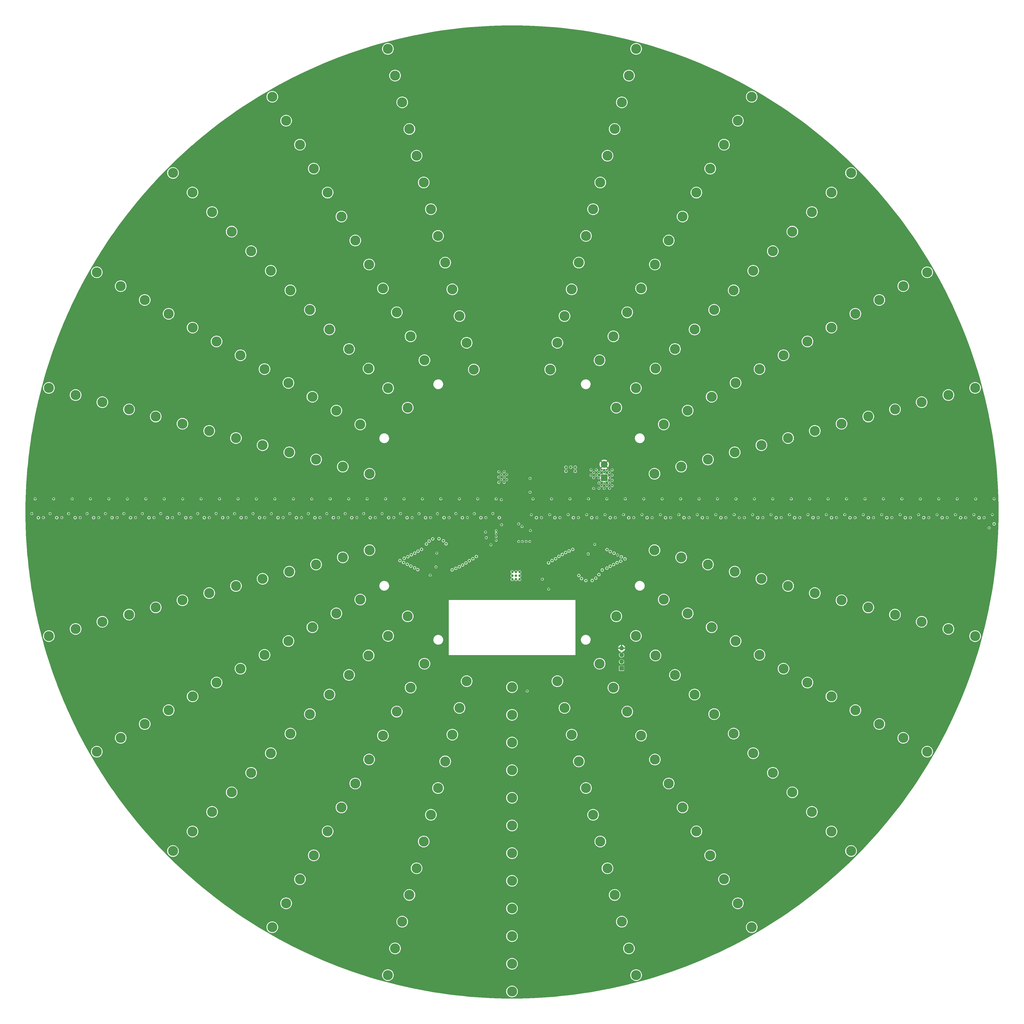
<source format=gbr>
%TF.GenerationSoftware,KiCad,Pcbnew,7.0.8*%
%TF.CreationDate,2023-11-23T15:58:33+01:00*%
%TF.ProjectId,board_fully_integrated,626f6172-645f-4667-956c-6c795f696e74,rev?*%
%TF.SameCoordinates,Original*%
%TF.FileFunction,Copper,L2,Inr*%
%TF.FilePolarity,Positive*%
%FSLAX46Y46*%
G04 Gerber Fmt 4.6, Leading zero omitted, Abs format (unit mm)*
G04 Created by KiCad (PCBNEW 7.0.8) date 2023-11-23 15:58:33*
%MOMM*%
%LPD*%
G01*
G04 APERTURE LIST*
%TA.AperFunction,ComponentPad*%
%ADD10C,3.800000*%
%TD*%
%TA.AperFunction,ComponentPad*%
%ADD11C,1.000000*%
%TD*%
%TA.AperFunction,ComponentPad*%
%ADD12R,1.700000X1.700000*%
%TD*%
%TA.AperFunction,ComponentPad*%
%ADD13O,1.700000X1.700000*%
%TD*%
%TA.AperFunction,ComponentPad*%
%ADD14R,2.600000X2.600000*%
%TD*%
%TA.AperFunction,ComponentPad*%
%ADD15C,2.600000*%
%TD*%
%TA.AperFunction,ViaPad*%
%ADD16C,0.700000*%
%TD*%
%TA.AperFunction,ViaPad*%
%ADD17C,0.800000*%
%TD*%
%TA.AperFunction,ViaPad*%
%ADD18C,1.000000*%
%TD*%
G04 APERTURE END LIST*
D10*
%TO.N,N/C*%
%TO.C,H1*%
X225000000Y-323000000D03*
%TD*%
%TO.N,N/C*%
%TO.C,H1*%
X89770384Y-188765334D03*
%TD*%
%TO.N,N/C*%
%TO.C,H1*%
X155000000Y-346243557D03*
%TD*%
%TO.N,N/C*%
%TO.C,H1*%
X103756443Y-155000000D03*
%TD*%
%TO.N,N/C*%
%TO.C,H1*%
X170750000Y-131036244D03*
%TD*%
%TO.N,N/C*%
%TO.C,H1*%
X355336823Y-300250000D03*
%TD*%
%TO.N,N/C*%
%TO.C,H1*%
X319660731Y-250364266D03*
%TD*%
%TO.N,N/C*%
%TO.C,H1*%
X286871843Y-286871843D03*
%TD*%
%TO.N,N/C*%
%TO.C,H1*%
X140481490Y-202353334D03*
%TD*%
%TO.N,N/C*%
%TO.C,H1*%
X346268813Y-346268813D03*
%TD*%
%TO.N,N/C*%
%TO.C,H1*%
X263952266Y-79628163D03*
%TD*%
%TO.N,N/C*%
%TO.C,H1*%
X300250000Y-94663177D03*
%TD*%
%TO.N,N/C*%
%TO.C,H1*%
X301721086Y-301721086D03*
%TD*%
%TO.N,N/C*%
%TO.C,H1*%
X126005051Y-126005051D03*
%TD*%
D11*
%TO.N,*%
%TO.C,U60*%
X227890000Y-250555000D03*
X227890000Y-249155000D03*
X227890000Y-247755000D03*
X226490000Y-250555000D03*
X226490000Y-249155000D03*
X226490000Y-247755000D03*
X225090000Y-250555000D03*
X225090000Y-249155000D03*
X225090000Y-247755000D03*
%TD*%
D10*
%TO.N,N/C*%
%TO.C,H1*%
X268750000Y-149222777D03*
%TD*%
%TO.N,N/C*%
%TO.C,H1*%
X149222777Y-268750000D03*
%TD*%
%TO.N,N/C*%
%TO.C,H1*%
X310750000Y-76476643D03*
%TD*%
%TO.N,N/C*%
%TO.C,H1*%
X264597980Y-264597980D03*
%TD*%
%TO.N,N/C*%
%TO.C,H1*%
X301721086Y-148278914D03*
%TD*%
%TO.N,N/C*%
%TO.C,H1*%
X170908154Y-210506133D03*
%TD*%
%TO.N,N/C*%
%TO.C,H1*%
X134000000Y-382616623D03*
%TD*%
%TO.N,N/C*%
%TO.C,H1*%
X158316044Y-186500000D03*
%TD*%
%TO.N,N/C*%
%TO.C,H1*%
X316570328Y-133429672D03*
%TD*%
%TO.N,N/C*%
%TO.C,H1*%
X266669866Y-69485942D03*
%TD*%
%TO.N,N/C*%
%TO.C,H1*%
X400798500Y-177894934D03*
%TD*%
%TO.N,N/C*%
%TO.C,H1*%
X337150290Y-160250000D03*
%TD*%
%TO.N,N/C*%
%TO.C,H1*%
X120197048Y-196918134D03*
%TD*%
%TO.N,N/C*%
%TO.C,H1*%
X180612534Y-390656279D03*
%TD*%
%TO.N,N/C*%
%TO.C,H1*%
X360229616Y-261234666D03*
%TD*%
%TO.N,N/C*%
%TO.C,H1*%
X191482934Y-350087395D03*
%TD*%
%TO.N,N/C*%
%TO.C,H1*%
X255799466Y-339945173D03*
%TD*%
%TO.N,N/C*%
%TO.C,H1*%
X331419571Y-331419571D03*
%TD*%
D12*
%TO.N,/V_BUS*%
%TO.C,J1*%
X266600000Y-284350000D03*
D13*
%TO.N,/USB_D-*%
X266600000Y-281810000D03*
%TO.N,/USB_D+*%
X266600000Y-279270000D03*
%TO.N,/GND*%
X266600000Y-276730000D03*
%TD*%
D10*
%TO.N,N/C*%
%TO.C,H1*%
X346243557Y-295000000D03*
%TD*%
%TO.N,N/C*%
%TO.C,H1*%
X370371837Y-186047734D03*
%TD*%
%TO.N,N/C*%
%TO.C,H1*%
X112849710Y-160250000D03*
%TD*%
%TO.N,N/C*%
%TO.C,H1*%
X316000000Y-382616623D03*
%TD*%
%TO.N,N/C*%
%TO.C,H1*%
X69485942Y-266669866D03*
%TD*%
%TO.N,N/C*%
%TO.C,H1*%
X176000000Y-309870490D03*
%TD*%
%TO.N,N/C*%
%TO.C,H1*%
X272022601Y-272022601D03*
%TD*%
%TO.N,N/C*%
%TO.C,H1*%
X258517066Y-350087395D03*
%TD*%
%TO.N,N/C*%
%TO.C,H1*%
X373523357Y-139250000D03*
%TD*%
%TO.N,N/C*%
%TO.C,H1*%
X167409311Y-191750000D03*
%TD*%
%TO.N,N/C*%
%TO.C,H1*%
X355336823Y-149750000D03*
%TD*%
%TO.N,N/C*%
%TO.C,H1*%
X67383377Y-134000000D03*
%TD*%
%TO.N,N/C*%
%TO.C,H1*%
X188765334Y-89770384D03*
%TD*%
%TO.N,N/C*%
%TO.C,H1*%
X282590689Y-258250000D03*
%TD*%
%TO.N,N/C*%
%TO.C,H1*%
X337150290Y-289750000D03*
%TD*%
%TO.N,N/C*%
%TO.C,H1*%
X225000000Y-375500000D03*
%TD*%
%TO.N,N/C*%
%TO.C,H1*%
X85569910Y-305500000D03*
%TD*%
%TO.N,N/C*%
%TO.C,H1*%
X225000000Y-354500000D03*
%TD*%
%TO.N,N/C*%
%TO.C,H1*%
X353693434Y-353693434D03*
%TD*%
%TO.N,N/C*%
%TO.C,H1*%
X139250000Y-76476643D03*
%TD*%
%TO.N,N/C*%
%TO.C,H1*%
X261234666Y-89770384D03*
%TD*%
%TO.N,N/C*%
%TO.C,H1*%
X318963756Y-279250000D03*
%TD*%
%TO.N,N/C*%
%TO.C,H1*%
X185402020Y-185402020D03*
%TD*%
%TO.N,N/C*%
%TO.C,H1*%
X364430090Y-305500000D03*
%TD*%
%TO.N,N/C*%
%TO.C,H1*%
X120197048Y-253081866D03*
%TD*%
%TO.N,N/C*%
%TO.C,H1*%
X111155808Y-111155808D03*
%TD*%
%TO.N,N/C*%
%TO.C,H1*%
X346243557Y-155000000D03*
%TD*%
%TO.N,N/C*%
%TO.C,H1*%
X148278914Y-148278914D03*
%TD*%
%TO.N,N/C*%
%TO.C,H1*%
X160250000Y-337150290D03*
%TD*%
%TO.N,N/C*%
%TO.C,H1*%
X103756443Y-295000000D03*
%TD*%
%TO.N,N/C*%
%TO.C,H1*%
X225000000Y-291500000D03*
%TD*%
%TO.N,N/C*%
%TO.C,H1*%
X382616623Y-316000000D03*
%TD*%
%TO.N,N/C*%
%TO.C,H1*%
X94663177Y-300250000D03*
%TD*%
%TO.N,N/C*%
%TO.C,H1*%
X131036244Y-170750000D03*
%TD*%
%TO.N,N/C*%
%TO.C,H1*%
X140129510Y-176000000D03*
%TD*%
%TO.N,N/C*%
%TO.C,H1*%
X299376289Y-244929066D03*
%TD*%
%TO.N,N/C*%
%TO.C,H1*%
X199635734Y-130339269D03*
%TD*%
%TO.N,N/C*%
%TO.C,H1*%
X284500000Y-328057023D03*
%TD*%
%TO.N,N/C*%
%TO.C,H1*%
X364430090Y-144500000D03*
%TD*%
%TO.N,N/C*%
%TO.C,H1*%
X183330134Y-380514058D03*
%TD*%
%TO.N,N/C*%
%TO.C,H1*%
X279091846Y-210506133D03*
%TD*%
%TO.N,N/C*%
%TO.C,H1*%
X207788534Y-289234067D03*
%TD*%
%TO.N,N/C*%
%TO.C,H1*%
X289234067Y-207788534D03*
%TD*%
%TO.N,N/C*%
%TO.C,H1*%
X295000000Y-346243557D03*
%TD*%
%TO.N,N/C*%
%TO.C,H1*%
X76476643Y-310750000D03*
%TD*%
%TO.N,N/C*%
%TO.C,H1*%
X49201500Y-177894934D03*
%TD*%
%TO.N,N/C*%
%TO.C,H1*%
X49201500Y-272105066D03*
%TD*%
%TO.N,N/C*%
%TO.C,H1*%
X181250000Y-149222777D03*
%TD*%
%TO.N,N/C*%
%TO.C,H1*%
X205070934Y-299376289D03*
%TD*%
%TO.N,N/C*%
%TO.C,H1*%
X170552778Y-279447222D03*
%TD*%
%TO.N,N/C*%
%TO.C,H1*%
X110054827Y-194200534D03*
%TD*%
%TO.N,N/C*%
%TO.C,H1*%
X253081866Y-329802952D03*
%TD*%
%TO.N,N/C*%
%TO.C,H1*%
X244929066Y-299376289D03*
%TD*%
%TO.N,N/C*%
%TO.C,H1*%
X264597980Y-185402020D03*
%TD*%
%TO.N,N/C*%
%TO.C,H1*%
X295000000Y-103756443D03*
%TD*%
%TO.N,N/C*%
%TO.C,H1*%
X310750000Y-373523357D03*
%TD*%
%TO.N,N/C*%
%TO.C,H1*%
X319660731Y-199635734D03*
%TD*%
%TO.N,N/C*%
%TO.C,H1*%
X149750000Y-355336823D03*
%TD*%
%TO.N,N/C*%
%TO.C,H1*%
X242211466Y-160765933D03*
%TD*%
%TO.N,N/C*%
%TO.C,H1*%
X170552778Y-170552778D03*
%TD*%
%TO.N,N/C*%
%TO.C,H1*%
X309145707Y-309145707D03*
%TD*%
%TO.N,N/C*%
%TO.C,H1*%
X294296465Y-155703535D03*
%TD*%
%TO.N,N/C*%
%TO.C,H1*%
X255799466Y-110054827D03*
%TD*%
%TO.N,N/C*%
%TO.C,H1*%
X133429672Y-316570328D03*
%TD*%
%TO.N,N/C*%
%TO.C,H1*%
X274000000Y-309870490D03*
%TD*%
%TO.N,N/C*%
%TO.C,H1*%
X258250000Y-167409311D03*
%TD*%
%TO.N,N/C*%
%TO.C,H1*%
X268750000Y-300777223D03*
%TD*%
%TO.N,N/C*%
%TO.C,H1*%
X380514058Y-183330134D03*
%TD*%
%TO.N,N/C*%
%TO.C,H1*%
X279250000Y-318963756D03*
%TD*%
%TO.N,N/C*%
%TO.C,H1*%
X155703535Y-155703535D03*
%TD*%
%TO.N,N/C*%
%TO.C,H1*%
X111155808Y-338844192D03*
%TD*%
%TO.N,N/C*%
%TO.C,H1*%
X79628163Y-186047734D03*
%TD*%
%TO.N,N/C*%
%TO.C,H1*%
X188765334Y-360229616D03*
%TD*%
%TO.N,N/C*%
%TO.C,H1*%
X186500000Y-291683956D03*
%TD*%
%TO.N,N/C*%
%TO.C,H1*%
X400798500Y-272105066D03*
%TD*%
%TO.N,N/C*%
%TO.C,H1*%
X323994949Y-323994949D03*
%TD*%
%TO.N,N/C*%
%TO.C,H1*%
X225000000Y-312500000D03*
%TD*%
%TO.N,N/C*%
%TO.C,H1*%
X253081866Y-120197048D03*
%TD*%
%TO.N,N/C*%
%TO.C,H1*%
X247646666Y-309518510D03*
%TD*%
%TO.N,N/C*%
%TO.C,H1*%
X163128157Y-163128157D03*
%TD*%
%TO.N,N/C*%
%TO.C,H1*%
X186500000Y-158316044D03*
%TD*%
%TO.N,N/C*%
%TO.C,H1*%
X300777223Y-181250000D03*
%TD*%
%TO.N,N/C*%
%TO.C,H1*%
X225000000Y-386000000D03*
%TD*%
%TO.N,N/C*%
%TO.C,H1*%
X289234067Y-242211466D03*
%TD*%
%TO.N,N/C*%
%TO.C,H1*%
X338844192Y-338844192D03*
%TD*%
%TO.N,N/C*%
%TO.C,H1*%
X144500000Y-85569910D03*
%TD*%
%TO.N,N/C*%
%TO.C,H1*%
X133429672Y-133429672D03*
%TD*%
%TO.N,N/C*%
%TO.C,H1*%
X284500000Y-121942977D03*
%TD*%
%TO.N,N/C*%
%TO.C,H1*%
X170750000Y-318963756D03*
%TD*%
%TO.N,N/C*%
%TO.C,H1*%
X239493867Y-170908154D03*
%TD*%
%TO.N,N/C*%
%TO.C,H1*%
X225000000Y-344000000D03*
%TD*%
%TO.N,N/C*%
%TO.C,H1*%
X291683956Y-263500000D03*
%TD*%
%TO.N,N/C*%
%TO.C,H1*%
X309518510Y-202353334D03*
%TD*%
%TO.N,N/C*%
%TO.C,H1*%
X177977399Y-177977399D03*
%TD*%
%TO.N,N/C*%
%TO.C,H1*%
X180612534Y-59343721D03*
%TD*%
%TO.N,N/C*%
%TO.C,H1*%
X299376289Y-205070934D03*
%TD*%
%TO.N,N/C*%
%TO.C,H1*%
X191482934Y-99912605D03*
%TD*%
%TO.N,N/C*%
%TO.C,H1*%
X225000000Y-302000000D03*
%TD*%
%TO.N,N/C*%
%TO.C,H1*%
X305500000Y-85569910D03*
%TD*%
%TO.N,N/C*%
%TO.C,H1*%
X130339269Y-250364266D03*
%TD*%
%TO.N,N/C*%
%TO.C,H1*%
X225000000Y-333500000D03*
%TD*%
%TO.N,N/C*%
%TO.C,H1*%
X99912605Y-191482934D03*
%TD*%
%TO.N,N/C*%
%TO.C,H1*%
X346268813Y-103731187D03*
%TD*%
%TO.N,N/C*%
%TO.C,H1*%
X294296465Y-294296465D03*
%TD*%
%TO.N,N/C*%
%TO.C,H1*%
X126005051Y-323994949D03*
%TD*%
%TO.N,N/C*%
%TO.C,H1*%
X390656279Y-269387466D03*
%TD*%
%TO.N,N/C*%
%TO.C,H1*%
X289750000Y-337150290D03*
%TD*%
%TO.N,N/C*%
%TO.C,H1*%
X199635734Y-319660731D03*
%TD*%
%TO.N,N/C*%
%TO.C,H1*%
X309870490Y-274000000D03*
%TD*%
%TO.N,N/C*%
%TO.C,H1*%
X258517066Y-99912605D03*
%TD*%
%TO.N,N/C*%
%TO.C,H1*%
X350087395Y-191482934D03*
%TD*%
%TO.N,N/C*%
%TO.C,H1*%
X149222777Y-181250000D03*
%TD*%
%TO.N,N/C*%
%TO.C,H1*%
X186047734Y-79628163D03*
%TD*%
%TO.N,N/C*%
%TO.C,H1*%
X329802952Y-196918134D03*
%TD*%
%TO.N,N/C*%
%TO.C,H1*%
X309870490Y-176000000D03*
%TD*%
%TO.N,N/C*%
%TO.C,H1*%
X196918134Y-120197048D03*
%TD*%
%TO.N,N/C*%
%TO.C,H1*%
X328057023Y-284500000D03*
%TD*%
%TO.N,N/C*%
%TO.C,H1*%
X194200534Y-339945173D03*
%TD*%
%TO.N,N/C*%
%TO.C,H1*%
X339945173Y-194200534D03*
%TD*%
%TO.N,N/C*%
%TO.C,H1*%
X242211466Y-289234067D03*
%TD*%
%TO.N,N/C*%
%TO.C,H1*%
X158316044Y-263500000D03*
%TD*%
%TO.N,N/C*%
%TO.C,H1*%
X194200534Y-110054827D03*
%TD*%
%TO.N,N/C*%
%TO.C,H1*%
X380514058Y-266669866D03*
%TD*%
%TO.N,N/C*%
%TO.C,H1*%
X79628163Y-263952266D03*
%TD*%
%TO.N,N/C*%
%TO.C,H1*%
X263500000Y-291683956D03*
%TD*%
%TO.N,N/C*%
%TO.C,H1*%
X263952266Y-370371837D03*
%TD*%
%TO.N,N/C*%
%TO.C,H1*%
X170908154Y-239493867D03*
%TD*%
%TO.N,N/C*%
%TO.C,H1*%
X140854293Y-309145707D03*
%TD*%
%TO.N,N/C*%
%TO.C,H1*%
X160765933Y-207788534D03*
%TD*%
%TO.N,N/C*%
%TO.C,H1*%
X353693434Y-96306566D03*
%TD*%
%TO.N,N/C*%
%TO.C,H1*%
X300777223Y-268750000D03*
%TD*%
%TO.N,N/C*%
%TO.C,H1*%
X279447222Y-279447222D03*
%TD*%
%TO.N,N/C*%
%TO.C,H1*%
X331419571Y-118580429D03*
%TD*%
%TO.N,N/C*%
%TO.C,H1*%
X309145707Y-140854293D03*
%TD*%
%TO.N,N/C*%
%TO.C,H1*%
X118580429Y-118580429D03*
%TD*%
%TO.N,N/C*%
%TO.C,H1*%
X191750000Y-282590689D03*
%TD*%
%TO.N,N/C*%
%TO.C,H1*%
X279091846Y-239493867D03*
%TD*%
%TO.N,N/C*%
%TO.C,H1*%
X269387466Y-59343721D03*
%TD*%
%TO.N,N/C*%
%TO.C,H1*%
X373523357Y-310750000D03*
%TD*%
%TO.N,N/C*%
%TO.C,H1*%
X207788534Y-160765933D03*
%TD*%
%TO.N,N/C*%
%TO.C,H1*%
X177894934Y-49201500D03*
%TD*%
%TO.N,N/C*%
%TO.C,H1*%
X205070934Y-150623711D03*
%TD*%
%TO.N,N/C*%
%TO.C,H1*%
X139250000Y-373523357D03*
%TD*%
%TO.N,N/C*%
%TO.C,H1*%
X165500000Y-121942977D03*
%TD*%
%TO.N,N/C*%
%TO.C,H1*%
X316570328Y-316570328D03*
%TD*%
%TO.N,N/C*%
%TO.C,H1*%
X160250000Y-112849710D03*
%TD*%
%TO.N,N/C*%
%TO.C,H1*%
X140481490Y-247646666D03*
%TD*%
%TO.N,N/C*%
%TO.C,H1*%
X121942977Y-165500000D03*
%TD*%
%TO.N,N/C*%
%TO.C,H1*%
X160765933Y-242211466D03*
%TD*%
%TO.N,N/C*%
%TO.C,H1*%
X89770384Y-261234666D03*
%TD*%
%TO.N,N/C*%
%TO.C,H1*%
X134000000Y-67383377D03*
%TD*%
%TO.N,N/C*%
%TO.C,H1*%
X250364266Y-319660731D03*
%TD*%
%TO.N,N/C*%
%TO.C,H1*%
X155703535Y-294296465D03*
%TD*%
%TO.N,N/C*%
%TO.C,H1*%
X328057023Y-165500000D03*
%TD*%
%TO.N,N/C*%
%TO.C,H1*%
X350087395Y-258517066D03*
%TD*%
%TO.N,N/C*%
%TO.C,H1*%
X279447222Y-170552778D03*
%TD*%
%TO.N,N/C*%
%TO.C,H1*%
X210506133Y-170908154D03*
%TD*%
%TO.N,N/C*%
%TO.C,H1*%
X305500000Y-364430090D03*
%TD*%
%TO.N,N/C*%
%TO.C,H1*%
X59343721Y-269387466D03*
%TD*%
%TO.N,N/C*%
%TO.C,H1*%
X279250000Y-131036244D03*
%TD*%
%TO.N,N/C*%
%TO.C,H1*%
X316000000Y-67383377D03*
%TD*%
%TO.N,N/C*%
%TO.C,H1*%
X177894934Y-400798500D03*
%TD*%
%TO.N,N/C*%
%TO.C,H1*%
X225000000Y-407000000D03*
%TD*%
%TO.N,N/C*%
%TO.C,H1*%
X269387466Y-390656279D03*
%TD*%
%TO.N,N/C*%
%TO.C,H1*%
X250364266Y-130339269D03*
%TD*%
%TO.N,N/C*%
%TO.C,H1*%
X309518510Y-247646666D03*
%TD*%
%TO.N,N/C*%
%TO.C,H1*%
X225000000Y-396500000D03*
%TD*%
%TO.N,N/C*%
%TO.C,H1*%
X323994949Y-126005051D03*
%TD*%
%TO.N,N/C*%
%TO.C,H1*%
X390656279Y-180612534D03*
%TD*%
%TO.N,N/C*%
%TO.C,H1*%
X186047734Y-370371837D03*
%TD*%
%TO.N,N/C*%
%TO.C,H1*%
X286871843Y-163128157D03*
%TD*%
%TO.N,N/C*%
%TO.C,H1*%
X148278914Y-301721086D03*
%TD*%
%TO.N,N/C*%
%TO.C,H1*%
X163128157Y-286871843D03*
%TD*%
%TO.N,N/C*%
%TO.C,H1*%
X177977399Y-272022601D03*
%TD*%
%TO.N,N/C*%
%TO.C,H1*%
X121942977Y-284500000D03*
%TD*%
%TO.N,N/C*%
%TO.C,H1*%
X103731187Y-346268813D03*
%TD*%
%TO.N,N/C*%
%TO.C,H1*%
X59343721Y-180612534D03*
%TD*%
%TO.N,N/C*%
%TO.C,H1*%
X274000000Y-140129510D03*
%TD*%
%TO.N,N/C*%
%TO.C,H1*%
X112849710Y-289750000D03*
%TD*%
%TO.N,N/C*%
%TO.C,H1*%
X85569910Y-144500000D03*
%TD*%
%TO.N,N/C*%
%TO.C,H1*%
X339945173Y-255799466D03*
%TD*%
%TO.N,N/C*%
%TO.C,H1*%
X110054827Y-255799466D03*
%TD*%
%TO.N,N/C*%
%TO.C,H1*%
X149750000Y-94663177D03*
%TD*%
%TO.N,N/C*%
%TO.C,H1*%
X99912605Y-258517066D03*
%TD*%
%TO.N,N/C*%
%TO.C,H1*%
X165500000Y-328057023D03*
%TD*%
%TO.N,N/C*%
%TO.C,H1*%
X338844192Y-111155808D03*
%TD*%
%TO.N,N/C*%
%TO.C,H1*%
X263500000Y-158316044D03*
%TD*%
%TO.N,N/C*%
%TO.C,H1*%
X140854293Y-140854293D03*
%TD*%
%TO.N,N/C*%
%TO.C,H1*%
X318963756Y-170750000D03*
%TD*%
%TO.N,N/C*%
%TO.C,H1*%
X247646666Y-140481490D03*
%TD*%
%TO.N,N/C*%
%TO.C,H1*%
X131036244Y-279250000D03*
%TD*%
%TO.N,N/C*%
%TO.C,H1*%
X176000000Y-140129510D03*
%TD*%
%TO.N,N/C*%
%TO.C,H1*%
X150623711Y-244929066D03*
%TD*%
%TO.N,N/C*%
%TO.C,H1*%
X272105066Y-49201500D03*
%TD*%
%TO.N,N/C*%
%TO.C,H1*%
X360229616Y-188765334D03*
%TD*%
%TO.N,N/C*%
%TO.C,H1*%
X196918134Y-329802952D03*
%TD*%
%TO.N,N/C*%
%TO.C,H1*%
X155000000Y-103756443D03*
%TD*%
%TO.N,N/C*%
%TO.C,H1*%
X289750000Y-112849710D03*
%TD*%
%TO.N,N/C*%
%TO.C,H1*%
X300250000Y-355336823D03*
%TD*%
%TO.N,N/C*%
%TO.C,H1*%
X76476643Y-139250000D03*
%TD*%
%TO.N,N/C*%
%TO.C,H1*%
X261234666Y-360229616D03*
%TD*%
%TO.N,N/C*%
%TO.C,H1*%
X150623711Y-205070934D03*
%TD*%
%TO.N,N/C*%
%TO.C,H1*%
X103731187Y-103731187D03*
%TD*%
%TO.N,N/C*%
%TO.C,H1*%
X130339269Y-199635734D03*
%TD*%
%TO.N,N/C*%
%TO.C,H1*%
X272105066Y-400798500D03*
%TD*%
%TO.N,N/C*%
%TO.C,H1*%
X258250000Y-282590689D03*
%TD*%
%TO.N,N/C*%
%TO.C,H1*%
X69485942Y-183330134D03*
%TD*%
%TO.N,N/C*%
%TO.C,H1*%
X181250000Y-300777223D03*
%TD*%
%TO.N,N/C*%
%TO.C,H1*%
X329802952Y-253081866D03*
%TD*%
%TO.N,N/C*%
%TO.C,H1*%
X96306566Y-96306566D03*
%TD*%
%TO.N,N/C*%
%TO.C,H1*%
X202353334Y-309518510D03*
%TD*%
%TO.N,N/C*%
%TO.C,H1*%
X183330134Y-69485942D03*
%TD*%
%TO.N,N/C*%
%TO.C,H1*%
X291683956Y-186500000D03*
%TD*%
%TO.N,N/C*%
%TO.C,H1*%
X225000000Y-365000000D03*
%TD*%
%TO.N,N/C*%
%TO.C,H1*%
X272022601Y-177977399D03*
%TD*%
%TO.N,N/C*%
%TO.C,H1*%
X191750000Y-167409311D03*
%TD*%
%TO.N,N/C*%
%TO.C,H1*%
X94663177Y-149750000D03*
%TD*%
%TO.N,N/C*%
%TO.C,H1*%
X140129510Y-274000000D03*
%TD*%
%TO.N,N/C*%
%TO.C,H1*%
X244929066Y-150623711D03*
%TD*%
%TO.N,N/C*%
%TO.C,H1*%
X67383377Y-316000000D03*
%TD*%
%TO.N,N/C*%
%TO.C,H1*%
X282590689Y-191750000D03*
%TD*%
%TO.N,N/C*%
%TO.C,H1*%
X266669866Y-380514058D03*
%TD*%
%TO.N,N/C*%
%TO.C,H1*%
X202353334Y-140481490D03*
%TD*%
%TO.N,N/C*%
%TO.C,H1*%
X382616623Y-134000000D03*
%TD*%
%TO.N,N/C*%
%TO.C,H1*%
X167409311Y-258250000D03*
%TD*%
%TO.N,N/C*%
%TO.C,H1*%
X370371837Y-263952266D03*
%TD*%
%TO.N,N/C*%
%TO.C,H1*%
X185402020Y-264597980D03*
%TD*%
%TO.N,N/C*%
%TO.C,H1*%
X144500000Y-364430090D03*
%TD*%
%TO.N,N/C*%
%TO.C,H1*%
X96306566Y-353693434D03*
%TD*%
%TO.N,N/C*%
%TO.C,H1*%
X118580429Y-331419571D03*
%TD*%
D14*
%TO.N,/5V*%
%TO.C,J11*%
X260000000Y-212000000D03*
D15*
%TO.N,/GND*%
X260000000Y-206920000D03*
%TD*%
D16*
%TO.N,/CLK unbuffered*%
X228875000Y-236190053D03*
X218971642Y-234378458D03*
%TO.N,/MISO unbuffered*%
X231775000Y-236190053D03*
X218992337Y-232067437D03*
%TO.N,/MOSI unbuffered*%
X218971119Y-235745229D03*
X227541306Y-236190053D03*
%TO.N,/CS1 unbuffered*%
X230375000Y-236190053D03*
X218989028Y-233150100D03*
%TO.N,/GND*%
X343750000Y-205750000D03*
D17*
X246000000Y-220000000D03*
D16*
X186661952Y-253098000D03*
X399250000Y-230500000D03*
X241000000Y-215729485D03*
X92250000Y-233000000D03*
X353750000Y-254500000D03*
X186250000Y-195750000D03*
X235764281Y-257989131D03*
X206250000Y-175750000D03*
X56000000Y-215750000D03*
X204014281Y-257989131D03*
X255500000Y-235250000D03*
D17*
X288000000Y-220000000D03*
D16*
X249403052Y-267592996D03*
X336000000Y-230500000D03*
X313750000Y-264500000D03*
X215503792Y-279707477D03*
X87500000Y-243250000D03*
X66000000Y-205750000D03*
X304000000Y-244000000D03*
D17*
X309000000Y-220000000D03*
D16*
X229902429Y-254422864D03*
X364000000Y-230500000D03*
D17*
X210165760Y-224752933D03*
D16*
X210423792Y-279707477D03*
D17*
X365325000Y-225073597D03*
D16*
X96000000Y-254750000D03*
X294750000Y-230500000D03*
X209094281Y-257989131D03*
D17*
X245250000Y-211859232D03*
D16*
X176500000Y-243000000D03*
D17*
X226999199Y-218169334D03*
D16*
X126000000Y-215750000D03*
D17*
X337325000Y-225073597D03*
D16*
X237093792Y-279707477D03*
D17*
X227019873Y-102644700D03*
D16*
X363750000Y-254500000D03*
X224393792Y-279707477D03*
X253857923Y-185729485D03*
X233283792Y-279707477D03*
D17*
X239325000Y-225073597D03*
D16*
X233857923Y-205729485D03*
X200670740Y-260005000D03*
X200670740Y-275245000D03*
X147500000Y-233000000D03*
D17*
X224601833Y-224079633D03*
D16*
X387750000Y-243750000D03*
X329000000Y-230500000D03*
D17*
X227019873Y-78144700D03*
D16*
X239633792Y-279707477D03*
X221130854Y-243747939D03*
X166000000Y-205750000D03*
D17*
X253325000Y-225073597D03*
D16*
X206500000Y-294500000D03*
X200670740Y-266355000D03*
D17*
X182990000Y-220000000D03*
D16*
X249403052Y-277752996D03*
X210364281Y-257989131D03*
X229414281Y-257989131D03*
X133000000Y-233000000D03*
X305750000Y-249750000D03*
X240844281Y-257989131D03*
X238304281Y-257989131D03*
X247231258Y-279707477D03*
X234494281Y-257989131D03*
D17*
X235346370Y-208299942D03*
D16*
X243500000Y-294500000D03*
X136500000Y-250750000D03*
X96000000Y-243000000D03*
D17*
X227019873Y-169144700D03*
X77165760Y-224752933D03*
X227019873Y-64144700D03*
D16*
X394250000Y-243750000D03*
X206250000Y-195750000D03*
X257750000Y-230500000D03*
D17*
X91990000Y-220000000D03*
X133165760Y-224752933D03*
D16*
X210950000Y-239550000D03*
X247253792Y-279707477D03*
D17*
X70165760Y-224752933D03*
X57028403Y-219986776D03*
D16*
X333750000Y-254500000D03*
X279750000Y-230500000D03*
X245042679Y-248256992D03*
X229916523Y-243747939D03*
X66000000Y-243000000D03*
X166500000Y-264750000D03*
D17*
X229569497Y-229948520D03*
D16*
X249402654Y-279075826D03*
X46000000Y-233000000D03*
X373750000Y-254500000D03*
D17*
X227019873Y-200644700D03*
D16*
X86000000Y-233000000D03*
X125750000Y-241500000D03*
X221186487Y-254371594D03*
D17*
X227019873Y-99144700D03*
D16*
X245000000Y-245500000D03*
D17*
X161990000Y-220000000D03*
D16*
X249403052Y-273942996D03*
X204073792Y-279707477D03*
X233500000Y-294500000D03*
D17*
X358000000Y-220000000D03*
D16*
X323750000Y-215750000D03*
X105250000Y-233000000D03*
D17*
X372325000Y-225073597D03*
X217990000Y-220000000D03*
D16*
X136000000Y-215750000D03*
D17*
X351325000Y-225073597D03*
X227019873Y-116644700D03*
D16*
X219254281Y-257989131D03*
D17*
X147990000Y-220000000D03*
D16*
X186250000Y-215750000D03*
X225000000Y-284500000D03*
D17*
X189990000Y-220000000D03*
D16*
X106000000Y-254750000D03*
X200670740Y-277785000D03*
D17*
X393325000Y-225073597D03*
X189165760Y-224752933D03*
D16*
X247194281Y-257989131D03*
X404750000Y-230500000D03*
D17*
X49990000Y-220000000D03*
D16*
X293750000Y-249250000D03*
X196500000Y-304500000D03*
X216714281Y-257989131D03*
D17*
X330325000Y-225073597D03*
D16*
X200670740Y-258735000D03*
X115250000Y-243000000D03*
X86000000Y-264750000D03*
X96000000Y-205750000D03*
D17*
X227019873Y-197144700D03*
D16*
X333750000Y-205750000D03*
X270250000Y-254250000D03*
X175250000Y-233098000D03*
X221794281Y-257989131D03*
X237034281Y-257989131D03*
X191250000Y-233000000D03*
D17*
X175165760Y-224752933D03*
X227019873Y-204144700D03*
D16*
X86000000Y-254750000D03*
X126000000Y-233000000D03*
D17*
X140990000Y-220000000D03*
D16*
X216500000Y-284500000D03*
X70500000Y-233000000D03*
X76000000Y-215750000D03*
X56000000Y-205750000D03*
X166000000Y-243000000D03*
X264000000Y-230500000D03*
D17*
X42990000Y-220000000D03*
D16*
X196500000Y-294500000D03*
X207824281Y-257989131D03*
D17*
X260000000Y-220000000D03*
X227019873Y-127144700D03*
D16*
X98750000Y-233000000D03*
X283750000Y-254500000D03*
X201474281Y-257989131D03*
X126000000Y-205750000D03*
X220524281Y-257989131D03*
X200670740Y-261275000D03*
X403750000Y-205750000D03*
D17*
X227019873Y-165644700D03*
X84990000Y-220000000D03*
D16*
X244654281Y-257989131D03*
X263857923Y-195729485D03*
X233857923Y-185729485D03*
D17*
X260325000Y-225073597D03*
D16*
X79000000Y-243000000D03*
D17*
X281000000Y-220000000D03*
D16*
X242173792Y-279707477D03*
D17*
X227019873Y-130644700D03*
X227019873Y-74644700D03*
D16*
X251000000Y-230500000D03*
X203507422Y-232190053D03*
D17*
X226982829Y-220971152D03*
D16*
X243384281Y-257989131D03*
X333750000Y-215750000D03*
D17*
X119990000Y-220000000D03*
D16*
X184000000Y-233000000D03*
X249403052Y-272672996D03*
X333750000Y-243750000D03*
X206250000Y-185750000D03*
X253500000Y-304500000D03*
X223064281Y-257989131D03*
D17*
X227019873Y-67644700D03*
X227019873Y-88644700D03*
X105990000Y-220000000D03*
D16*
X315000000Y-244000000D03*
X381250000Y-243750000D03*
D17*
X217165760Y-224752933D03*
D16*
X350000000Y-230500000D03*
D17*
X227019873Y-85144700D03*
D16*
X393750000Y-215750000D03*
D17*
X227019873Y-186644700D03*
D16*
X200670740Y-276515000D03*
D17*
X235346370Y-214217007D03*
D16*
X243857923Y-185729485D03*
X235823792Y-279707477D03*
X146500000Y-240250000D03*
D17*
X49165760Y-224752933D03*
D16*
X196250000Y-185750000D03*
X249403052Y-259972996D03*
D17*
X302000000Y-220000000D03*
X400000000Y-220000000D03*
X182165760Y-224752933D03*
D16*
X176500000Y-264750000D03*
X343750000Y-215750000D03*
X283750000Y-215750000D03*
X383750000Y-264500000D03*
D17*
X126165760Y-224752933D03*
X227019873Y-95644700D03*
D16*
X200662446Y-279111369D03*
D17*
X365000000Y-220000000D03*
D16*
X116000000Y-215750000D03*
X206250000Y-215750000D03*
D17*
X227019873Y-106144700D03*
X220203596Y-226159690D03*
D16*
X249403052Y-262512996D03*
X243421258Y-279707477D03*
X106000000Y-205750000D03*
X333750000Y-264500000D03*
X216250000Y-215750000D03*
D17*
X316000000Y-220000000D03*
D16*
X236500000Y-235000000D03*
D17*
X281325000Y-225073597D03*
X232926503Y-232000000D03*
X227019873Y-151644700D03*
D16*
X363750000Y-215750000D03*
X136500000Y-240000000D03*
X211693792Y-279707477D03*
X249403052Y-276482996D03*
X245961258Y-279707477D03*
D17*
X227019873Y-137644700D03*
D16*
X196500000Y-284500000D03*
X240881258Y-279707477D03*
D17*
X232000000Y-220000000D03*
X245258280Y-210948385D03*
D16*
X264750000Y-215750000D03*
X282250000Y-238000000D03*
D17*
X227019873Y-120144700D03*
D16*
X249403052Y-268862996D03*
D17*
X215225000Y-235678003D03*
D16*
X106000000Y-264750000D03*
D17*
X274325000Y-225073597D03*
D16*
X233857923Y-175729485D03*
D17*
X214996267Y-231674653D03*
X227019873Y-109644700D03*
D16*
X116000000Y-264750000D03*
X233224281Y-257989131D03*
D17*
X225340939Y-225919306D03*
D16*
X248523792Y-279707477D03*
D17*
X344000000Y-220000000D03*
X254286752Y-241772329D03*
D16*
X234553792Y-279707477D03*
X403500000Y-243750000D03*
X200670740Y-267625000D03*
X323750000Y-254500000D03*
X200670740Y-270165000D03*
X220583792Y-279707477D03*
D17*
X407325000Y-225073597D03*
D16*
X96000000Y-215750000D03*
D17*
X267000000Y-220000000D03*
D16*
X343750000Y-254500000D03*
D17*
X227019873Y-211144700D03*
D16*
X166000000Y-252250000D03*
D17*
X161165760Y-224752933D03*
D16*
X136000000Y-264750000D03*
D17*
X379000000Y-220000000D03*
D16*
X225663792Y-279707477D03*
X212963792Y-279707477D03*
D17*
X112990000Y-220000000D03*
X386325000Y-225073597D03*
X203990000Y-220000000D03*
X195161952Y-245838309D03*
D16*
X86000000Y-205750000D03*
X244713792Y-279707477D03*
X214174281Y-257989131D03*
D17*
X236516273Y-251426360D03*
D16*
X216250000Y-175750000D03*
X206554281Y-257989131D03*
X393750000Y-205750000D03*
X77250000Y-233000000D03*
X205343792Y-279707477D03*
D17*
X227019873Y-176144700D03*
D16*
X384750000Y-230500000D03*
D17*
X252000000Y-211000000D03*
D16*
X176250000Y-215750000D03*
D17*
X330000000Y-220000000D03*
D16*
X156000000Y-205750000D03*
D17*
X234680921Y-217487174D03*
D16*
X56000000Y-243000000D03*
X216250000Y-185750000D03*
X186250000Y-205750000D03*
X353750000Y-264500000D03*
D17*
X105165760Y-224752933D03*
D16*
X56000000Y-264750000D03*
X216500000Y-294500000D03*
X275250000Y-244000000D03*
X202803792Y-279707477D03*
X139250000Y-233000000D03*
X253857923Y-205729485D03*
X353750000Y-215750000D03*
X313750000Y-205750000D03*
X216250000Y-195750000D03*
X253500000Y-294500000D03*
D17*
X216025000Y-237450000D03*
D16*
X313750000Y-215750000D03*
X242114281Y-257989131D03*
X243857923Y-175729485D03*
X233500000Y-284500000D03*
X230743792Y-279707477D03*
D17*
X226553957Y-229496621D03*
D16*
X146500000Y-264750000D03*
X76000000Y-264750000D03*
X322000000Y-230500000D03*
X106000000Y-215750000D03*
X249403052Y-270132996D03*
X284000000Y-244000000D03*
X112250000Y-233000000D03*
D17*
X227019873Y-193644700D03*
X70990000Y-220000000D03*
X227019873Y-134144700D03*
X323000000Y-220000000D03*
X191830779Y-247514539D03*
D16*
X378000000Y-230500000D03*
X216250000Y-205750000D03*
X303750000Y-254500000D03*
X383750000Y-254500000D03*
D17*
X133990000Y-220000000D03*
D16*
X303750000Y-215750000D03*
X146000000Y-215750000D03*
X116500000Y-250750000D03*
D17*
X98165760Y-224752933D03*
D16*
X202744281Y-257989131D03*
X271750000Y-230500000D03*
X209153792Y-279707477D03*
X167500000Y-233000000D03*
D17*
X119165760Y-224752933D03*
D16*
X393750000Y-254500000D03*
X286500000Y-230500000D03*
X283750000Y-264500000D03*
X249403052Y-263782996D03*
D17*
X227019873Y-214644700D03*
D16*
X293750000Y-215750000D03*
X205284281Y-257989131D03*
X403750000Y-215750000D03*
X249403052Y-258702996D03*
D17*
X227019873Y-113144700D03*
D16*
X353750000Y-243750000D03*
D17*
X227019873Y-190144700D03*
X195507523Y-240625474D03*
D16*
X63250000Y-233000000D03*
D17*
X407000000Y-220000000D03*
D16*
X86000000Y-215750000D03*
X200670740Y-273975000D03*
X223211556Y-279716505D03*
X303750000Y-264500000D03*
X200670740Y-262545000D03*
X72500000Y-243000000D03*
D17*
X251171053Y-237223329D03*
X227019873Y-141144700D03*
X168165760Y-224752933D03*
X227034570Y-43149006D03*
D16*
X231954281Y-257989131D03*
X245983792Y-279707477D03*
X196250000Y-215750000D03*
X242750000Y-254250000D03*
X357000000Y-230500000D03*
X393750000Y-264500000D03*
D17*
X302325000Y-225073597D03*
D16*
X392500000Y-230500000D03*
D17*
X98990000Y-220000000D03*
X203165760Y-224752933D03*
D16*
X213331800Y-254397600D03*
D17*
X231541306Y-234301044D03*
D16*
X215444281Y-257989131D03*
D17*
X91165760Y-224752933D03*
D16*
X314750000Y-230500000D03*
D17*
X227019873Y-148144700D03*
X147165760Y-224752933D03*
D16*
X273857923Y-215729485D03*
D17*
X351000000Y-220000000D03*
D16*
X226874281Y-257989131D03*
D17*
X227019873Y-179644700D03*
X393000000Y-220000000D03*
D16*
X206250000Y-205750000D03*
X373750000Y-215750000D03*
D17*
X267325000Y-225073597D03*
X274000000Y-220000000D03*
X227019873Y-155144700D03*
X227019873Y-50144700D03*
D16*
X156000000Y-243000000D03*
X232013792Y-279707477D03*
X253857923Y-195729485D03*
X195750000Y-231250000D03*
X96000000Y-264750000D03*
X253500000Y-284500000D03*
X216500000Y-304500000D03*
X233500000Y-304500000D03*
X283750000Y-205750000D03*
X116000000Y-205750000D03*
D17*
X246325000Y-225073597D03*
D16*
X273857923Y-205729485D03*
D17*
X227019873Y-81644700D03*
D16*
X66000000Y-264750000D03*
X253750000Y-264250000D03*
X161250000Y-233000000D03*
X242151258Y-279707477D03*
D17*
X63165760Y-224752933D03*
X232831570Y-225224347D03*
D16*
X228144281Y-257989131D03*
X206500000Y-284500000D03*
X214233792Y-279707477D03*
X225343762Y-295937272D03*
X156000000Y-215750000D03*
X56000000Y-254750000D03*
D17*
X258645860Y-238586948D03*
X154990000Y-220000000D03*
D16*
X196250000Y-195750000D03*
X166000000Y-215750000D03*
X207500000Y-232250000D03*
D17*
X245250000Y-212786640D03*
X227019873Y-92144700D03*
D16*
X249403052Y-265052996D03*
X248501258Y-279707477D03*
D17*
X337000000Y-220000000D03*
D16*
X243857923Y-195729485D03*
X243500000Y-304500000D03*
D17*
X217425000Y-232200100D03*
X227019873Y-144644700D03*
D16*
X249403052Y-266322996D03*
D17*
X295000000Y-220000000D03*
X112165760Y-224752933D03*
D16*
X224641867Y-297737234D03*
X46000000Y-254750000D03*
X226933792Y-279707477D03*
X292500000Y-240750000D03*
X219313792Y-279707477D03*
D17*
X400325000Y-225073597D03*
D16*
X293750000Y-205750000D03*
X211634281Y-257989131D03*
D17*
X316325000Y-225073597D03*
D16*
X371000000Y-230500000D03*
X373750000Y-243750000D03*
X196250000Y-205750000D03*
X363750000Y-205750000D03*
X126000000Y-264750000D03*
X46000000Y-205750000D03*
D17*
X227019873Y-46644700D03*
X154165760Y-224752933D03*
D16*
X240903792Y-279707477D03*
X46000000Y-215750000D03*
D17*
X210990000Y-220000000D03*
X344325000Y-225073597D03*
D16*
X403750000Y-254500000D03*
X206661952Y-253098000D03*
X383750000Y-205750000D03*
D17*
X295325000Y-225073597D03*
D16*
X217984281Y-257989131D03*
D17*
X77990000Y-220000000D03*
X379325000Y-225073597D03*
X175990000Y-220000000D03*
D16*
X243857923Y-205729485D03*
X66000000Y-254750000D03*
X230684281Y-257989131D03*
X224334281Y-257989131D03*
X221853792Y-279707477D03*
X118500000Y-233000000D03*
D17*
X358325000Y-225073597D03*
D16*
X273857923Y-264479485D03*
D17*
X227019873Y-57144700D03*
D16*
X233857923Y-195729485D03*
X200670740Y-268895000D03*
X383750000Y-215750000D03*
X108250000Y-243000000D03*
X263857923Y-205729485D03*
D17*
X63990000Y-220000000D03*
X309325000Y-225073597D03*
X227019873Y-60644700D03*
X227019873Y-158644700D03*
D16*
X200670740Y-265085000D03*
D17*
X199161952Y-248977600D03*
X229750000Y-218000000D03*
D16*
X323750000Y-205750000D03*
D17*
X227019873Y-71144700D03*
X168990000Y-220000000D03*
D16*
X206500000Y-304500000D03*
X146000000Y-205750000D03*
D17*
X372000000Y-220000000D03*
X227019873Y-183144700D03*
D16*
X76000000Y-254750000D03*
X262250000Y-235500000D03*
X176250000Y-205750000D03*
X239574281Y-257989131D03*
D17*
X227019873Y-172644700D03*
D16*
X146500000Y-252250000D03*
X243500000Y-284500000D03*
X253750000Y-244250000D03*
X102250000Y-243000000D03*
X212904281Y-257989131D03*
X56000000Y-233000000D03*
X307750000Y-230500000D03*
D17*
X253038403Y-219986776D03*
D16*
X206613792Y-279707477D03*
D17*
X56165760Y-224752933D03*
D16*
X303750000Y-205750000D03*
X353750000Y-205750000D03*
X200670740Y-272705000D03*
D17*
X227019873Y-207644700D03*
X196165760Y-224752933D03*
X140165760Y-224752933D03*
D16*
X225604281Y-257989131D03*
D17*
X227019873Y-123644700D03*
D16*
X216773792Y-279707477D03*
X223869501Y-230454672D03*
X201533792Y-279707477D03*
X229473792Y-279707477D03*
X343000000Y-230500000D03*
X245924281Y-257989131D03*
X200670740Y-271435000D03*
D17*
X323325000Y-225073597D03*
D16*
X66000000Y-215750000D03*
X249403052Y-261242996D03*
X196661952Y-263098000D03*
X238363792Y-279707477D03*
X243443792Y-279707477D03*
X248464281Y-257989131D03*
D17*
X288325000Y-225073597D03*
D16*
X271750000Y-241000000D03*
X244691258Y-279707477D03*
X136000000Y-205750000D03*
D17*
X234692741Y-212221718D03*
D16*
X228203792Y-279707477D03*
X323750000Y-264500000D03*
X343750000Y-264500000D03*
D17*
X227019873Y-162144700D03*
D16*
X373750000Y-264500000D03*
X207883792Y-279707477D03*
X76000000Y-205750000D03*
X249403052Y-275212996D03*
X218043792Y-279707477D03*
X239611258Y-279707477D03*
X373750000Y-205750000D03*
D17*
X239000000Y-220000000D03*
X227019873Y-53644700D03*
D16*
X301000000Y-230500000D03*
X249403052Y-271402996D03*
D17*
X126990000Y-220000000D03*
D16*
X200670740Y-263815000D03*
D17*
X196990000Y-220000000D03*
X386000000Y-220000000D03*
X84165760Y-224752933D03*
D16*
X363750000Y-264500000D03*
X155000000Y-233000000D03*
X46000000Y-243000000D03*
D17*
%TO.N,/3.3V*%
X254037746Y-219986776D03*
X145109848Y-227139225D03*
X64989343Y-220000000D03*
X134989343Y-220000000D03*
X194109848Y-227139225D03*
X316999343Y-220000000D03*
X330999343Y-220000000D03*
X250210255Y-227156443D03*
X400999343Y-220000000D03*
X232975000Y-220000000D03*
X68109848Y-227139225D03*
X274999343Y-220000000D03*
X47109848Y-227139225D03*
X239999343Y-220000000D03*
X299210255Y-227156443D03*
X313210255Y-227156443D03*
D18*
X245500000Y-208000000D03*
D17*
X217000000Y-237425000D03*
X348210255Y-227156443D03*
X281999343Y-220000000D03*
X106989343Y-220000000D03*
X201109848Y-227139225D03*
X407999343Y-220000000D03*
X257210255Y-227156443D03*
X54109848Y-227139225D03*
X404210255Y-227156443D03*
X285210255Y-227156443D03*
X103109848Y-227139225D03*
X309999343Y-220000000D03*
X110109848Y-227139225D03*
X96109848Y-227139225D03*
X218989343Y-220000000D03*
X220943133Y-220315244D03*
X221010756Y-229845958D03*
X176989343Y-220000000D03*
X127989343Y-220000000D03*
X376210255Y-227156443D03*
X155989343Y-220000000D03*
X397210255Y-227156443D03*
X227525000Y-229500000D03*
X238911000Y-254278100D03*
X50989343Y-220000000D03*
X406080416Y-231042324D03*
X173109848Y-227139225D03*
X61109848Y-227139225D03*
X323999343Y-220000000D03*
X355210255Y-227156443D03*
X99989343Y-220000000D03*
X302999343Y-220000000D03*
X260999343Y-220000000D03*
X386999343Y-220000000D03*
X365999343Y-220000000D03*
X341210255Y-227156443D03*
X292210255Y-227156443D03*
X379999343Y-220000000D03*
X159109848Y-227139225D03*
X344999343Y-220000000D03*
X190989343Y-220000000D03*
X278210255Y-227156443D03*
X337999343Y-220000000D03*
X271210255Y-227156443D03*
X351999343Y-220000000D03*
X148989343Y-220000000D03*
X383210255Y-227156443D03*
X180109848Y-227139225D03*
D18*
X247250000Y-208000000D03*
D17*
X117109848Y-227139225D03*
X390210255Y-227156443D03*
X334210255Y-227156443D03*
X369210255Y-227156443D03*
X120989343Y-220000000D03*
X295999343Y-220000000D03*
X71989343Y-220000000D03*
X208109848Y-227139225D03*
X327210255Y-227156443D03*
X372999343Y-220000000D03*
X243210255Y-227156443D03*
X264210255Y-227156443D03*
X215109848Y-227139225D03*
X267999343Y-220000000D03*
X92989343Y-220000000D03*
X82109848Y-227139225D03*
X320210255Y-227156443D03*
X187109848Y-227139225D03*
X58027746Y-219986776D03*
X169989343Y-220000000D03*
X211989343Y-220000000D03*
X204989343Y-220000000D03*
X236210255Y-227156443D03*
D18*
X249000000Y-208000000D03*
D17*
X43989343Y-220000000D03*
D18*
X249000000Y-209500000D03*
D17*
X306210255Y-227156443D03*
X131109848Y-227139225D03*
X183989343Y-220000000D03*
X75109848Y-227139225D03*
X230737066Y-292958309D03*
X393999343Y-220000000D03*
X197989343Y-220000000D03*
X162989343Y-220000000D03*
X113989343Y-220000000D03*
X152109848Y-227139225D03*
X358999343Y-220000000D03*
D18*
X245500000Y-209500000D03*
D17*
X89109848Y-227139225D03*
X124109848Y-227139225D03*
X246999343Y-220000000D03*
X78989343Y-220000000D03*
X138109848Y-227139225D03*
X141989343Y-220000000D03*
X193953000Y-248939000D03*
X166109848Y-227139225D03*
X85989343Y-220000000D03*
X362210255Y-227156443D03*
X256380005Y-237261929D03*
X288999343Y-220000000D03*
%TO.N,/SS12*%
X122184000Y-227159000D03*
X185249000Y-244837400D03*
%TO.N,/SS11*%
X186569800Y-245548600D03*
X115184000Y-227159000D03*
%TO.N,/SS10*%
X188017600Y-246183600D03*
X108184000Y-227159000D03*
%TO.N,/SS9*%
X101184000Y-227159000D03*
X189262200Y-246920200D03*
%TO.N,/SS8*%
X202261952Y-246998000D03*
X94184000Y-227159000D03*
%TO.N,/SS7*%
X203661952Y-246398000D03*
X87184000Y-227159000D03*
%TO.N,/SS6*%
X80184000Y-227159000D03*
X205000000Y-245798000D03*
%TO.N,/SS5*%
X73184000Y-227159000D03*
X206270000Y-245098000D03*
%TO.N,/SS4*%
X66184000Y-227159000D03*
X207540000Y-244359000D03*
%TO.N,/SS3*%
X208810000Y-243470000D03*
X59184000Y-227159000D03*
%TO.N,/SS2*%
X52184000Y-227159000D03*
X210161952Y-242749500D03*
%TO.N,/SS1*%
X211461952Y-241898000D03*
X45184000Y-227159000D03*
%TO.N,/MOSI*%
X196161371Y-245851223D03*
X112680000Y-225610000D03*
X189680000Y-225610000D03*
X182680000Y-225610000D03*
X63680000Y-225610000D03*
X215225000Y-234751500D03*
X168680000Y-225610000D03*
X196680000Y-225610000D03*
X91680000Y-225610000D03*
X98680000Y-225610000D03*
X175680000Y-225610000D03*
X70680000Y-225610000D03*
X119680000Y-225610000D03*
X140680000Y-225610000D03*
X42680000Y-225610000D03*
X77680000Y-225610000D03*
X56680000Y-225610000D03*
X203680000Y-225610000D03*
X154680000Y-225610000D03*
X147680000Y-225610000D03*
X49680000Y-225610000D03*
X105680000Y-225610000D03*
X133680000Y-225610000D03*
X126680000Y-225610000D03*
X210680000Y-225610000D03*
X217680000Y-225610000D03*
X161680000Y-225610000D03*
X84680000Y-225610000D03*
%TO.N,/SS17*%
X186747600Y-241256000D03*
X157184000Y-227159000D03*
%TO.N,/SS18*%
X188068400Y-240595600D03*
X164184000Y-227159000D03*
%TO.N,/SS19*%
X171184000Y-227159000D03*
X189338400Y-239884400D03*
%TO.N,/SS20*%
X190659200Y-239173200D03*
X178184000Y-227159000D03*
%TO.N,/SS21*%
X192500000Y-237175000D03*
X185184000Y-227159000D03*
%TO.N,/SS22*%
X193525000Y-236075000D03*
X192184000Y-227159000D03*
%TO.N,/SS23*%
X194900000Y-235200000D03*
X199184000Y-227159000D03*
%TO.N,/SS24*%
X197300000Y-235150000D03*
X206184000Y-227159000D03*
%TO.N,/SS25*%
X198950000Y-235900000D03*
X213184000Y-227159000D03*
%TO.N,/SS26*%
X199950000Y-237100000D03*
X220184000Y-227159000D03*
%TO.N,/CS1*%
X196434023Y-240623458D03*
X214950000Y-232600000D03*
%TO.N,/SS16*%
X150184000Y-227159000D03*
X185452200Y-241967200D03*
%TO.N,/SS15*%
X143184000Y-227159000D03*
X184094000Y-242538000D03*
%TO.N,/SS14*%
X182455000Y-243415000D03*
X136184000Y-227159000D03*
%TO.N,/SS13*%
X183852000Y-244177000D03*
X129184000Y-227159000D03*
%TO.N,/5V*%
X261000000Y-215000000D03*
X257000000Y-211000000D03*
X220003431Y-211740384D03*
X263000000Y-209000000D03*
X255000000Y-211000000D03*
X220003431Y-209740384D03*
X259000000Y-209000000D03*
X231832500Y-212231556D03*
X222003431Y-213740384D03*
X223003431Y-210740384D03*
X260000000Y-214000000D03*
X262000000Y-214000000D03*
X263000000Y-213000000D03*
X258000000Y-210000000D03*
X260000000Y-216000000D03*
X258000000Y-214000000D03*
X231846500Y-217500000D03*
X257000000Y-209000000D03*
X262000000Y-210000000D03*
X259000000Y-215000000D03*
X223003431Y-212740384D03*
X221003431Y-210740384D03*
X256000000Y-216000000D03*
X220003431Y-213740384D03*
X263000000Y-211000000D03*
X258000000Y-212000000D03*
X262000000Y-216000000D03*
X263000000Y-215000000D03*
X255000000Y-209000000D03*
X222003431Y-211740384D03*
X258000000Y-216000000D03*
X256000000Y-210000000D03*
X256000000Y-212000000D03*
X222003431Y-209740384D03*
X260000000Y-210000000D03*
X221003431Y-212740384D03*
X262000000Y-212000000D03*
X261000000Y-209000000D03*
%TO.N,/SS_20*%
X259250000Y-247027729D03*
X367286000Y-227159000D03*
%TO.N,/QRE_OUT*%
X236500000Y-250500000D03*
%TO.N,/SS_19*%
X260994605Y-246316529D03*
X360286000Y-227159000D03*
%TO.N,/SS_18*%
X353286000Y-227159000D03*
X262264605Y-245605329D03*
%TO.N,/SS_17*%
X346286000Y-227159000D03*
X263585405Y-244944929D03*
%TO.N,/SS_16*%
X339286000Y-227159000D03*
X264880805Y-244233729D03*
%TO.N,/SS_15*%
X332286000Y-227159000D03*
X266239005Y-243662929D03*
%TO.N,/SS_14*%
X267878005Y-242785929D03*
X325286000Y-227159000D03*
%TO.N,/SS_13*%
X318286000Y-227159000D03*
X266481005Y-242023929D03*
%TO.N,/SS_12*%
X311286000Y-227159000D03*
X265084005Y-241363529D03*
%TO.N,/SS_11*%
X304286000Y-227159000D03*
X263763205Y-240652329D03*
%TO.N,/SS_10*%
X297286000Y-227159000D03*
X262315405Y-240017329D03*
%TO.N,/SS_9*%
X290286000Y-227159000D03*
X261070805Y-239280729D03*
%TO.N,/SS_7*%
X246671053Y-239802929D03*
X276286000Y-227159000D03*
%TO.N,/SS_6*%
X245333005Y-240402929D03*
X269286000Y-227159000D03*
%TO.N,/SS_5*%
X262286000Y-227159000D03*
X244063005Y-241102929D03*
%TO.N,/SS_4*%
X242793005Y-241841929D03*
X255286000Y-227159000D03*
%TO.N,/SS_3*%
X241523005Y-242730929D03*
X248286000Y-227159000D03*
%TO.N,/SS_2*%
X241286000Y-227159000D03*
X240171053Y-243451429D03*
%TO.N,/SS_1*%
X234286000Y-227159000D03*
X238871053Y-244302929D03*
%TO.N,/SS_26*%
X408000000Y-229500000D03*
X250383005Y-249100929D03*
%TO.N,/SS_25*%
X402288368Y-227187741D03*
X251383005Y-250300929D03*
%TO.N,/SS_24*%
X253033005Y-251050929D03*
X395286000Y-227159000D03*
%TO.N,/SS_23*%
X388286000Y-227159000D03*
X255433005Y-251000929D03*
%TO.N,/SS_22*%
X381286000Y-227159000D03*
X256808005Y-250125929D03*
%TO.N,/SS_21*%
X258000000Y-248750000D03*
X374286000Y-227159000D03*
%TO.N,/SS_8*%
X248071053Y-239202929D03*
X283286000Y-227159000D03*
%TO.N,/_MOSI*%
X228825000Y-230500000D03*
X253921053Y-240921053D03*
%TO.N,/_MISO*%
X386325000Y-226000100D03*
X253325000Y-226000100D03*
X274325000Y-226000100D03*
X379325000Y-226000100D03*
X281325000Y-226000100D03*
X372325000Y-226000100D03*
X407325000Y-226000100D03*
X393325000Y-226000100D03*
X358325000Y-226000100D03*
X267325000Y-226000100D03*
X302325000Y-226000100D03*
X239325000Y-226000100D03*
X330325000Y-226000100D03*
X323325000Y-226000100D03*
X400325000Y-226000100D03*
X288325000Y-226000100D03*
X232325000Y-226000100D03*
X344325000Y-226000100D03*
X309325000Y-226000100D03*
X316325000Y-226000100D03*
X365325000Y-226000100D03*
X295325000Y-226000100D03*
X232000000Y-232000000D03*
X260325000Y-226000100D03*
X246325000Y-226000100D03*
X337325000Y-226000100D03*
X351325000Y-226000100D03*
%TD*%
%TA.AperFunction,Conductor*%
%TO.N,/GND*%
G36*
X227711354Y-40320402D02*
G01*
X230422124Y-40380104D01*
X233131725Y-40479594D01*
X235839573Y-40618849D01*
X238545086Y-40797839D01*
X241247680Y-41016527D01*
X243946772Y-41274865D01*
X246641781Y-41572797D01*
X249332126Y-41910260D01*
X252017227Y-42287180D01*
X254696505Y-42703475D01*
X257369384Y-43159058D01*
X260035287Y-43653828D01*
X262693640Y-44187681D01*
X265343869Y-44760499D01*
X267985404Y-45372161D01*
X270617675Y-46022535D01*
X273240115Y-46711479D01*
X275852159Y-47438846D01*
X278453244Y-48204480D01*
X281042809Y-49008214D01*
X283620296Y-49849875D01*
X286185151Y-50729283D01*
X288736819Y-51646248D01*
X291274752Y-52600573D01*
X293798402Y-53592050D01*
X296307225Y-54620468D01*
X298800681Y-55685604D01*
X301278232Y-56787228D01*
X303739344Y-57925104D01*
X306183488Y-59098986D01*
X308610136Y-60308621D01*
X311018765Y-61553748D01*
X313408857Y-62834099D01*
X315779895Y-64149399D01*
X318131370Y-65499363D01*
X320462774Y-66883701D01*
X322773605Y-68302114D01*
X325063365Y-69754297D01*
X327331560Y-71239937D01*
X329577703Y-72758713D01*
X331801307Y-74310299D01*
X334001896Y-75894359D01*
X336178993Y-77510554D01*
X338332130Y-79158533D01*
X340460844Y-80837942D01*
X342564674Y-82548420D01*
X344643169Y-84289597D01*
X346695879Y-86061098D01*
X348722363Y-87862542D01*
X350722183Y-89693541D01*
X352694909Y-91553698D01*
X354640116Y-93442615D01*
X356557385Y-95359884D01*
X358446302Y-97305091D01*
X360306459Y-99277817D01*
X362137458Y-101277637D01*
X363938902Y-103304121D01*
X365710403Y-105356831D01*
X367451580Y-107435326D01*
X369162058Y-109539156D01*
X370841467Y-111667870D01*
X372489446Y-113821007D01*
X374105641Y-115998104D01*
X375689701Y-118198693D01*
X377241287Y-120422297D01*
X378760063Y-122668440D01*
X380245703Y-124936635D01*
X381697886Y-127226395D01*
X383116299Y-129537226D01*
X384500637Y-131868630D01*
X385850601Y-134220105D01*
X387165901Y-136591143D01*
X388446252Y-138981235D01*
X389691379Y-141389864D01*
X390901014Y-143816512D01*
X392074896Y-146260656D01*
X393212772Y-148721768D01*
X394314396Y-151199319D01*
X395379532Y-153692775D01*
X396407950Y-156201598D01*
X397399427Y-158725248D01*
X398353752Y-161263181D01*
X399270717Y-163814849D01*
X400150125Y-166379704D01*
X400991786Y-168957191D01*
X401795520Y-171546756D01*
X402561154Y-174147841D01*
X403288521Y-176759885D01*
X403977465Y-179382325D01*
X404627839Y-182014596D01*
X405239501Y-184656131D01*
X405812319Y-187306360D01*
X406346172Y-189964713D01*
X406840942Y-192630616D01*
X407296525Y-195303495D01*
X407712820Y-197982773D01*
X408089740Y-200667874D01*
X408427203Y-203358219D01*
X408725135Y-206053228D01*
X408983473Y-208752320D01*
X409202161Y-211454914D01*
X409381151Y-214160427D01*
X409520406Y-216868275D01*
X409619896Y-219577876D01*
X409679598Y-222288646D01*
X409699500Y-225000000D01*
X409679598Y-227711354D01*
X409619896Y-230422124D01*
X409520406Y-233131725D01*
X409381151Y-235839573D01*
X409202161Y-238545086D01*
X408983473Y-241247680D01*
X408725135Y-243946772D01*
X408427203Y-246641781D01*
X408089740Y-249332126D01*
X407712820Y-252017227D01*
X407296525Y-254696505D01*
X406840942Y-257369384D01*
X406346172Y-260035287D01*
X405812319Y-262693640D01*
X405239501Y-265343869D01*
X404627839Y-267985404D01*
X403977465Y-270617675D01*
X403288521Y-273240115D01*
X402561154Y-275852159D01*
X401795520Y-278453244D01*
X400991786Y-281042809D01*
X400150125Y-283620296D01*
X399270717Y-286185151D01*
X398353752Y-288736819D01*
X397399427Y-291274752D01*
X396407950Y-293798402D01*
X395379532Y-296307225D01*
X394314396Y-298800681D01*
X393212772Y-301278232D01*
X392074896Y-303739344D01*
X390901014Y-306183488D01*
X389691379Y-308610136D01*
X388446252Y-311018765D01*
X387165901Y-313408857D01*
X385850601Y-315779895D01*
X384500637Y-318131370D01*
X383116299Y-320462774D01*
X381697886Y-322773605D01*
X380245703Y-325063365D01*
X378760063Y-327331560D01*
X377241287Y-329577703D01*
X375689701Y-331801307D01*
X374105641Y-334001896D01*
X372489446Y-336178993D01*
X370841467Y-338332130D01*
X369162058Y-340460844D01*
X367451580Y-342564674D01*
X365710403Y-344643169D01*
X363938902Y-346695879D01*
X362137458Y-348722363D01*
X360306459Y-350722183D01*
X358446302Y-352694909D01*
X356557385Y-354640116D01*
X354640116Y-356557385D01*
X352694909Y-358446302D01*
X350722183Y-360306459D01*
X348722363Y-362137458D01*
X346695879Y-363938902D01*
X344643169Y-365710403D01*
X342564674Y-367451580D01*
X340460844Y-369162058D01*
X338332130Y-370841467D01*
X336178993Y-372489446D01*
X334001896Y-374105641D01*
X331801307Y-375689701D01*
X329577703Y-377241287D01*
X327331560Y-378760063D01*
X325063365Y-380245703D01*
X322773605Y-381697886D01*
X320462774Y-383116299D01*
X318131370Y-384500637D01*
X315779895Y-385850601D01*
X313408857Y-387165901D01*
X311018765Y-388446252D01*
X308610136Y-389691379D01*
X306183488Y-390901014D01*
X303739344Y-392074896D01*
X301278232Y-393212772D01*
X298800681Y-394314396D01*
X296307225Y-395379532D01*
X293798402Y-396407950D01*
X291274752Y-397399427D01*
X288736819Y-398353752D01*
X286185151Y-399270717D01*
X283620296Y-400150125D01*
X281042809Y-400991786D01*
X278453244Y-401795520D01*
X275852159Y-402561154D01*
X273240115Y-403288521D01*
X270617675Y-403977465D01*
X267985404Y-404627839D01*
X265343869Y-405239501D01*
X262693640Y-405812319D01*
X260035287Y-406346172D01*
X257369384Y-406840942D01*
X254696505Y-407296525D01*
X252017227Y-407712820D01*
X249332126Y-408089740D01*
X246641781Y-408427203D01*
X243946772Y-408725135D01*
X241247680Y-408983473D01*
X238545086Y-409202161D01*
X235839573Y-409381151D01*
X233131725Y-409520406D01*
X230422124Y-409619896D01*
X227711354Y-409679598D01*
X225000000Y-409699500D01*
X222288646Y-409679598D01*
X219577876Y-409619896D01*
X216868275Y-409520406D01*
X214160427Y-409381151D01*
X211454914Y-409202161D01*
X208752320Y-408983473D01*
X206053228Y-408725135D01*
X203358219Y-408427203D01*
X200667874Y-408089740D01*
X197982773Y-407712820D01*
X195303495Y-407296525D01*
X193563800Y-407000000D01*
X222794778Y-407000000D01*
X222813644Y-407287837D01*
X222813646Y-407287849D01*
X222869917Y-407570745D01*
X222869921Y-407570760D01*
X222962642Y-407843905D01*
X223090219Y-408102606D01*
X223090223Y-408102613D01*
X223250478Y-408342452D01*
X223440672Y-408559327D01*
X223629740Y-408725135D01*
X223657546Y-408749520D01*
X223897389Y-408909778D01*
X224156098Y-409037359D01*
X224429247Y-409130081D01*
X224712161Y-409186356D01*
X225000000Y-409205222D01*
X225287839Y-409186356D01*
X225570753Y-409130081D01*
X225843902Y-409037359D01*
X226102611Y-408909778D01*
X226342454Y-408749520D01*
X226559327Y-408559327D01*
X226749520Y-408342454D01*
X226909778Y-408102611D01*
X227037359Y-407843902D01*
X227130081Y-407570753D01*
X227186356Y-407287839D01*
X227205222Y-407000000D01*
X227186356Y-406712161D01*
X227130081Y-406429247D01*
X227037359Y-406156098D01*
X226909778Y-405897389D01*
X226749520Y-405657546D01*
X226559327Y-405440672D01*
X226342452Y-405250478D01*
X226102613Y-405090223D01*
X226102606Y-405090219D01*
X225843905Y-404962642D01*
X225570760Y-404869921D01*
X225570754Y-404869919D01*
X225570753Y-404869919D01*
X225570751Y-404869918D01*
X225570745Y-404869917D01*
X225287849Y-404813646D01*
X225287839Y-404813644D01*
X225000000Y-404794778D01*
X224712161Y-404813644D01*
X224712155Y-404813645D01*
X224712150Y-404813646D01*
X224429254Y-404869917D01*
X224429239Y-404869921D01*
X224156094Y-404962642D01*
X223897393Y-405090219D01*
X223897386Y-405090223D01*
X223657547Y-405250478D01*
X223440672Y-405440672D01*
X223250478Y-405657547D01*
X223090223Y-405897386D01*
X223090219Y-405897393D01*
X222962642Y-406156094D01*
X222869921Y-406429239D01*
X222869917Y-406429254D01*
X222813646Y-406712150D01*
X222813644Y-406712162D01*
X222794778Y-407000000D01*
X193563800Y-407000000D01*
X192630616Y-406840942D01*
X189964713Y-406346172D01*
X187306360Y-405812319D01*
X184656131Y-405239501D01*
X182014596Y-404627839D01*
X179382325Y-403977465D01*
X176759885Y-403288521D01*
X174147841Y-402561154D01*
X171546756Y-401795520D01*
X168957191Y-400991786D01*
X168365276Y-400798500D01*
X175689712Y-400798500D01*
X175708578Y-401086337D01*
X175708580Y-401086349D01*
X175764851Y-401369245D01*
X175764855Y-401369260D01*
X175857576Y-401642405D01*
X175985153Y-401901106D01*
X175985157Y-401901113D01*
X176145412Y-402140952D01*
X176335606Y-402357827D01*
X176552480Y-402548020D01*
X176792323Y-402708278D01*
X177051032Y-402835859D01*
X177324181Y-402928581D01*
X177607095Y-402984856D01*
X177894934Y-403003722D01*
X178182773Y-402984856D01*
X178465687Y-402928581D01*
X178738836Y-402835859D01*
X178997545Y-402708278D01*
X179237388Y-402548020D01*
X179454261Y-402357827D01*
X179644454Y-402140954D01*
X179804712Y-401901111D01*
X179932293Y-401642402D01*
X180025015Y-401369253D01*
X180081290Y-401086339D01*
X180100156Y-400798500D01*
X269899844Y-400798500D01*
X269918710Y-401086337D01*
X269918712Y-401086349D01*
X269974983Y-401369245D01*
X269974987Y-401369260D01*
X270067708Y-401642405D01*
X270195285Y-401901106D01*
X270195289Y-401901113D01*
X270355544Y-402140952D01*
X270545738Y-402357827D01*
X270762612Y-402548020D01*
X271002455Y-402708278D01*
X271261164Y-402835859D01*
X271534313Y-402928581D01*
X271817227Y-402984856D01*
X272105066Y-403003722D01*
X272392905Y-402984856D01*
X272675819Y-402928581D01*
X272948968Y-402835859D01*
X273207677Y-402708278D01*
X273447520Y-402548020D01*
X273664393Y-402357827D01*
X273854586Y-402140954D01*
X274014844Y-401901111D01*
X274142425Y-401642402D01*
X274235147Y-401369253D01*
X274291422Y-401086339D01*
X274310288Y-400798500D01*
X274291422Y-400510661D01*
X274235147Y-400227747D01*
X274142425Y-399954598D01*
X274014844Y-399695889D01*
X273854586Y-399456046D01*
X273664393Y-399239172D01*
X273447518Y-399048978D01*
X273207679Y-398888723D01*
X273207672Y-398888719D01*
X272948971Y-398761142D01*
X272675826Y-398668421D01*
X272675820Y-398668419D01*
X272675819Y-398668419D01*
X272675817Y-398668418D01*
X272675811Y-398668417D01*
X272392915Y-398612146D01*
X272392905Y-398612144D01*
X272105066Y-398593278D01*
X271817227Y-398612144D01*
X271817221Y-398612145D01*
X271817216Y-398612146D01*
X271534320Y-398668417D01*
X271534305Y-398668421D01*
X271261160Y-398761142D01*
X271002459Y-398888719D01*
X271002452Y-398888723D01*
X270762613Y-399048978D01*
X270545738Y-399239172D01*
X270355544Y-399456047D01*
X270195289Y-399695886D01*
X270195285Y-399695893D01*
X270067708Y-399954594D01*
X269974987Y-400227739D01*
X269974983Y-400227754D01*
X269918712Y-400510650D01*
X269918710Y-400510662D01*
X269899844Y-400798500D01*
X180100156Y-400798500D01*
X180081290Y-400510661D01*
X180025015Y-400227747D01*
X179932293Y-399954598D01*
X179804712Y-399695889D01*
X179644454Y-399456046D01*
X179454261Y-399239172D01*
X179237386Y-399048978D01*
X178997547Y-398888723D01*
X178997540Y-398888719D01*
X178738839Y-398761142D01*
X178465694Y-398668421D01*
X178465688Y-398668419D01*
X178465687Y-398668419D01*
X178465685Y-398668418D01*
X178465679Y-398668417D01*
X178182783Y-398612146D01*
X178182773Y-398612144D01*
X177894934Y-398593278D01*
X177607095Y-398612144D01*
X177607089Y-398612145D01*
X177607084Y-398612146D01*
X177324188Y-398668417D01*
X177324173Y-398668421D01*
X177051028Y-398761142D01*
X176792327Y-398888719D01*
X176792320Y-398888723D01*
X176552481Y-399048978D01*
X176335606Y-399239172D01*
X176145412Y-399456047D01*
X175985157Y-399695886D01*
X175985153Y-399695893D01*
X175857576Y-399954594D01*
X175764855Y-400227739D01*
X175764851Y-400227754D01*
X175708580Y-400510650D01*
X175708578Y-400510662D01*
X175689712Y-400798500D01*
X168365276Y-400798500D01*
X166379704Y-400150125D01*
X163814849Y-399270717D01*
X161263181Y-398353752D01*
X158725248Y-397399427D01*
X156435897Y-396500000D01*
X222794778Y-396500000D01*
X222813644Y-396787837D01*
X222813646Y-396787849D01*
X222869917Y-397070745D01*
X222869921Y-397070760D01*
X222962642Y-397343905D01*
X223090219Y-397602606D01*
X223090223Y-397602613D01*
X223250478Y-397842452D01*
X223440672Y-398059327D01*
X223657546Y-398249520D01*
X223897389Y-398409778D01*
X224156098Y-398537359D01*
X224429247Y-398630081D01*
X224712161Y-398686356D01*
X225000000Y-398705222D01*
X225287839Y-398686356D01*
X225570753Y-398630081D01*
X225843902Y-398537359D01*
X226102611Y-398409778D01*
X226342454Y-398249520D01*
X226559327Y-398059327D01*
X226749520Y-397842454D01*
X226909778Y-397602611D01*
X227037359Y-397343902D01*
X227130081Y-397070753D01*
X227186356Y-396787839D01*
X227205222Y-396500000D01*
X227186356Y-396212161D01*
X227130081Y-395929247D01*
X227037359Y-395656098D01*
X226909778Y-395397389D01*
X226749520Y-395157546D01*
X226559327Y-394940672D01*
X226342452Y-394750478D01*
X226102613Y-394590223D01*
X226102606Y-394590219D01*
X225843905Y-394462642D01*
X225570760Y-394369921D01*
X225570754Y-394369919D01*
X225570753Y-394369919D01*
X225570751Y-394369918D01*
X225570745Y-394369917D01*
X225287849Y-394313646D01*
X225287839Y-394313644D01*
X225000000Y-394294778D01*
X224712161Y-394313644D01*
X224712155Y-394313645D01*
X224712150Y-394313646D01*
X224429254Y-394369917D01*
X224429239Y-394369921D01*
X224156094Y-394462642D01*
X223897393Y-394590219D01*
X223897386Y-394590223D01*
X223657547Y-394750478D01*
X223440672Y-394940672D01*
X223250478Y-395157547D01*
X223090223Y-395397386D01*
X223090219Y-395397393D01*
X222962642Y-395656094D01*
X222869921Y-395929239D01*
X222869917Y-395929254D01*
X222813646Y-396212150D01*
X222813644Y-396212162D01*
X222794778Y-396500000D01*
X156435897Y-396500000D01*
X156201598Y-396407950D01*
X153692775Y-395379532D01*
X151199319Y-394314396D01*
X148721768Y-393212772D01*
X146260656Y-392074896D01*
X143816512Y-390901014D01*
X143325549Y-390656279D01*
X178407312Y-390656279D01*
X178426178Y-390944116D01*
X178426180Y-390944128D01*
X178482451Y-391227024D01*
X178482455Y-391227039D01*
X178575176Y-391500184D01*
X178702753Y-391758885D01*
X178702757Y-391758892D01*
X178863012Y-391998731D01*
X179053206Y-392215606D01*
X179270080Y-392405799D01*
X179509923Y-392566057D01*
X179768632Y-392693638D01*
X180041781Y-392786360D01*
X180324695Y-392842635D01*
X180612534Y-392861501D01*
X180900373Y-392842635D01*
X181183287Y-392786360D01*
X181456436Y-392693638D01*
X181715145Y-392566057D01*
X181954988Y-392405799D01*
X182171861Y-392215606D01*
X182362054Y-391998733D01*
X182522312Y-391758890D01*
X182649893Y-391500181D01*
X182742615Y-391227032D01*
X182798890Y-390944118D01*
X182817756Y-390656279D01*
X267182244Y-390656279D01*
X267201110Y-390944116D01*
X267201112Y-390944128D01*
X267257383Y-391227024D01*
X267257387Y-391227039D01*
X267350108Y-391500184D01*
X267477685Y-391758885D01*
X267477689Y-391758892D01*
X267637944Y-391998731D01*
X267828138Y-392215606D01*
X268045012Y-392405799D01*
X268284855Y-392566057D01*
X268543564Y-392693638D01*
X268816713Y-392786360D01*
X269099627Y-392842635D01*
X269387466Y-392861501D01*
X269675305Y-392842635D01*
X269958219Y-392786360D01*
X270231368Y-392693638D01*
X270490077Y-392566057D01*
X270729920Y-392405799D01*
X270946793Y-392215606D01*
X271136986Y-391998733D01*
X271297244Y-391758890D01*
X271424825Y-391500181D01*
X271517547Y-391227032D01*
X271573822Y-390944118D01*
X271592688Y-390656279D01*
X271573822Y-390368440D01*
X271517547Y-390085526D01*
X271424825Y-389812377D01*
X271297244Y-389553668D01*
X271136986Y-389313825D01*
X270946793Y-389096951D01*
X270729918Y-388906757D01*
X270490079Y-388746502D01*
X270490072Y-388746498D01*
X270231371Y-388618921D01*
X269958226Y-388526200D01*
X269958220Y-388526198D01*
X269958219Y-388526198D01*
X269958217Y-388526197D01*
X269958211Y-388526196D01*
X269675315Y-388469925D01*
X269675305Y-388469923D01*
X269387466Y-388451057D01*
X269099627Y-388469923D01*
X269099621Y-388469924D01*
X269099616Y-388469925D01*
X268816720Y-388526196D01*
X268816705Y-388526200D01*
X268543560Y-388618921D01*
X268284859Y-388746498D01*
X268284852Y-388746502D01*
X268045013Y-388906757D01*
X267828138Y-389096951D01*
X267637944Y-389313826D01*
X267477689Y-389553665D01*
X267477685Y-389553672D01*
X267350108Y-389812373D01*
X267257387Y-390085518D01*
X267257383Y-390085533D01*
X267201112Y-390368429D01*
X267201110Y-390368441D01*
X267182244Y-390656279D01*
X182817756Y-390656279D01*
X182798890Y-390368440D01*
X182742615Y-390085526D01*
X182649893Y-389812377D01*
X182522312Y-389553668D01*
X182362054Y-389313825D01*
X182171861Y-389096951D01*
X181954986Y-388906757D01*
X181715147Y-388746502D01*
X181715140Y-388746498D01*
X181456439Y-388618921D01*
X181183294Y-388526200D01*
X181183288Y-388526198D01*
X181183287Y-388526198D01*
X181183285Y-388526197D01*
X181183279Y-388526196D01*
X180900383Y-388469925D01*
X180900373Y-388469923D01*
X180612534Y-388451057D01*
X180324695Y-388469923D01*
X180324689Y-388469924D01*
X180324684Y-388469925D01*
X180041788Y-388526196D01*
X180041773Y-388526200D01*
X179768628Y-388618921D01*
X179509927Y-388746498D01*
X179509920Y-388746502D01*
X179270081Y-388906757D01*
X179053206Y-389096951D01*
X178863012Y-389313826D01*
X178702757Y-389553665D01*
X178702753Y-389553672D01*
X178575176Y-389812373D01*
X178482455Y-390085518D01*
X178482451Y-390085533D01*
X178426180Y-390368429D01*
X178426178Y-390368441D01*
X178407312Y-390656279D01*
X143325549Y-390656279D01*
X141389864Y-389691379D01*
X138981235Y-388446252D01*
X136591143Y-387165901D01*
X134489421Y-386000000D01*
X222794778Y-386000000D01*
X222813644Y-386287837D01*
X222813646Y-386287849D01*
X222869917Y-386570745D01*
X222869921Y-386570760D01*
X222962642Y-386843905D01*
X223090219Y-387102606D01*
X223090223Y-387102613D01*
X223250478Y-387342452D01*
X223440672Y-387559327D01*
X223598754Y-387697961D01*
X223657546Y-387749520D01*
X223897389Y-387909778D01*
X224156098Y-388037359D01*
X224429247Y-388130081D01*
X224712161Y-388186356D01*
X225000000Y-388205222D01*
X225287839Y-388186356D01*
X225570753Y-388130081D01*
X225843902Y-388037359D01*
X226102611Y-387909778D01*
X226342454Y-387749520D01*
X226559327Y-387559327D01*
X226749520Y-387342454D01*
X226909778Y-387102611D01*
X227037359Y-386843902D01*
X227130081Y-386570753D01*
X227186356Y-386287839D01*
X227205222Y-386000000D01*
X227186356Y-385712161D01*
X227130081Y-385429247D01*
X227037359Y-385156098D01*
X226909778Y-384897389D01*
X226859301Y-384821845D01*
X226749521Y-384657547D01*
X226559327Y-384440672D01*
X226342452Y-384250478D01*
X226102613Y-384090223D01*
X226102606Y-384090219D01*
X225843905Y-383962642D01*
X225570760Y-383869921D01*
X225570754Y-383869919D01*
X225570753Y-383869919D01*
X225570751Y-383869918D01*
X225570745Y-383869917D01*
X225287849Y-383813646D01*
X225287839Y-383813644D01*
X225000000Y-383794778D01*
X224712161Y-383813644D01*
X224712155Y-383813645D01*
X224712150Y-383813646D01*
X224429254Y-383869917D01*
X224429239Y-383869921D01*
X224156094Y-383962642D01*
X223897393Y-384090219D01*
X223897386Y-384090223D01*
X223657547Y-384250478D01*
X223440672Y-384440672D01*
X223250478Y-384657547D01*
X223090223Y-384897386D01*
X223090219Y-384897393D01*
X222962642Y-385156094D01*
X222869921Y-385429239D01*
X222869917Y-385429254D01*
X222813646Y-385712150D01*
X222813644Y-385712162D01*
X222794778Y-386000000D01*
X134489421Y-386000000D01*
X134220105Y-385850601D01*
X131868630Y-384500637D01*
X129537226Y-383116299D01*
X128723171Y-382616623D01*
X131794778Y-382616623D01*
X131796581Y-382644139D01*
X131813644Y-382904460D01*
X131813646Y-382904472D01*
X131869917Y-383187368D01*
X131869921Y-383187383D01*
X131962642Y-383460528D01*
X132090219Y-383719229D01*
X132090223Y-383719236D01*
X132250478Y-383959075D01*
X132440672Y-384175950D01*
X132657547Y-384366144D01*
X132769088Y-384440673D01*
X132897389Y-384526401D01*
X133156098Y-384653982D01*
X133429247Y-384746704D01*
X133712161Y-384802979D01*
X134000000Y-384821845D01*
X134287839Y-384802979D01*
X134570753Y-384746704D01*
X134843902Y-384653982D01*
X135102611Y-384526401D01*
X135342454Y-384366143D01*
X135559327Y-384175950D01*
X135749520Y-383959077D01*
X135909778Y-383719234D01*
X136037359Y-383460525D01*
X136130081Y-383187376D01*
X136186356Y-382904462D01*
X136205222Y-382616623D01*
X136186356Y-382328784D01*
X136130081Y-382045870D01*
X136037359Y-381772721D01*
X135909778Y-381514012D01*
X135909776Y-381514009D01*
X135749521Y-381274170D01*
X135559327Y-381057295D01*
X135342452Y-380867101D01*
X135102613Y-380706846D01*
X135102606Y-380706842D01*
X134843905Y-380579265D01*
X134651813Y-380514058D01*
X181124912Y-380514058D01*
X181143778Y-380801895D01*
X181143780Y-380801907D01*
X181200051Y-381084803D01*
X181200055Y-381084818D01*
X181292776Y-381357963D01*
X181420353Y-381616664D01*
X181420357Y-381616671D01*
X181580612Y-381856510D01*
X181770806Y-382073385D01*
X181987681Y-382263579D01*
X182085269Y-382328785D01*
X182227523Y-382423836D01*
X182486232Y-382551417D01*
X182759381Y-382644139D01*
X183042295Y-382700414D01*
X183330134Y-382719280D01*
X183617973Y-382700414D01*
X183900887Y-382644139D01*
X184174036Y-382551417D01*
X184432745Y-382423836D01*
X184672588Y-382263578D01*
X184889461Y-382073385D01*
X185079654Y-381856512D01*
X185239912Y-381616669D01*
X185367493Y-381357960D01*
X185460215Y-381084811D01*
X185516490Y-380801897D01*
X185535356Y-380514058D01*
X264464644Y-380514058D01*
X264483510Y-380801895D01*
X264483512Y-380801907D01*
X264539783Y-381084803D01*
X264539787Y-381084818D01*
X264632508Y-381357963D01*
X264760085Y-381616664D01*
X264760089Y-381616671D01*
X264920344Y-381856510D01*
X265110538Y-382073385D01*
X265327413Y-382263579D01*
X265425001Y-382328785D01*
X265567255Y-382423836D01*
X265825964Y-382551417D01*
X266099113Y-382644139D01*
X266382027Y-382700414D01*
X266669866Y-382719280D01*
X266957705Y-382700414D01*
X267240619Y-382644139D01*
X267321678Y-382616623D01*
X313794778Y-382616623D01*
X313796581Y-382644139D01*
X313813644Y-382904460D01*
X313813646Y-382904472D01*
X313869917Y-383187368D01*
X313869921Y-383187383D01*
X313962642Y-383460528D01*
X314090219Y-383719229D01*
X314090223Y-383719236D01*
X314250478Y-383959075D01*
X314440672Y-384175950D01*
X314657547Y-384366144D01*
X314769088Y-384440673D01*
X314897389Y-384526401D01*
X315156098Y-384653982D01*
X315429247Y-384746704D01*
X315712161Y-384802979D01*
X316000000Y-384821845D01*
X316287839Y-384802979D01*
X316570753Y-384746704D01*
X316843902Y-384653982D01*
X317102611Y-384526401D01*
X317342454Y-384366143D01*
X317559327Y-384175950D01*
X317749520Y-383959077D01*
X317909778Y-383719234D01*
X318037359Y-383460525D01*
X318130081Y-383187376D01*
X318186356Y-382904462D01*
X318205222Y-382616623D01*
X318186356Y-382328784D01*
X318130081Y-382045870D01*
X318037359Y-381772721D01*
X317909778Y-381514012D01*
X317909776Y-381514009D01*
X317749521Y-381274170D01*
X317559327Y-381057295D01*
X317342452Y-380867101D01*
X317102613Y-380706846D01*
X317102606Y-380706842D01*
X316843905Y-380579265D01*
X316570760Y-380486544D01*
X316570754Y-380486542D01*
X316570753Y-380486542D01*
X316570751Y-380486541D01*
X316570745Y-380486540D01*
X316287849Y-380430269D01*
X316287839Y-380430267D01*
X316000000Y-380411401D01*
X315712161Y-380430267D01*
X315712155Y-380430268D01*
X315712150Y-380430269D01*
X315429254Y-380486540D01*
X315429239Y-380486544D01*
X315156094Y-380579265D01*
X314897393Y-380706842D01*
X314897386Y-380706846D01*
X314657547Y-380867101D01*
X314440672Y-381057295D01*
X314250478Y-381274170D01*
X314090223Y-381514009D01*
X314090219Y-381514016D01*
X313962642Y-381772717D01*
X313869921Y-382045862D01*
X313869917Y-382045877D01*
X313826614Y-382263578D01*
X313813644Y-382328784D01*
X313794778Y-382616623D01*
X267321678Y-382616623D01*
X267513768Y-382551417D01*
X267772477Y-382423836D01*
X268012320Y-382263578D01*
X268229193Y-382073385D01*
X268419386Y-381856512D01*
X268579644Y-381616669D01*
X268707225Y-381357960D01*
X268799947Y-381084811D01*
X268856222Y-380801897D01*
X268875088Y-380514058D01*
X268856222Y-380226219D01*
X268799947Y-379943305D01*
X268707225Y-379670156D01*
X268579644Y-379411447D01*
X268419386Y-379171604D01*
X268229193Y-378954730D01*
X268012318Y-378764536D01*
X267772479Y-378604281D01*
X267772472Y-378604277D01*
X267513771Y-378476700D01*
X267240626Y-378383979D01*
X267240620Y-378383977D01*
X267240619Y-378383977D01*
X267240617Y-378383976D01*
X267240611Y-378383975D01*
X266957715Y-378327704D01*
X266957705Y-378327702D01*
X266669866Y-378308836D01*
X266382027Y-378327702D01*
X266382021Y-378327703D01*
X266382016Y-378327704D01*
X266099120Y-378383975D01*
X266099105Y-378383979D01*
X265825960Y-378476700D01*
X265567259Y-378604277D01*
X265567252Y-378604281D01*
X265327413Y-378764536D01*
X265110538Y-378954730D01*
X264920344Y-379171605D01*
X264760089Y-379411444D01*
X264760085Y-379411451D01*
X264632508Y-379670152D01*
X264539787Y-379943297D01*
X264539783Y-379943312D01*
X264483512Y-380226208D01*
X264483510Y-380226219D01*
X264466447Y-380486544D01*
X264464644Y-380514058D01*
X185535356Y-380514058D01*
X185516490Y-380226219D01*
X185460215Y-379943305D01*
X185367493Y-379670156D01*
X185239912Y-379411447D01*
X185079654Y-379171604D01*
X184889461Y-378954730D01*
X184672586Y-378764536D01*
X184432747Y-378604281D01*
X184432740Y-378604277D01*
X184174039Y-378476700D01*
X183900894Y-378383979D01*
X183900888Y-378383977D01*
X183900887Y-378383977D01*
X183900885Y-378383976D01*
X183900879Y-378383975D01*
X183617983Y-378327704D01*
X183617973Y-378327702D01*
X183330134Y-378308836D01*
X183042295Y-378327702D01*
X183042289Y-378327703D01*
X183042284Y-378327704D01*
X182759388Y-378383975D01*
X182759373Y-378383979D01*
X182486228Y-378476700D01*
X182227527Y-378604277D01*
X182227520Y-378604281D01*
X181987681Y-378764536D01*
X181770806Y-378954730D01*
X181580612Y-379171605D01*
X181420357Y-379411444D01*
X181420353Y-379411451D01*
X181292776Y-379670152D01*
X181200055Y-379943297D01*
X181200051Y-379943312D01*
X181143780Y-380226208D01*
X181143778Y-380226219D01*
X181126715Y-380486544D01*
X181124912Y-380514058D01*
X134651813Y-380514058D01*
X134570760Y-380486544D01*
X134570754Y-380486542D01*
X134570753Y-380486542D01*
X134570751Y-380486541D01*
X134570745Y-380486540D01*
X134287849Y-380430269D01*
X134287839Y-380430267D01*
X134000000Y-380411401D01*
X133712161Y-380430267D01*
X133712155Y-380430268D01*
X133712150Y-380430269D01*
X133429254Y-380486540D01*
X133429239Y-380486544D01*
X133156094Y-380579265D01*
X132897393Y-380706842D01*
X132897386Y-380706846D01*
X132657547Y-380867101D01*
X132440672Y-381057295D01*
X132250478Y-381274170D01*
X132090223Y-381514009D01*
X132090219Y-381514016D01*
X131962642Y-381772717D01*
X131869921Y-382045862D01*
X131869917Y-382045877D01*
X131826614Y-382263578D01*
X131813644Y-382328784D01*
X131794778Y-382616623D01*
X128723171Y-382616623D01*
X127226395Y-381697886D01*
X124936635Y-380245703D01*
X122668440Y-378760063D01*
X120422297Y-377241287D01*
X118198693Y-375689701D01*
X115998104Y-374105641D01*
X115213738Y-373523357D01*
X137044778Y-373523357D01*
X137059664Y-373750480D01*
X137063644Y-373811194D01*
X137063646Y-373811206D01*
X137119917Y-374094102D01*
X137119921Y-374094117D01*
X137212642Y-374367262D01*
X137340219Y-374625963D01*
X137340223Y-374625970D01*
X137500478Y-374865809D01*
X137690672Y-375082684D01*
X137838314Y-375212162D01*
X137907546Y-375272877D01*
X138147389Y-375433135D01*
X138406098Y-375560716D01*
X138679247Y-375653438D01*
X138962161Y-375709713D01*
X139250000Y-375728579D01*
X139537839Y-375709713D01*
X139820753Y-375653438D01*
X140093902Y-375560716D01*
X140217022Y-375500000D01*
X222794778Y-375500000D01*
X222813644Y-375787837D01*
X222813646Y-375787849D01*
X222869917Y-376070745D01*
X222869921Y-376070760D01*
X222962642Y-376343905D01*
X223090219Y-376602606D01*
X223090223Y-376602613D01*
X223250478Y-376842452D01*
X223440672Y-377059327D01*
X223648158Y-377241287D01*
X223657546Y-377249520D01*
X223897389Y-377409778D01*
X224156098Y-377537359D01*
X224429247Y-377630081D01*
X224712161Y-377686356D01*
X225000000Y-377705222D01*
X225287839Y-377686356D01*
X225570753Y-377630081D01*
X225843902Y-377537359D01*
X226102611Y-377409778D01*
X226342454Y-377249520D01*
X226559327Y-377059327D01*
X226749520Y-376842454D01*
X226909778Y-376602611D01*
X227037359Y-376343902D01*
X227130081Y-376070753D01*
X227186356Y-375787839D01*
X227205222Y-375500000D01*
X227186356Y-375212161D01*
X227130081Y-374929247D01*
X227037359Y-374656098D01*
X226909778Y-374397389D01*
X226749520Y-374157546D01*
X226559327Y-373940672D01*
X226342452Y-373750478D01*
X226102613Y-373590223D01*
X226102606Y-373590219D01*
X225967023Y-373523357D01*
X308544778Y-373523357D01*
X308559664Y-373750480D01*
X308563644Y-373811194D01*
X308563646Y-373811206D01*
X308619917Y-374094102D01*
X308619921Y-374094117D01*
X308712642Y-374367262D01*
X308840219Y-374625963D01*
X308840223Y-374625970D01*
X309000478Y-374865809D01*
X309190672Y-375082684D01*
X309338314Y-375212162D01*
X309407546Y-375272877D01*
X309647389Y-375433135D01*
X309906098Y-375560716D01*
X310179247Y-375653438D01*
X310462161Y-375709713D01*
X310750000Y-375728579D01*
X311037839Y-375709713D01*
X311320753Y-375653438D01*
X311593902Y-375560716D01*
X311852611Y-375433135D01*
X312092454Y-375272877D01*
X312309327Y-375082684D01*
X312499520Y-374865811D01*
X312659778Y-374625968D01*
X312787359Y-374367259D01*
X312880081Y-374094110D01*
X312936356Y-373811196D01*
X312955222Y-373523357D01*
X312936356Y-373235518D01*
X312880081Y-372952604D01*
X312787359Y-372679455D01*
X312659778Y-372420746D01*
X312499520Y-372180903D01*
X312309327Y-371964029D01*
X312092452Y-371773835D01*
X311852613Y-371613580D01*
X311852606Y-371613576D01*
X311593905Y-371485999D01*
X311320760Y-371393278D01*
X311320754Y-371393276D01*
X311320753Y-371393276D01*
X311320751Y-371393275D01*
X311320745Y-371393274D01*
X311037849Y-371337003D01*
X311037839Y-371337001D01*
X310750000Y-371318135D01*
X310462161Y-371337001D01*
X310462155Y-371337002D01*
X310462150Y-371337003D01*
X310179254Y-371393274D01*
X310179239Y-371393278D01*
X309906094Y-371485999D01*
X309647393Y-371613576D01*
X309647386Y-371613580D01*
X309407547Y-371773835D01*
X309190672Y-371964029D01*
X309000478Y-372180904D01*
X308840223Y-372420743D01*
X308840219Y-372420750D01*
X308712642Y-372679451D01*
X308619921Y-372952596D01*
X308619917Y-372952611D01*
X308563646Y-373235507D01*
X308563644Y-373235518D01*
X308544778Y-373523357D01*
X225967023Y-373523357D01*
X225843905Y-373462642D01*
X225570760Y-373369921D01*
X225570754Y-373369919D01*
X225570753Y-373369919D01*
X225570751Y-373369918D01*
X225570745Y-373369917D01*
X225287849Y-373313646D01*
X225287839Y-373313644D01*
X225000000Y-373294778D01*
X224712161Y-373313644D01*
X224712155Y-373313645D01*
X224712150Y-373313646D01*
X224429254Y-373369917D01*
X224429239Y-373369921D01*
X224156094Y-373462642D01*
X223897393Y-373590219D01*
X223897386Y-373590223D01*
X223657547Y-373750478D01*
X223440672Y-373940672D01*
X223250478Y-374157547D01*
X223090223Y-374397386D01*
X223090219Y-374397393D01*
X222962642Y-374656094D01*
X222869921Y-374929239D01*
X222869917Y-374929254D01*
X222813646Y-375212150D01*
X222813644Y-375212161D01*
X222809664Y-375272878D01*
X222794778Y-375500000D01*
X140217022Y-375500000D01*
X140352611Y-375433135D01*
X140592454Y-375272877D01*
X140809327Y-375082684D01*
X140999520Y-374865811D01*
X141159778Y-374625968D01*
X141287359Y-374367259D01*
X141380081Y-374094110D01*
X141436356Y-373811196D01*
X141455222Y-373523357D01*
X141436356Y-373235518D01*
X141380081Y-372952604D01*
X141287359Y-372679455D01*
X141159778Y-372420746D01*
X140999520Y-372180903D01*
X140809327Y-371964029D01*
X140592452Y-371773835D01*
X140352613Y-371613580D01*
X140352606Y-371613576D01*
X140093905Y-371485999D01*
X139820760Y-371393278D01*
X139820754Y-371393276D01*
X139820753Y-371393276D01*
X139820751Y-371393275D01*
X139820745Y-371393274D01*
X139537849Y-371337003D01*
X139537839Y-371337001D01*
X139250000Y-371318135D01*
X138962161Y-371337001D01*
X138962155Y-371337002D01*
X138962150Y-371337003D01*
X138679254Y-371393274D01*
X138679239Y-371393278D01*
X138406094Y-371485999D01*
X138147393Y-371613576D01*
X138147386Y-371613580D01*
X137907547Y-371773835D01*
X137690672Y-371964029D01*
X137500478Y-372180904D01*
X137340223Y-372420743D01*
X137340219Y-372420750D01*
X137212642Y-372679451D01*
X137119921Y-372952596D01*
X137119917Y-372952611D01*
X137063646Y-373235507D01*
X137063644Y-373235518D01*
X137044778Y-373523357D01*
X115213738Y-373523357D01*
X113821007Y-372489446D01*
X111667870Y-370841467D01*
X111072596Y-370371837D01*
X183842512Y-370371837D01*
X183861378Y-370659674D01*
X183861380Y-370659686D01*
X183917651Y-370942582D01*
X183917655Y-370942597D01*
X184010376Y-371215742D01*
X184137953Y-371474443D01*
X184137957Y-371474450D01*
X184298212Y-371714289D01*
X184488406Y-371931164D01*
X184525883Y-371964030D01*
X184705280Y-372121357D01*
X184945123Y-372281615D01*
X185203832Y-372409196D01*
X185476981Y-372501918D01*
X185759895Y-372558193D01*
X186047734Y-372577059D01*
X186335573Y-372558193D01*
X186618487Y-372501918D01*
X186891636Y-372409196D01*
X187150345Y-372281615D01*
X187390188Y-372121357D01*
X187607061Y-371931164D01*
X187797254Y-371714291D01*
X187957512Y-371474448D01*
X188085093Y-371215739D01*
X188177815Y-370942590D01*
X188234090Y-370659676D01*
X188252956Y-370371837D01*
X261747044Y-370371837D01*
X261765910Y-370659674D01*
X261765912Y-370659686D01*
X261822183Y-370942582D01*
X261822187Y-370942597D01*
X261914908Y-371215742D01*
X262042485Y-371474443D01*
X262042489Y-371474450D01*
X262202744Y-371714289D01*
X262392938Y-371931164D01*
X262430415Y-371964030D01*
X262609812Y-372121357D01*
X262849655Y-372281615D01*
X263108364Y-372409196D01*
X263381513Y-372501918D01*
X263664427Y-372558193D01*
X263952266Y-372577059D01*
X264240105Y-372558193D01*
X264523019Y-372501918D01*
X264796168Y-372409196D01*
X265054877Y-372281615D01*
X265294720Y-372121357D01*
X265511593Y-371931164D01*
X265701786Y-371714291D01*
X265862044Y-371474448D01*
X265989625Y-371215739D01*
X266082347Y-370942590D01*
X266138622Y-370659676D01*
X266157488Y-370371837D01*
X266138622Y-370083998D01*
X266082347Y-369801084D01*
X265989625Y-369527935D01*
X265862044Y-369269226D01*
X265701786Y-369029383D01*
X265511593Y-368812509D01*
X265294718Y-368622315D01*
X265054879Y-368462060D01*
X265054872Y-368462056D01*
X264796171Y-368334479D01*
X264523026Y-368241758D01*
X264523020Y-368241756D01*
X264523019Y-368241756D01*
X264523017Y-368241755D01*
X264523011Y-368241754D01*
X264240115Y-368185483D01*
X264240105Y-368185481D01*
X263952266Y-368166615D01*
X263664427Y-368185481D01*
X263664421Y-368185482D01*
X263664416Y-368185483D01*
X263381520Y-368241754D01*
X263381505Y-368241758D01*
X263108360Y-368334479D01*
X262849659Y-368462056D01*
X262849652Y-368462060D01*
X262609813Y-368622315D01*
X262392938Y-368812509D01*
X262202744Y-369029384D01*
X262042489Y-369269223D01*
X262042485Y-369269230D01*
X261914908Y-369527931D01*
X261822187Y-369801076D01*
X261822183Y-369801091D01*
X261765912Y-370083987D01*
X261765910Y-370083999D01*
X261747044Y-370371837D01*
X188252956Y-370371837D01*
X188234090Y-370083998D01*
X188177815Y-369801084D01*
X188085093Y-369527935D01*
X187957512Y-369269226D01*
X187797254Y-369029383D01*
X187607061Y-368812509D01*
X187390186Y-368622315D01*
X187150347Y-368462060D01*
X187150340Y-368462056D01*
X186891639Y-368334479D01*
X186618494Y-368241758D01*
X186618488Y-368241756D01*
X186618487Y-368241756D01*
X186618485Y-368241755D01*
X186618479Y-368241754D01*
X186335583Y-368185483D01*
X186335573Y-368185481D01*
X186047734Y-368166615D01*
X185759895Y-368185481D01*
X185759889Y-368185482D01*
X185759884Y-368185483D01*
X185476988Y-368241754D01*
X185476973Y-368241758D01*
X185203828Y-368334479D01*
X184945127Y-368462056D01*
X184945120Y-368462060D01*
X184705281Y-368622315D01*
X184488406Y-368812509D01*
X184298212Y-369029384D01*
X184137957Y-369269223D01*
X184137953Y-369269230D01*
X184010376Y-369527931D01*
X183917655Y-369801076D01*
X183917651Y-369801091D01*
X183861380Y-370083987D01*
X183861378Y-370083999D01*
X183842512Y-370371837D01*
X111072596Y-370371837D01*
X109539156Y-369162058D01*
X107435326Y-367451580D01*
X105356831Y-365710403D01*
X103873280Y-364430090D01*
X142294778Y-364430090D01*
X142313644Y-364717927D01*
X142313646Y-364717939D01*
X142369917Y-365000835D01*
X142369921Y-365000850D01*
X142462642Y-365273995D01*
X142590219Y-365532696D01*
X142590223Y-365532703D01*
X142750478Y-365772542D01*
X142940672Y-365989417D01*
X143148946Y-366172068D01*
X143157546Y-366179610D01*
X143397389Y-366339868D01*
X143656098Y-366467449D01*
X143929247Y-366560171D01*
X144212161Y-366616446D01*
X144500000Y-366635312D01*
X144787839Y-366616446D01*
X145070753Y-366560171D01*
X145343902Y-366467449D01*
X145602611Y-366339868D01*
X145842454Y-366179610D01*
X146059327Y-365989417D01*
X146249520Y-365772544D01*
X146409778Y-365532701D01*
X146537359Y-365273992D01*
X146630081Y-365000843D01*
X146630249Y-365000000D01*
X222794778Y-365000000D01*
X222812736Y-365273992D01*
X222813644Y-365287837D01*
X222813646Y-365287849D01*
X222869917Y-365570745D01*
X222869921Y-365570760D01*
X222962642Y-365843905D01*
X223090219Y-366102606D01*
X223090223Y-366102613D01*
X223250478Y-366342452D01*
X223440672Y-366559327D01*
X223657546Y-366749520D01*
X223897389Y-366909778D01*
X224156098Y-367037359D01*
X224429247Y-367130081D01*
X224712161Y-367186356D01*
X225000000Y-367205222D01*
X225287839Y-367186356D01*
X225570753Y-367130081D01*
X225843902Y-367037359D01*
X226102611Y-366909778D01*
X226342454Y-366749520D01*
X226559327Y-366559327D01*
X226749520Y-366342454D01*
X226909778Y-366102611D01*
X227037359Y-365843902D01*
X227130081Y-365570753D01*
X227186356Y-365287839D01*
X227205222Y-365000000D01*
X227186356Y-364712161D01*
X227130249Y-364430090D01*
X303294778Y-364430090D01*
X303313644Y-364717927D01*
X303313646Y-364717939D01*
X303369917Y-365000835D01*
X303369921Y-365000850D01*
X303462642Y-365273995D01*
X303590219Y-365532696D01*
X303590223Y-365532703D01*
X303750478Y-365772542D01*
X303940672Y-365989417D01*
X304148946Y-366172068D01*
X304157546Y-366179610D01*
X304397389Y-366339868D01*
X304656098Y-366467449D01*
X304929247Y-366560171D01*
X305212161Y-366616446D01*
X305500000Y-366635312D01*
X305787839Y-366616446D01*
X306070753Y-366560171D01*
X306343902Y-366467449D01*
X306602611Y-366339868D01*
X306842454Y-366179610D01*
X307059327Y-365989417D01*
X307249520Y-365772544D01*
X307409778Y-365532701D01*
X307537359Y-365273992D01*
X307630081Y-365000843D01*
X307686356Y-364717929D01*
X307705222Y-364430090D01*
X307686356Y-364142251D01*
X307630081Y-363859337D01*
X307537359Y-363586188D01*
X307409778Y-363327479D01*
X307249520Y-363087636D01*
X307139903Y-362962642D01*
X307059327Y-362870762D01*
X306842452Y-362680568D01*
X306602613Y-362520313D01*
X306602606Y-362520309D01*
X306343905Y-362392732D01*
X306070760Y-362300011D01*
X306070754Y-362300009D01*
X306070753Y-362300009D01*
X306070751Y-362300008D01*
X306070745Y-362300007D01*
X305787849Y-362243736D01*
X305787839Y-362243734D01*
X305500000Y-362224868D01*
X305212161Y-362243734D01*
X305212155Y-362243735D01*
X305212150Y-362243736D01*
X304929254Y-362300007D01*
X304929239Y-362300011D01*
X304656094Y-362392732D01*
X304397393Y-362520309D01*
X304397386Y-362520313D01*
X304157547Y-362680568D01*
X303940672Y-362870762D01*
X303750478Y-363087637D01*
X303590223Y-363327476D01*
X303590219Y-363327483D01*
X303462642Y-363586184D01*
X303369921Y-363859329D01*
X303369917Y-363859344D01*
X303313646Y-364142240D01*
X303313644Y-364142252D01*
X303294778Y-364430090D01*
X227130249Y-364430090D01*
X227130081Y-364429247D01*
X227037359Y-364156098D01*
X226909778Y-363897389D01*
X226884357Y-363859344D01*
X226749521Y-363657547D01*
X226559327Y-363440672D01*
X226342452Y-363250478D01*
X226102613Y-363090223D01*
X226102606Y-363090219D01*
X225843905Y-362962642D01*
X225570760Y-362869921D01*
X225570754Y-362869919D01*
X225570753Y-362869919D01*
X225570751Y-362869918D01*
X225570745Y-362869917D01*
X225287849Y-362813646D01*
X225287839Y-362813644D01*
X225000000Y-362794778D01*
X224712161Y-362813644D01*
X224712155Y-362813645D01*
X224712150Y-362813646D01*
X224429254Y-362869917D01*
X224429239Y-362869921D01*
X224156094Y-362962642D01*
X223897393Y-363090219D01*
X223897386Y-363090223D01*
X223657547Y-363250478D01*
X223440672Y-363440672D01*
X223250478Y-363657547D01*
X223090223Y-363897386D01*
X223090219Y-363897393D01*
X222962642Y-364156094D01*
X222869921Y-364429239D01*
X222869917Y-364429254D01*
X222869751Y-364430090D01*
X222813644Y-364712161D01*
X222794778Y-365000000D01*
X146630249Y-365000000D01*
X146686356Y-364717929D01*
X146705222Y-364430090D01*
X146686356Y-364142251D01*
X146630081Y-363859337D01*
X146537359Y-363586188D01*
X146409778Y-363327479D01*
X146249520Y-363087636D01*
X146139903Y-362962642D01*
X146059327Y-362870762D01*
X145842452Y-362680568D01*
X145602613Y-362520313D01*
X145602606Y-362520309D01*
X145343905Y-362392732D01*
X145070760Y-362300011D01*
X145070754Y-362300009D01*
X145070753Y-362300009D01*
X145070751Y-362300008D01*
X145070745Y-362300007D01*
X144787849Y-362243736D01*
X144787839Y-362243734D01*
X144500000Y-362224868D01*
X144212161Y-362243734D01*
X144212155Y-362243735D01*
X144212150Y-362243736D01*
X143929254Y-362300007D01*
X143929239Y-362300011D01*
X143656094Y-362392732D01*
X143397393Y-362520309D01*
X143397386Y-362520313D01*
X143157547Y-362680568D01*
X142940672Y-362870762D01*
X142750478Y-363087637D01*
X142590223Y-363327476D01*
X142590219Y-363327483D01*
X142462642Y-363586184D01*
X142369921Y-363859329D01*
X142369917Y-363859344D01*
X142313646Y-364142240D01*
X142313644Y-364142252D01*
X142294778Y-364430090D01*
X103873280Y-364430090D01*
X103304121Y-363938902D01*
X101277637Y-362137458D01*
X99277817Y-360306459D01*
X99196324Y-360229616D01*
X186560112Y-360229616D01*
X186578978Y-360517453D01*
X186578980Y-360517465D01*
X186635251Y-360800361D01*
X186635255Y-360800376D01*
X186727976Y-361073521D01*
X186855553Y-361332222D01*
X186855557Y-361332229D01*
X187015812Y-361572068D01*
X187206006Y-361788943D01*
X187422880Y-361979136D01*
X187662723Y-362139394D01*
X187921432Y-362266975D01*
X188194581Y-362359697D01*
X188477495Y-362415972D01*
X188765334Y-362434838D01*
X189053173Y-362415972D01*
X189336087Y-362359697D01*
X189609236Y-362266975D01*
X189867945Y-362139394D01*
X190107788Y-361979136D01*
X190324661Y-361788943D01*
X190514854Y-361572070D01*
X190675112Y-361332227D01*
X190802693Y-361073518D01*
X190895415Y-360800369D01*
X190951690Y-360517455D01*
X190970556Y-360229616D01*
X259029444Y-360229616D01*
X259048310Y-360517453D01*
X259048312Y-360517465D01*
X259104583Y-360800361D01*
X259104587Y-360800376D01*
X259197308Y-361073521D01*
X259324885Y-361332222D01*
X259324889Y-361332229D01*
X259485144Y-361572068D01*
X259675338Y-361788943D01*
X259892212Y-361979136D01*
X260132055Y-362139394D01*
X260390764Y-362266975D01*
X260663913Y-362359697D01*
X260946827Y-362415972D01*
X261234666Y-362434838D01*
X261522505Y-362415972D01*
X261805419Y-362359697D01*
X262078568Y-362266975D01*
X262337277Y-362139394D01*
X262577120Y-361979136D01*
X262793993Y-361788943D01*
X262984186Y-361572070D01*
X263144444Y-361332227D01*
X263272025Y-361073518D01*
X263364747Y-360800369D01*
X263421022Y-360517455D01*
X263439888Y-360229616D01*
X263421022Y-359941777D01*
X263364747Y-359658863D01*
X263272025Y-359385714D01*
X263144444Y-359127005D01*
X262984186Y-358887162D01*
X262981531Y-358884134D01*
X262793993Y-358670288D01*
X262577118Y-358480094D01*
X262337279Y-358319839D01*
X262337272Y-358319835D01*
X262078571Y-358192258D01*
X261805426Y-358099537D01*
X261805420Y-358099535D01*
X261805419Y-358099535D01*
X261805417Y-358099534D01*
X261805411Y-358099533D01*
X261522515Y-358043262D01*
X261522505Y-358043260D01*
X261234666Y-358024394D01*
X260946827Y-358043260D01*
X260946821Y-358043261D01*
X260946816Y-358043262D01*
X260663920Y-358099533D01*
X260663905Y-358099537D01*
X260390760Y-358192258D01*
X260132059Y-358319835D01*
X260132052Y-358319839D01*
X259892213Y-358480094D01*
X259675338Y-358670288D01*
X259485144Y-358887163D01*
X259324889Y-359127002D01*
X259324885Y-359127009D01*
X259197308Y-359385710D01*
X259104587Y-359658855D01*
X259104583Y-359658870D01*
X259048312Y-359941766D01*
X259048310Y-359941778D01*
X259029444Y-360229616D01*
X190970556Y-360229616D01*
X190951690Y-359941777D01*
X190895415Y-359658863D01*
X190802693Y-359385714D01*
X190675112Y-359127005D01*
X190514854Y-358887162D01*
X190512199Y-358884134D01*
X190324661Y-358670288D01*
X190107786Y-358480094D01*
X189867947Y-358319839D01*
X189867940Y-358319835D01*
X189609239Y-358192258D01*
X189336094Y-358099537D01*
X189336088Y-358099535D01*
X189336087Y-358099535D01*
X189336085Y-358099534D01*
X189336079Y-358099533D01*
X189053183Y-358043262D01*
X189053173Y-358043260D01*
X188765334Y-358024394D01*
X188477495Y-358043260D01*
X188477489Y-358043261D01*
X188477484Y-358043262D01*
X188194588Y-358099533D01*
X188194573Y-358099537D01*
X187921428Y-358192258D01*
X187662727Y-358319835D01*
X187662720Y-358319839D01*
X187422881Y-358480094D01*
X187206006Y-358670288D01*
X187015812Y-358887163D01*
X186855557Y-359127002D01*
X186855553Y-359127009D01*
X186727976Y-359385710D01*
X186635255Y-359658855D01*
X186635251Y-359658870D01*
X186578980Y-359941766D01*
X186578978Y-359941778D01*
X186560112Y-360229616D01*
X99196324Y-360229616D01*
X97305091Y-358446302D01*
X95359884Y-356557385D01*
X93442615Y-354640116D01*
X92523328Y-353693434D01*
X94101344Y-353693434D01*
X94116800Y-353929254D01*
X94120210Y-353981271D01*
X94120212Y-353981283D01*
X94176483Y-354264179D01*
X94176487Y-354264194D01*
X94269208Y-354537339D01*
X94396785Y-354796040D01*
X94396789Y-354796047D01*
X94557044Y-355035886D01*
X94747238Y-355252761D01*
X94964112Y-355442954D01*
X95203955Y-355603212D01*
X95462664Y-355730793D01*
X95735813Y-355823515D01*
X96018727Y-355879790D01*
X96306566Y-355898656D01*
X96594405Y-355879790D01*
X96877319Y-355823515D01*
X97150468Y-355730793D01*
X97409177Y-355603212D01*
X97649020Y-355442954D01*
X97770039Y-355336823D01*
X147544778Y-355336823D01*
X147563644Y-355624660D01*
X147563646Y-355624672D01*
X147619917Y-355907568D01*
X147619921Y-355907583D01*
X147712642Y-356180728D01*
X147840219Y-356439429D01*
X147840223Y-356439436D01*
X148000478Y-356679275D01*
X148190672Y-356896150D01*
X148407546Y-357086343D01*
X148647389Y-357246601D01*
X148906098Y-357374182D01*
X149179247Y-357466904D01*
X149462161Y-357523179D01*
X149750000Y-357542045D01*
X150037839Y-357523179D01*
X150320753Y-357466904D01*
X150593902Y-357374182D01*
X150852611Y-357246601D01*
X151092454Y-357086343D01*
X151309327Y-356896150D01*
X151499520Y-356679277D01*
X151659778Y-356439434D01*
X151787359Y-356180725D01*
X151880081Y-355907576D01*
X151936356Y-355624662D01*
X151955222Y-355336823D01*
X151936356Y-355048984D01*
X151880081Y-354766070D01*
X151789762Y-354500000D01*
X222794778Y-354500000D01*
X222813644Y-354787837D01*
X222813646Y-354787849D01*
X222869917Y-355070745D01*
X222869921Y-355070760D01*
X222962642Y-355343905D01*
X223090219Y-355602606D01*
X223090223Y-355602613D01*
X223250478Y-355842452D01*
X223440672Y-356059327D01*
X223579104Y-356180728D01*
X223657546Y-356249520D01*
X223897389Y-356409778D01*
X224156098Y-356537359D01*
X224429247Y-356630081D01*
X224712161Y-356686356D01*
X225000000Y-356705222D01*
X225287839Y-356686356D01*
X225570753Y-356630081D01*
X225843902Y-356537359D01*
X226102611Y-356409778D01*
X226342454Y-356249520D01*
X226559327Y-356059327D01*
X226749520Y-355842454D01*
X226909778Y-355602611D01*
X227037359Y-355343902D01*
X227039762Y-355336823D01*
X298044778Y-355336823D01*
X298063644Y-355624660D01*
X298063646Y-355624672D01*
X298119917Y-355907568D01*
X298119921Y-355907583D01*
X298212642Y-356180728D01*
X298340219Y-356439429D01*
X298340223Y-356439436D01*
X298500478Y-356679275D01*
X298690672Y-356896150D01*
X298907546Y-357086343D01*
X299147389Y-357246601D01*
X299406098Y-357374182D01*
X299679247Y-357466904D01*
X299962161Y-357523179D01*
X300250000Y-357542045D01*
X300537839Y-357523179D01*
X300820753Y-357466904D01*
X301093902Y-357374182D01*
X301352611Y-357246601D01*
X301592454Y-357086343D01*
X301809327Y-356896150D01*
X301999520Y-356679277D01*
X302159778Y-356439434D01*
X302287359Y-356180725D01*
X302380081Y-355907576D01*
X302436356Y-355624662D01*
X302455222Y-355336823D01*
X302436356Y-355048984D01*
X302380081Y-354766070D01*
X302287359Y-354492921D01*
X302159778Y-354234212D01*
X301999520Y-353994369D01*
X301988035Y-353981273D01*
X301809327Y-353777495D01*
X301713474Y-353693434D01*
X351488212Y-353693434D01*
X351503668Y-353929254D01*
X351507078Y-353981271D01*
X351507080Y-353981283D01*
X351563351Y-354264179D01*
X351563355Y-354264194D01*
X351656076Y-354537339D01*
X351783653Y-354796040D01*
X351783657Y-354796047D01*
X351943912Y-355035886D01*
X352134106Y-355252761D01*
X352350980Y-355442954D01*
X352590823Y-355603212D01*
X352849532Y-355730793D01*
X353122681Y-355823515D01*
X353405595Y-355879790D01*
X353693434Y-355898656D01*
X353981273Y-355879790D01*
X354264187Y-355823515D01*
X354537336Y-355730793D01*
X354796045Y-355603212D01*
X355035888Y-355442954D01*
X355252761Y-355252761D01*
X355442954Y-355035888D01*
X355603212Y-354796045D01*
X355730793Y-354537336D01*
X355823515Y-354264187D01*
X355879790Y-353981273D01*
X355898656Y-353693434D01*
X355879790Y-353405595D01*
X355823515Y-353122681D01*
X355730793Y-352849532D01*
X355603212Y-352590823D01*
X355455609Y-352369919D01*
X355442955Y-352350981D01*
X355252761Y-352134106D01*
X355035886Y-351943912D01*
X354796047Y-351783657D01*
X354796040Y-351783653D01*
X354537339Y-351656076D01*
X354264194Y-351563355D01*
X354264188Y-351563353D01*
X354264187Y-351563353D01*
X354264185Y-351563352D01*
X354264179Y-351563351D01*
X353981283Y-351507080D01*
X353981273Y-351507078D01*
X353693434Y-351488212D01*
X353405595Y-351507078D01*
X353405589Y-351507079D01*
X353405584Y-351507080D01*
X353122688Y-351563351D01*
X353122673Y-351563355D01*
X352849528Y-351656076D01*
X352590827Y-351783653D01*
X352590820Y-351783657D01*
X352350981Y-351943912D01*
X352134106Y-352134106D01*
X351943912Y-352350981D01*
X351783657Y-352590820D01*
X351783653Y-352590827D01*
X351656076Y-352849528D01*
X351563355Y-353122673D01*
X351563351Y-353122688D01*
X351508711Y-353397386D01*
X351507078Y-353405595D01*
X351488212Y-353693434D01*
X301713474Y-353693434D01*
X301592452Y-353587301D01*
X301352613Y-353427046D01*
X301352606Y-353427042D01*
X301093905Y-353299465D01*
X300820760Y-353206744D01*
X300820754Y-353206742D01*
X300820753Y-353206742D01*
X300820751Y-353206741D01*
X300820745Y-353206740D01*
X300537849Y-353150469D01*
X300537839Y-353150467D01*
X300250000Y-353131601D01*
X299962161Y-353150467D01*
X299962155Y-353150468D01*
X299962150Y-353150469D01*
X299679254Y-353206740D01*
X299679239Y-353206744D01*
X299406094Y-353299465D01*
X299147393Y-353427042D01*
X299147386Y-353427046D01*
X298907547Y-353587301D01*
X298690672Y-353777495D01*
X298500478Y-353994370D01*
X298340223Y-354234209D01*
X298340219Y-354234216D01*
X298212642Y-354492917D01*
X298119921Y-354766062D01*
X298119917Y-354766077D01*
X298063646Y-355048973D01*
X298063644Y-355048985D01*
X298044778Y-355336823D01*
X227039762Y-355336823D01*
X227130081Y-355070753D01*
X227186356Y-354787839D01*
X227205222Y-354500000D01*
X227186356Y-354212161D01*
X227130081Y-353929247D01*
X227037359Y-353656098D01*
X226909778Y-353397389D01*
X226782392Y-353206742D01*
X226749521Y-353157547D01*
X226559327Y-352940672D01*
X226342452Y-352750478D01*
X226102613Y-352590223D01*
X226102606Y-352590219D01*
X225843905Y-352462642D01*
X225570760Y-352369921D01*
X225570754Y-352369919D01*
X225570753Y-352369919D01*
X225570751Y-352369918D01*
X225570745Y-352369917D01*
X225287849Y-352313646D01*
X225287839Y-352313644D01*
X225000000Y-352294778D01*
X224712161Y-352313644D01*
X224712155Y-352313645D01*
X224712150Y-352313646D01*
X224429254Y-352369917D01*
X224429239Y-352369921D01*
X224156094Y-352462642D01*
X223897393Y-352590219D01*
X223897386Y-352590223D01*
X223657547Y-352750478D01*
X223440672Y-352940672D01*
X223250478Y-353157547D01*
X223090223Y-353397386D01*
X223090219Y-353397393D01*
X222962642Y-353656094D01*
X222869921Y-353929239D01*
X222869917Y-353929254D01*
X222813646Y-354212150D01*
X222813644Y-354212162D01*
X222794778Y-354500000D01*
X151789762Y-354500000D01*
X151787359Y-354492921D01*
X151659778Y-354234212D01*
X151499520Y-353994369D01*
X151488035Y-353981273D01*
X151309327Y-353777495D01*
X151092452Y-353587301D01*
X150852613Y-353427046D01*
X150852606Y-353427042D01*
X150593905Y-353299465D01*
X150320760Y-353206744D01*
X150320754Y-353206742D01*
X150320753Y-353206742D01*
X150320751Y-353206741D01*
X150320745Y-353206740D01*
X150037849Y-353150469D01*
X150037839Y-353150467D01*
X149750000Y-353131601D01*
X149462161Y-353150467D01*
X149462155Y-353150468D01*
X149462150Y-353150469D01*
X149179254Y-353206740D01*
X149179239Y-353206744D01*
X148906094Y-353299465D01*
X148647393Y-353427042D01*
X148647386Y-353427046D01*
X148407547Y-353587301D01*
X148190672Y-353777495D01*
X148000478Y-353994370D01*
X147840223Y-354234209D01*
X147840219Y-354234216D01*
X147712642Y-354492917D01*
X147619921Y-354766062D01*
X147619917Y-354766077D01*
X147563646Y-355048973D01*
X147563644Y-355048985D01*
X147544778Y-355336823D01*
X97770039Y-355336823D01*
X97865893Y-355252761D01*
X98056086Y-355035888D01*
X98216344Y-354796045D01*
X98343925Y-354537336D01*
X98436647Y-354264187D01*
X98492922Y-353981273D01*
X98511788Y-353693434D01*
X98492922Y-353405595D01*
X98436647Y-353122681D01*
X98343925Y-352849532D01*
X98216344Y-352590823D01*
X98068741Y-352369919D01*
X98056087Y-352350981D01*
X97865893Y-352134106D01*
X97649018Y-351943912D01*
X97409179Y-351783657D01*
X97409172Y-351783653D01*
X97150471Y-351656076D01*
X96877326Y-351563355D01*
X96877320Y-351563353D01*
X96877319Y-351563353D01*
X96877317Y-351563352D01*
X96877311Y-351563351D01*
X96594415Y-351507080D01*
X96594405Y-351507078D01*
X96306566Y-351488212D01*
X96018727Y-351507078D01*
X96018721Y-351507079D01*
X96018716Y-351507080D01*
X95735820Y-351563351D01*
X95735805Y-351563355D01*
X95462660Y-351656076D01*
X95203959Y-351783653D01*
X95203952Y-351783657D01*
X94964113Y-351943912D01*
X94747238Y-352134106D01*
X94557044Y-352350981D01*
X94396789Y-352590820D01*
X94396785Y-352590827D01*
X94269208Y-352849528D01*
X94176487Y-353122673D01*
X94176483Y-353122688D01*
X94121843Y-353397386D01*
X94120210Y-353405595D01*
X94101344Y-353693434D01*
X92523328Y-353693434D01*
X91553698Y-352694909D01*
X89693541Y-350722183D01*
X89112341Y-350087395D01*
X189277712Y-350087395D01*
X189296578Y-350375232D01*
X189296580Y-350375244D01*
X189352851Y-350658140D01*
X189352855Y-350658155D01*
X189445576Y-350931300D01*
X189573153Y-351190001D01*
X189573157Y-351190008D01*
X189733412Y-351429847D01*
X189923606Y-351646722D01*
X190079746Y-351783653D01*
X190140480Y-351836915D01*
X190380323Y-351997173D01*
X190639032Y-352124754D01*
X190912181Y-352217476D01*
X191195095Y-352273751D01*
X191482934Y-352292617D01*
X191770773Y-352273751D01*
X192053687Y-352217476D01*
X192326836Y-352124754D01*
X192585545Y-351997173D01*
X192825388Y-351836915D01*
X193042261Y-351646722D01*
X193232454Y-351429849D01*
X193392712Y-351190006D01*
X193520293Y-350931297D01*
X193613015Y-350658148D01*
X193669290Y-350375234D01*
X193688156Y-350087395D01*
X256311844Y-350087395D01*
X256330710Y-350375232D01*
X256330712Y-350375244D01*
X256386983Y-350658140D01*
X256386987Y-350658155D01*
X256479708Y-350931300D01*
X256607285Y-351190001D01*
X256607289Y-351190008D01*
X256767544Y-351429847D01*
X256957738Y-351646722D01*
X257113878Y-351783653D01*
X257174612Y-351836915D01*
X257414455Y-351997173D01*
X257673164Y-352124754D01*
X257946313Y-352217476D01*
X258229227Y-352273751D01*
X258517066Y-352292617D01*
X258804905Y-352273751D01*
X259087819Y-352217476D01*
X259360968Y-352124754D01*
X259619677Y-351997173D01*
X259859520Y-351836915D01*
X260076393Y-351646722D01*
X260266586Y-351429849D01*
X260426844Y-351190006D01*
X260554425Y-350931297D01*
X260647147Y-350658148D01*
X260703422Y-350375234D01*
X260722288Y-350087395D01*
X260703422Y-349799556D01*
X260647147Y-349516642D01*
X260554425Y-349243493D01*
X260426844Y-348984784D01*
X260266586Y-348744941D01*
X260246786Y-348722363D01*
X260076393Y-348528067D01*
X259859518Y-348337873D01*
X259619679Y-348177618D01*
X259619672Y-348177614D01*
X259360971Y-348050037D01*
X259087826Y-347957316D01*
X259087820Y-347957314D01*
X259087819Y-347957314D01*
X259087817Y-347957313D01*
X259087811Y-347957312D01*
X258804915Y-347901041D01*
X258804905Y-347901039D01*
X258517066Y-347882173D01*
X258229227Y-347901039D01*
X258229221Y-347901040D01*
X258229216Y-347901041D01*
X257946320Y-347957312D01*
X257946305Y-347957316D01*
X257673160Y-348050037D01*
X257414459Y-348177614D01*
X257414452Y-348177618D01*
X257174613Y-348337873D01*
X256957738Y-348528067D01*
X256767544Y-348744942D01*
X256607289Y-348984781D01*
X256607285Y-348984788D01*
X256479708Y-349243489D01*
X256386987Y-349516634D01*
X256386983Y-349516649D01*
X256330712Y-349799545D01*
X256330710Y-349799557D01*
X256311844Y-350087395D01*
X193688156Y-350087395D01*
X193669290Y-349799556D01*
X193613015Y-349516642D01*
X193520293Y-349243493D01*
X193392712Y-348984784D01*
X193232454Y-348744941D01*
X193212654Y-348722363D01*
X193042261Y-348528067D01*
X192825386Y-348337873D01*
X192585547Y-348177618D01*
X192585540Y-348177614D01*
X192326839Y-348050037D01*
X192053694Y-347957316D01*
X192053688Y-347957314D01*
X192053687Y-347957314D01*
X192053685Y-347957313D01*
X192053679Y-347957312D01*
X191770783Y-347901041D01*
X191770773Y-347901039D01*
X191482934Y-347882173D01*
X191195095Y-347901039D01*
X191195089Y-347901040D01*
X191195084Y-347901041D01*
X190912188Y-347957312D01*
X190912173Y-347957316D01*
X190639028Y-348050037D01*
X190380327Y-348177614D01*
X190380320Y-348177618D01*
X190140481Y-348337873D01*
X189923606Y-348528067D01*
X189733412Y-348744942D01*
X189573157Y-348984781D01*
X189573153Y-348984788D01*
X189445576Y-349243489D01*
X189352855Y-349516634D01*
X189352851Y-349516649D01*
X189296580Y-349799545D01*
X189296578Y-349799557D01*
X189277712Y-350087395D01*
X89112341Y-350087395D01*
X87862542Y-348722363D01*
X86061098Y-346695879D01*
X85692537Y-346268813D01*
X101525965Y-346268813D01*
X101544831Y-346556650D01*
X101544833Y-346556662D01*
X101601104Y-346839558D01*
X101601108Y-346839573D01*
X101693829Y-347112718D01*
X101821406Y-347371419D01*
X101821410Y-347371426D01*
X101981665Y-347611265D01*
X102171859Y-347828140D01*
X102388734Y-348018334D01*
X102436181Y-348050037D01*
X102628576Y-348178591D01*
X102887285Y-348306172D01*
X103160434Y-348398894D01*
X103443348Y-348455169D01*
X103731187Y-348474035D01*
X104019026Y-348455169D01*
X104301940Y-348398894D01*
X104575089Y-348306172D01*
X104833798Y-348178591D01*
X105073641Y-348018333D01*
X105290514Y-347828140D01*
X105480707Y-347611267D01*
X105640965Y-347371424D01*
X105768546Y-347112715D01*
X105861268Y-346839566D01*
X105917543Y-346556652D01*
X105936409Y-346268813D01*
X105934754Y-346243557D01*
X152794778Y-346243557D01*
X152813644Y-346531394D01*
X152813646Y-346531406D01*
X152869917Y-346814302D01*
X152869921Y-346814317D01*
X152962642Y-347087462D01*
X153090219Y-347346163D01*
X153090223Y-347346170D01*
X153250478Y-347586009D01*
X153440672Y-347802884D01*
X153657547Y-347993078D01*
X153897386Y-348153333D01*
X153897389Y-348153335D01*
X154156098Y-348280916D01*
X154429247Y-348373638D01*
X154712161Y-348429913D01*
X155000000Y-348448779D01*
X155287839Y-348429913D01*
X155570753Y-348373638D01*
X155843902Y-348280916D01*
X156102611Y-348153335D01*
X156342454Y-347993077D01*
X156559327Y-347802884D01*
X156749520Y-347586011D01*
X156909778Y-347346168D01*
X157037359Y-347087459D01*
X157130081Y-346814310D01*
X157186356Y-346531396D01*
X157205222Y-346243557D01*
X292794778Y-346243557D01*
X292813644Y-346531394D01*
X292813646Y-346531406D01*
X292869917Y-346814302D01*
X292869921Y-346814317D01*
X292962642Y-347087462D01*
X293090219Y-347346163D01*
X293090223Y-347346170D01*
X293250478Y-347586009D01*
X293440672Y-347802884D01*
X293657547Y-347993078D01*
X293897386Y-348153333D01*
X293897389Y-348153335D01*
X294156098Y-348280916D01*
X294429247Y-348373638D01*
X294712161Y-348429913D01*
X295000000Y-348448779D01*
X295287839Y-348429913D01*
X295570753Y-348373638D01*
X295843902Y-348280916D01*
X296102611Y-348153335D01*
X296342454Y-347993077D01*
X296559327Y-347802884D01*
X296749520Y-347586011D01*
X296909778Y-347346168D01*
X297037359Y-347087459D01*
X297130081Y-346814310D01*
X297186356Y-346531396D01*
X297203567Y-346268813D01*
X344063591Y-346268813D01*
X344082457Y-346556650D01*
X344082459Y-346556662D01*
X344138730Y-346839558D01*
X344138734Y-346839573D01*
X344231455Y-347112718D01*
X344359032Y-347371419D01*
X344359036Y-347371426D01*
X344519291Y-347611265D01*
X344709485Y-347828140D01*
X344926360Y-348018334D01*
X344973807Y-348050037D01*
X345166202Y-348178591D01*
X345424911Y-348306172D01*
X345698060Y-348398894D01*
X345980974Y-348455169D01*
X346268813Y-348474035D01*
X346556652Y-348455169D01*
X346839566Y-348398894D01*
X347112715Y-348306172D01*
X347371424Y-348178591D01*
X347611267Y-348018333D01*
X347828140Y-347828140D01*
X348018333Y-347611267D01*
X348178591Y-347371424D01*
X348306172Y-347112715D01*
X348398894Y-346839566D01*
X348455169Y-346556652D01*
X348474035Y-346268813D01*
X348455169Y-345980974D01*
X348398894Y-345698060D01*
X348306172Y-345424911D01*
X348178591Y-345166202D01*
X348161718Y-345140950D01*
X348018334Y-344926360D01*
X347828140Y-344709485D01*
X347611265Y-344519291D01*
X347371426Y-344359036D01*
X347371419Y-344359032D01*
X347112718Y-344231455D01*
X346839573Y-344138734D01*
X346839567Y-344138732D01*
X346839566Y-344138732D01*
X346839564Y-344138731D01*
X346839558Y-344138730D01*
X346556662Y-344082459D01*
X346556652Y-344082457D01*
X346268813Y-344063591D01*
X345980974Y-344082457D01*
X345980968Y-344082458D01*
X345980963Y-344082459D01*
X345698067Y-344138730D01*
X345698052Y-344138734D01*
X345424907Y-344231455D01*
X345166206Y-344359032D01*
X345166199Y-344359036D01*
X344926360Y-344519291D01*
X344709485Y-344709485D01*
X344519291Y-344926360D01*
X344359036Y-345166199D01*
X344359032Y-345166206D01*
X344231455Y-345424907D01*
X344138734Y-345698052D01*
X344138730Y-345698067D01*
X344082459Y-345980963D01*
X344082457Y-345980974D01*
X344078761Y-346037359D01*
X344063591Y-346268813D01*
X297203567Y-346268813D01*
X297205222Y-346243557D01*
X297186356Y-345955718D01*
X297130081Y-345672804D01*
X297037359Y-345399655D01*
X296909778Y-345140946D01*
X296749520Y-344901103D01*
X296699356Y-344843902D01*
X296559327Y-344684229D01*
X296342452Y-344494035D01*
X296102613Y-344333780D01*
X296102606Y-344333776D01*
X295843905Y-344206199D01*
X295570760Y-344113478D01*
X295570754Y-344113476D01*
X295570753Y-344113476D01*
X295570751Y-344113475D01*
X295570745Y-344113474D01*
X295287849Y-344057203D01*
X295287839Y-344057201D01*
X295000000Y-344038335D01*
X294712161Y-344057201D01*
X294712155Y-344057202D01*
X294712150Y-344057203D01*
X294429254Y-344113474D01*
X294429239Y-344113478D01*
X294156094Y-344206199D01*
X293897393Y-344333776D01*
X293897386Y-344333780D01*
X293657547Y-344494035D01*
X293440672Y-344684229D01*
X293250478Y-344901104D01*
X293090223Y-345140943D01*
X293090219Y-345140950D01*
X292962642Y-345399651D01*
X292869921Y-345672796D01*
X292869917Y-345672811D01*
X292813646Y-345955707D01*
X292813644Y-345955719D01*
X292794778Y-346243557D01*
X157205222Y-346243557D01*
X157186356Y-345955718D01*
X157130081Y-345672804D01*
X157037359Y-345399655D01*
X156909778Y-345140946D01*
X156749520Y-344901103D01*
X156699356Y-344843902D01*
X156559327Y-344684229D01*
X156342452Y-344494035D01*
X156102613Y-344333780D01*
X156102606Y-344333776D01*
X155843905Y-344206199D01*
X155570760Y-344113478D01*
X155570754Y-344113476D01*
X155570753Y-344113476D01*
X155570751Y-344113475D01*
X155570745Y-344113474D01*
X155287849Y-344057203D01*
X155287839Y-344057201D01*
X155000000Y-344038335D01*
X154712161Y-344057201D01*
X154712155Y-344057202D01*
X154712150Y-344057203D01*
X154429254Y-344113474D01*
X154429239Y-344113478D01*
X154156094Y-344206199D01*
X153897393Y-344333776D01*
X153897386Y-344333780D01*
X153657547Y-344494035D01*
X153440672Y-344684229D01*
X153250478Y-344901104D01*
X153090223Y-345140943D01*
X153090219Y-345140950D01*
X152962642Y-345399651D01*
X152869921Y-345672796D01*
X152869917Y-345672811D01*
X152813646Y-345955707D01*
X152813644Y-345955719D01*
X152794778Y-346243557D01*
X105934754Y-346243557D01*
X105917543Y-345980974D01*
X105861268Y-345698060D01*
X105768546Y-345424911D01*
X105640965Y-345166202D01*
X105624092Y-345140950D01*
X105480708Y-344926360D01*
X105290514Y-344709485D01*
X105073639Y-344519291D01*
X104833800Y-344359036D01*
X104833793Y-344359032D01*
X104575092Y-344231455D01*
X104301947Y-344138734D01*
X104301941Y-344138732D01*
X104301940Y-344138732D01*
X104301938Y-344138731D01*
X104301932Y-344138730D01*
X104019036Y-344082459D01*
X104019026Y-344082457D01*
X103731187Y-344063591D01*
X103443348Y-344082457D01*
X103443342Y-344082458D01*
X103443337Y-344082459D01*
X103160441Y-344138730D01*
X103160426Y-344138734D01*
X102887281Y-344231455D01*
X102628580Y-344359032D01*
X102628573Y-344359036D01*
X102388734Y-344519291D01*
X102171859Y-344709485D01*
X101981665Y-344926360D01*
X101821410Y-345166199D01*
X101821406Y-345166206D01*
X101693829Y-345424907D01*
X101601108Y-345698052D01*
X101601104Y-345698067D01*
X101544833Y-345980963D01*
X101544831Y-345980974D01*
X101541135Y-346037359D01*
X101525965Y-346268813D01*
X85692537Y-346268813D01*
X84289597Y-344643169D01*
X83750808Y-344000000D01*
X222794778Y-344000000D01*
X222802215Y-344113474D01*
X222813644Y-344287837D01*
X222813646Y-344287849D01*
X222869917Y-344570745D01*
X222869921Y-344570760D01*
X222962642Y-344843905D01*
X223090219Y-345102606D01*
X223090223Y-345102613D01*
X223250478Y-345342452D01*
X223440672Y-345559327D01*
X223570059Y-345672796D01*
X223657546Y-345749520D01*
X223897389Y-345909778D01*
X224156098Y-346037359D01*
X224429247Y-346130081D01*
X224712161Y-346186356D01*
X225000000Y-346205222D01*
X225287839Y-346186356D01*
X225570753Y-346130081D01*
X225843902Y-346037359D01*
X226102611Y-345909778D01*
X226342454Y-345749520D01*
X226559327Y-345559327D01*
X226749520Y-345342454D01*
X226909778Y-345102611D01*
X227037359Y-344843902D01*
X227130081Y-344570753D01*
X227186356Y-344287839D01*
X227205222Y-344000000D01*
X227186356Y-343712161D01*
X227130081Y-343429247D01*
X227037359Y-343156098D01*
X226909778Y-342897389D01*
X226749520Y-342657546D01*
X226559327Y-342440672D01*
X226342452Y-342250478D01*
X226102613Y-342090223D01*
X226102606Y-342090219D01*
X225843905Y-341962642D01*
X225570760Y-341869921D01*
X225570754Y-341869919D01*
X225570753Y-341869919D01*
X225570751Y-341869918D01*
X225570745Y-341869917D01*
X225287849Y-341813646D01*
X225287839Y-341813644D01*
X225000000Y-341794778D01*
X224712161Y-341813644D01*
X224712155Y-341813645D01*
X224712150Y-341813646D01*
X224429254Y-341869917D01*
X224429239Y-341869921D01*
X224156094Y-341962642D01*
X223897393Y-342090219D01*
X223897386Y-342090223D01*
X223657547Y-342250478D01*
X223440672Y-342440672D01*
X223250478Y-342657547D01*
X223090223Y-342897386D01*
X223090219Y-342897393D01*
X222962642Y-343156094D01*
X222869921Y-343429239D01*
X222869917Y-343429254D01*
X222813646Y-343712150D01*
X222813644Y-343712161D01*
X222794778Y-344000000D01*
X83750808Y-344000000D01*
X82548420Y-342564674D01*
X80837942Y-340460844D01*
X79562515Y-338844192D01*
X108950586Y-338844192D01*
X108964735Y-339060070D01*
X108969452Y-339132029D01*
X108969454Y-339132041D01*
X109025725Y-339414937D01*
X109025729Y-339414952D01*
X109118450Y-339688097D01*
X109246027Y-339946798D01*
X109246031Y-339946805D01*
X109406286Y-340186644D01*
X109596480Y-340403519D01*
X109661847Y-340460844D01*
X109813354Y-340593712D01*
X110053197Y-340753970D01*
X110311906Y-340881551D01*
X110585055Y-340974273D01*
X110867969Y-341030548D01*
X111155808Y-341049414D01*
X111443647Y-341030548D01*
X111726561Y-340974273D01*
X111999710Y-340881551D01*
X112258419Y-340753970D01*
X112498262Y-340593712D01*
X112715135Y-340403519D01*
X112905328Y-340186646D01*
X113065586Y-339946803D01*
X113066390Y-339945173D01*
X191995312Y-339945173D01*
X192014178Y-340233010D01*
X192014180Y-340233022D01*
X192070451Y-340515918D01*
X192070455Y-340515933D01*
X192163176Y-340789078D01*
X192290753Y-341047779D01*
X192290757Y-341047786D01*
X192451012Y-341287625D01*
X192641206Y-341504500D01*
X192858080Y-341694693D01*
X193097923Y-341854951D01*
X193356632Y-341982532D01*
X193629781Y-342075254D01*
X193912695Y-342131529D01*
X194200534Y-342150395D01*
X194488373Y-342131529D01*
X194771287Y-342075254D01*
X195044436Y-341982532D01*
X195303145Y-341854951D01*
X195542988Y-341694693D01*
X195759861Y-341504500D01*
X195950054Y-341287627D01*
X196110312Y-341047784D01*
X196237893Y-340789075D01*
X196330615Y-340515926D01*
X196386890Y-340233012D01*
X196405756Y-339945173D01*
X253594244Y-339945173D01*
X253613110Y-340233010D01*
X253613112Y-340233022D01*
X253669383Y-340515918D01*
X253669387Y-340515933D01*
X253762108Y-340789078D01*
X253889685Y-341047779D01*
X253889689Y-341047786D01*
X254049944Y-341287625D01*
X254240138Y-341504500D01*
X254457012Y-341694693D01*
X254696855Y-341854951D01*
X254955564Y-341982532D01*
X255228713Y-342075254D01*
X255511627Y-342131529D01*
X255799466Y-342150395D01*
X256087305Y-342131529D01*
X256370219Y-342075254D01*
X256643368Y-341982532D01*
X256902077Y-341854951D01*
X257141920Y-341694693D01*
X257358793Y-341504500D01*
X257548986Y-341287627D01*
X257709244Y-341047784D01*
X257836825Y-340789075D01*
X257929547Y-340515926D01*
X257985822Y-340233012D01*
X258004688Y-339945173D01*
X257985822Y-339657334D01*
X257929547Y-339374420D01*
X257836825Y-339101271D01*
X257709244Y-338842562D01*
X257548986Y-338602719D01*
X257508324Y-338556353D01*
X257358793Y-338385845D01*
X257141918Y-338195651D01*
X256902079Y-338035396D01*
X256902072Y-338035392D01*
X256643371Y-337907815D01*
X256370226Y-337815094D01*
X256370220Y-337815092D01*
X256370219Y-337815092D01*
X256370217Y-337815091D01*
X256370211Y-337815090D01*
X256087315Y-337758819D01*
X256087305Y-337758817D01*
X255799466Y-337739951D01*
X255511627Y-337758817D01*
X255511621Y-337758818D01*
X255511616Y-337758819D01*
X255228720Y-337815090D01*
X255228705Y-337815094D01*
X254955560Y-337907815D01*
X254696859Y-338035392D01*
X254696852Y-338035396D01*
X254457013Y-338195651D01*
X254240138Y-338385845D01*
X254049944Y-338602720D01*
X253889689Y-338842559D01*
X253889685Y-338842566D01*
X253762108Y-339101267D01*
X253669387Y-339374412D01*
X253669383Y-339374427D01*
X253613112Y-339657323D01*
X253613110Y-339657335D01*
X253594244Y-339945173D01*
X196405756Y-339945173D01*
X196386890Y-339657334D01*
X196330615Y-339374420D01*
X196237893Y-339101271D01*
X196110312Y-338842562D01*
X195950054Y-338602719D01*
X195909392Y-338556353D01*
X195759861Y-338385845D01*
X195542986Y-338195651D01*
X195303147Y-338035396D01*
X195303140Y-338035392D01*
X195044439Y-337907815D01*
X194771294Y-337815094D01*
X194771288Y-337815092D01*
X194771287Y-337815092D01*
X194771285Y-337815091D01*
X194771279Y-337815090D01*
X194488383Y-337758819D01*
X194488373Y-337758817D01*
X194200534Y-337739951D01*
X193912695Y-337758817D01*
X193912689Y-337758818D01*
X193912684Y-337758819D01*
X193629788Y-337815090D01*
X193629773Y-337815094D01*
X193356628Y-337907815D01*
X193097927Y-338035392D01*
X193097920Y-338035396D01*
X192858081Y-338195651D01*
X192641206Y-338385845D01*
X192451012Y-338602720D01*
X192290757Y-338842559D01*
X192290753Y-338842566D01*
X192163176Y-339101267D01*
X192070455Y-339374412D01*
X192070451Y-339374427D01*
X192014180Y-339657323D01*
X192014178Y-339657335D01*
X191995312Y-339945173D01*
X113066390Y-339945173D01*
X113193167Y-339688094D01*
X113285889Y-339414945D01*
X113342164Y-339132031D01*
X113361030Y-338844192D01*
X113342164Y-338556353D01*
X113285889Y-338273439D01*
X113193167Y-338000290D01*
X113065586Y-337741581D01*
X112905328Y-337501738D01*
X112849553Y-337438139D01*
X112715135Y-337284864D01*
X112561683Y-337150290D01*
X158044778Y-337150290D01*
X158053598Y-337284864D01*
X158063644Y-337438127D01*
X158063646Y-337438139D01*
X158119917Y-337721035D01*
X158119921Y-337721050D01*
X158212642Y-337994195D01*
X158340219Y-338252896D01*
X158340223Y-338252903D01*
X158500478Y-338492742D01*
X158690672Y-338709617D01*
X158844126Y-338844192D01*
X158907546Y-338899810D01*
X159147389Y-339060068D01*
X159406098Y-339187649D01*
X159679247Y-339280371D01*
X159962161Y-339336646D01*
X160250000Y-339355512D01*
X160537839Y-339336646D01*
X160820753Y-339280371D01*
X161093902Y-339187649D01*
X161352611Y-339060068D01*
X161592454Y-338899810D01*
X161809327Y-338709617D01*
X161999520Y-338492744D01*
X162159778Y-338252901D01*
X162287359Y-337994192D01*
X162380081Y-337721043D01*
X162436356Y-337438129D01*
X162455222Y-337150290D01*
X287544778Y-337150290D01*
X287553598Y-337284864D01*
X287563644Y-337438127D01*
X287563646Y-337438139D01*
X287619917Y-337721035D01*
X287619921Y-337721050D01*
X287712642Y-337994195D01*
X287840219Y-338252896D01*
X287840223Y-338252903D01*
X288000478Y-338492742D01*
X288190672Y-338709617D01*
X288344126Y-338844192D01*
X288407546Y-338899810D01*
X288647389Y-339060068D01*
X288906098Y-339187649D01*
X289179247Y-339280371D01*
X289462161Y-339336646D01*
X289750000Y-339355512D01*
X290037839Y-339336646D01*
X290320753Y-339280371D01*
X290593902Y-339187649D01*
X290852611Y-339060068D01*
X291092454Y-338899810D01*
X291155874Y-338844192D01*
X336638970Y-338844192D01*
X336653119Y-339060070D01*
X336657836Y-339132029D01*
X336657838Y-339132041D01*
X336714109Y-339414937D01*
X336714113Y-339414952D01*
X336806834Y-339688097D01*
X336934411Y-339946798D01*
X336934415Y-339946805D01*
X337094670Y-340186644D01*
X337284864Y-340403519D01*
X337350231Y-340460844D01*
X337501738Y-340593712D01*
X337741581Y-340753970D01*
X338000290Y-340881551D01*
X338273439Y-340974273D01*
X338556353Y-341030548D01*
X338844192Y-341049414D01*
X339132031Y-341030548D01*
X339414945Y-340974273D01*
X339688094Y-340881551D01*
X339946803Y-340753970D01*
X340186646Y-340593712D01*
X340403519Y-340403519D01*
X340593712Y-340186646D01*
X340753970Y-339946803D01*
X340881551Y-339688094D01*
X340974273Y-339414945D01*
X341030548Y-339132031D01*
X341049414Y-338844192D01*
X341030548Y-338556353D01*
X340974273Y-338273439D01*
X340881551Y-338000290D01*
X340753970Y-337741581D01*
X340593712Y-337501738D01*
X340537937Y-337438139D01*
X340403519Y-337284864D01*
X340186644Y-337094670D01*
X339946805Y-336934415D01*
X339946798Y-336934411D01*
X339688097Y-336806834D01*
X339414952Y-336714113D01*
X339414946Y-336714111D01*
X339414945Y-336714111D01*
X339414943Y-336714110D01*
X339414937Y-336714109D01*
X339132041Y-336657838D01*
X339132031Y-336657836D01*
X338844192Y-336638970D01*
X338556353Y-336657836D01*
X338556347Y-336657837D01*
X338556342Y-336657838D01*
X338273446Y-336714109D01*
X338273431Y-336714113D01*
X338000286Y-336806834D01*
X337741585Y-336934411D01*
X337741578Y-336934415D01*
X337501739Y-337094670D01*
X337284864Y-337284864D01*
X337094670Y-337501739D01*
X336934415Y-337741578D01*
X336934411Y-337741585D01*
X336806834Y-338000286D01*
X336714113Y-338273431D01*
X336714109Y-338273446D01*
X336657838Y-338556342D01*
X336657836Y-338556353D01*
X336638970Y-338844192D01*
X291155874Y-338844192D01*
X291309327Y-338709617D01*
X291499520Y-338492744D01*
X291659778Y-338252901D01*
X291787359Y-337994192D01*
X291880081Y-337721043D01*
X291936356Y-337438129D01*
X291955222Y-337150290D01*
X291936356Y-336862451D01*
X291880081Y-336579537D01*
X291787359Y-336306388D01*
X291659778Y-336047679D01*
X291499520Y-335807836D01*
X291392984Y-335686355D01*
X291309327Y-335590962D01*
X291092452Y-335400768D01*
X290852613Y-335240513D01*
X290852606Y-335240509D01*
X290593905Y-335112932D01*
X290320760Y-335020211D01*
X290320754Y-335020209D01*
X290320753Y-335020209D01*
X290320751Y-335020208D01*
X290320745Y-335020207D01*
X290037849Y-334963936D01*
X290037839Y-334963934D01*
X289750000Y-334945068D01*
X289462161Y-334963934D01*
X289462155Y-334963935D01*
X289462150Y-334963936D01*
X289179254Y-335020207D01*
X289179239Y-335020211D01*
X288906094Y-335112932D01*
X288647393Y-335240509D01*
X288647386Y-335240513D01*
X288407547Y-335400768D01*
X288190672Y-335590962D01*
X288000478Y-335807837D01*
X287840223Y-336047676D01*
X287840219Y-336047683D01*
X287712642Y-336306384D01*
X287619921Y-336579529D01*
X287619917Y-336579544D01*
X287593150Y-336714113D01*
X287563644Y-336862451D01*
X287544778Y-337150290D01*
X162455222Y-337150290D01*
X162436356Y-336862451D01*
X162380081Y-336579537D01*
X162287359Y-336306388D01*
X162159778Y-336047679D01*
X161999520Y-335807836D01*
X161892984Y-335686355D01*
X161809327Y-335590962D01*
X161592452Y-335400768D01*
X161352613Y-335240513D01*
X161352606Y-335240509D01*
X161093905Y-335112932D01*
X160820760Y-335020211D01*
X160820754Y-335020209D01*
X160820753Y-335020209D01*
X160820751Y-335020208D01*
X160820745Y-335020207D01*
X160537849Y-334963936D01*
X160537839Y-334963934D01*
X160250000Y-334945068D01*
X159962161Y-334963934D01*
X159962155Y-334963935D01*
X159962150Y-334963936D01*
X159679254Y-335020207D01*
X159679239Y-335020211D01*
X159406094Y-335112932D01*
X159147393Y-335240509D01*
X159147386Y-335240513D01*
X158907547Y-335400768D01*
X158690672Y-335590962D01*
X158500478Y-335807837D01*
X158340223Y-336047676D01*
X158340219Y-336047683D01*
X158212642Y-336306384D01*
X158119921Y-336579529D01*
X158119917Y-336579544D01*
X158093150Y-336714113D01*
X158063644Y-336862451D01*
X158044778Y-337150290D01*
X112561683Y-337150290D01*
X112498260Y-337094670D01*
X112258421Y-336934415D01*
X112258414Y-336934411D01*
X111999713Y-336806834D01*
X111726568Y-336714113D01*
X111726562Y-336714111D01*
X111726561Y-336714111D01*
X111726559Y-336714110D01*
X111726553Y-336714109D01*
X111443657Y-336657838D01*
X111443647Y-336657836D01*
X111155808Y-336638970D01*
X110867969Y-336657836D01*
X110867963Y-336657837D01*
X110867958Y-336657838D01*
X110585062Y-336714109D01*
X110585047Y-336714113D01*
X110311902Y-336806834D01*
X110053201Y-336934411D01*
X110053194Y-336934415D01*
X109813355Y-337094670D01*
X109596480Y-337284864D01*
X109406286Y-337501739D01*
X109246031Y-337741578D01*
X109246027Y-337741585D01*
X109118450Y-338000286D01*
X109025729Y-338273431D01*
X109025725Y-338273446D01*
X108969454Y-338556342D01*
X108969452Y-338556353D01*
X108950586Y-338844192D01*
X79562515Y-338844192D01*
X79158533Y-338332130D01*
X77510554Y-336178993D01*
X75894359Y-334001896D01*
X74310299Y-331801307D01*
X74043931Y-331419571D01*
X116375207Y-331419571D01*
X116394073Y-331707408D01*
X116394075Y-331707420D01*
X116450346Y-331990316D01*
X116450350Y-331990331D01*
X116543071Y-332263476D01*
X116670648Y-332522177D01*
X116670652Y-332522184D01*
X116830907Y-332762023D01*
X117021101Y-332978898D01*
X117237976Y-333169092D01*
X117302435Y-333212162D01*
X117477818Y-333329349D01*
X117736527Y-333456930D01*
X118009676Y-333549652D01*
X118292590Y-333605927D01*
X118580429Y-333624793D01*
X118868268Y-333605927D01*
X119151182Y-333549652D01*
X119297451Y-333500000D01*
X222794778Y-333500000D01*
X222813644Y-333787837D01*
X222813646Y-333787849D01*
X222869917Y-334070745D01*
X222869921Y-334070760D01*
X222962642Y-334343905D01*
X223090219Y-334602606D01*
X223090223Y-334602613D01*
X223250478Y-334842452D01*
X223440672Y-335059327D01*
X223657546Y-335249520D01*
X223897389Y-335409778D01*
X224156098Y-335537359D01*
X224429247Y-335630081D01*
X224712161Y-335686356D01*
X225000000Y-335705222D01*
X225287839Y-335686356D01*
X225570753Y-335630081D01*
X225843902Y-335537359D01*
X226102611Y-335409778D01*
X226342454Y-335249520D01*
X226559327Y-335059327D01*
X226749520Y-334842454D01*
X226909778Y-334602611D01*
X227037359Y-334343902D01*
X227130081Y-334070753D01*
X227186356Y-333787839D01*
X227205222Y-333500000D01*
X227186356Y-333212161D01*
X227130081Y-332929247D01*
X227037359Y-332656098D01*
X226909778Y-332397389D01*
X226749520Y-332157546D01*
X226744409Y-332151718D01*
X226559327Y-331940672D01*
X226342452Y-331750478D01*
X226102613Y-331590223D01*
X226102606Y-331590219D01*
X225843905Y-331462642D01*
X225570760Y-331369921D01*
X225570754Y-331369919D01*
X225570753Y-331369919D01*
X225570751Y-331369918D01*
X225570745Y-331369917D01*
X225287849Y-331313646D01*
X225287839Y-331313644D01*
X225000000Y-331294778D01*
X224712161Y-331313644D01*
X224712155Y-331313645D01*
X224712150Y-331313646D01*
X224429254Y-331369917D01*
X224429239Y-331369921D01*
X224156094Y-331462642D01*
X223897393Y-331590219D01*
X223897386Y-331590223D01*
X223657547Y-331750478D01*
X223440672Y-331940672D01*
X223250478Y-332157547D01*
X223090223Y-332397386D01*
X223090219Y-332397393D01*
X222962642Y-332656094D01*
X222869921Y-332929239D01*
X222869917Y-332929254D01*
X222813646Y-333212150D01*
X222813644Y-333212162D01*
X222794778Y-333500000D01*
X119297451Y-333500000D01*
X119424331Y-333456930D01*
X119683040Y-333329349D01*
X119922883Y-333169091D01*
X120139756Y-332978898D01*
X120329949Y-332762025D01*
X120490207Y-332522182D01*
X120617788Y-332263473D01*
X120710510Y-331990324D01*
X120766785Y-331707410D01*
X120785651Y-331419571D01*
X120766785Y-331131732D01*
X120710510Y-330848818D01*
X120617788Y-330575669D01*
X120490207Y-330316960D01*
X120341484Y-330094380D01*
X120329950Y-330077118D01*
X120139756Y-329860243D01*
X119922881Y-329670049D01*
X119683042Y-329509794D01*
X119683035Y-329509790D01*
X119424334Y-329382213D01*
X119151189Y-329289492D01*
X119151183Y-329289490D01*
X119151182Y-329289490D01*
X119151180Y-329289489D01*
X119151174Y-329289488D01*
X118868278Y-329233217D01*
X118868268Y-329233215D01*
X118580429Y-329214349D01*
X118292590Y-329233215D01*
X118292584Y-329233216D01*
X118292579Y-329233217D01*
X118009683Y-329289488D01*
X118009668Y-329289492D01*
X117736523Y-329382213D01*
X117477822Y-329509790D01*
X117477815Y-329509794D01*
X117237976Y-329670049D01*
X117021101Y-329860243D01*
X116830907Y-330077118D01*
X116670652Y-330316957D01*
X116670648Y-330316964D01*
X116543071Y-330575665D01*
X116450350Y-330848810D01*
X116450346Y-330848825D01*
X116394075Y-331131721D01*
X116394073Y-331131733D01*
X116375207Y-331419571D01*
X74043931Y-331419571D01*
X72758713Y-329577703D01*
X71730474Y-328057023D01*
X163294778Y-328057023D01*
X163307008Y-328243624D01*
X163313644Y-328344860D01*
X163313646Y-328344872D01*
X163369917Y-328627768D01*
X163369921Y-328627783D01*
X163462642Y-328900928D01*
X163590219Y-329159629D01*
X163590223Y-329159636D01*
X163750478Y-329399475D01*
X163940672Y-329616350D01*
X164157547Y-329806544D01*
X164397386Y-329966799D01*
X164397389Y-329966801D01*
X164656098Y-330094382D01*
X164929247Y-330187104D01*
X165212161Y-330243379D01*
X165500000Y-330262245D01*
X165787839Y-330243379D01*
X166070753Y-330187104D01*
X166343902Y-330094382D01*
X166602611Y-329966801D01*
X166842454Y-329806543D01*
X166846549Y-329802952D01*
X194712912Y-329802952D01*
X194731778Y-330090789D01*
X194731780Y-330090801D01*
X194788051Y-330373697D01*
X194788055Y-330373712D01*
X194880776Y-330646857D01*
X195008353Y-330905558D01*
X195008357Y-330905565D01*
X195168612Y-331145404D01*
X195358806Y-331362279D01*
X195575681Y-331552473D01*
X195632178Y-331590223D01*
X195815523Y-331712730D01*
X196074232Y-331840311D01*
X196347381Y-331933033D01*
X196630295Y-331989308D01*
X196918134Y-332008174D01*
X197205973Y-331989308D01*
X197488887Y-331933033D01*
X197762036Y-331840311D01*
X198020745Y-331712730D01*
X198260588Y-331552472D01*
X198477461Y-331362279D01*
X198667654Y-331145406D01*
X198827912Y-330905563D01*
X198955493Y-330646854D01*
X199048215Y-330373705D01*
X199104490Y-330090791D01*
X199123356Y-329802952D01*
X250876644Y-329802952D01*
X250895510Y-330090789D01*
X250895512Y-330090801D01*
X250951783Y-330373697D01*
X250951787Y-330373712D01*
X251044508Y-330646857D01*
X251172085Y-330905558D01*
X251172089Y-330905565D01*
X251332344Y-331145404D01*
X251522538Y-331362279D01*
X251739413Y-331552473D01*
X251795910Y-331590223D01*
X251979255Y-331712730D01*
X252237964Y-331840311D01*
X252511113Y-331933033D01*
X252794027Y-331989308D01*
X253081866Y-332008174D01*
X253369705Y-331989308D01*
X253652619Y-331933033D01*
X253925768Y-331840311D01*
X254184477Y-331712730D01*
X254424320Y-331552472D01*
X254575864Y-331419571D01*
X329214349Y-331419571D01*
X329233215Y-331707408D01*
X329233217Y-331707420D01*
X329289488Y-331990316D01*
X329289492Y-331990331D01*
X329382213Y-332263476D01*
X329509790Y-332522177D01*
X329509794Y-332522184D01*
X329670049Y-332762023D01*
X329860243Y-332978898D01*
X330077118Y-333169092D01*
X330141577Y-333212162D01*
X330316960Y-333329349D01*
X330575669Y-333456930D01*
X330848818Y-333549652D01*
X331131732Y-333605927D01*
X331419571Y-333624793D01*
X331707410Y-333605927D01*
X331990324Y-333549652D01*
X332263473Y-333456930D01*
X332522182Y-333329349D01*
X332762025Y-333169091D01*
X332978898Y-332978898D01*
X333169091Y-332762025D01*
X333329349Y-332522182D01*
X333456930Y-332263473D01*
X333549652Y-331990324D01*
X333605927Y-331707410D01*
X333624793Y-331419571D01*
X333605927Y-331131732D01*
X333549652Y-330848818D01*
X333456930Y-330575669D01*
X333329349Y-330316960D01*
X333180626Y-330094380D01*
X333169092Y-330077118D01*
X332978898Y-329860243D01*
X332762023Y-329670049D01*
X332522184Y-329509794D01*
X332522177Y-329509790D01*
X332263476Y-329382213D01*
X331990331Y-329289492D01*
X331990325Y-329289490D01*
X331990324Y-329289490D01*
X331990322Y-329289489D01*
X331990316Y-329289488D01*
X331707420Y-329233217D01*
X331707410Y-329233215D01*
X331419571Y-329214349D01*
X331131732Y-329233215D01*
X331131726Y-329233216D01*
X331131721Y-329233217D01*
X330848825Y-329289488D01*
X330848810Y-329289492D01*
X330575665Y-329382213D01*
X330316964Y-329509790D01*
X330316957Y-329509794D01*
X330077118Y-329670049D01*
X329860243Y-329860243D01*
X329670049Y-330077118D01*
X329509794Y-330316957D01*
X329509790Y-330316964D01*
X329382213Y-330575665D01*
X329289492Y-330848810D01*
X329289488Y-330848825D01*
X329233217Y-331131721D01*
X329233215Y-331131733D01*
X329214349Y-331419571D01*
X254575864Y-331419571D01*
X254641193Y-331362279D01*
X254831386Y-331145406D01*
X254991644Y-330905563D01*
X255119225Y-330646854D01*
X255211947Y-330373705D01*
X255268222Y-330090791D01*
X255287088Y-329802952D01*
X255268222Y-329515113D01*
X255211947Y-329232199D01*
X255119225Y-328959050D01*
X254991644Y-328700341D01*
X254831386Y-328460498D01*
X254641193Y-328243624D01*
X254428415Y-328057023D01*
X282294778Y-328057023D01*
X282307008Y-328243624D01*
X282313644Y-328344860D01*
X282313646Y-328344872D01*
X282369917Y-328627768D01*
X282369921Y-328627783D01*
X282462642Y-328900928D01*
X282590219Y-329159629D01*
X282590223Y-329159636D01*
X282750478Y-329399475D01*
X282940672Y-329616350D01*
X283157547Y-329806544D01*
X283397386Y-329966799D01*
X283397389Y-329966801D01*
X283656098Y-330094382D01*
X283929247Y-330187104D01*
X284212161Y-330243379D01*
X284500000Y-330262245D01*
X284787839Y-330243379D01*
X285070753Y-330187104D01*
X285343902Y-330094382D01*
X285602611Y-329966801D01*
X285842454Y-329806543D01*
X286059327Y-329616350D01*
X286249520Y-329399477D01*
X286409778Y-329159634D01*
X286537359Y-328900925D01*
X286630081Y-328627776D01*
X286686356Y-328344862D01*
X286705222Y-328057023D01*
X286686356Y-327769184D01*
X286630081Y-327486270D01*
X286537359Y-327213121D01*
X286409778Y-326954412D01*
X286249520Y-326714569D01*
X286059327Y-326497695D01*
X285842452Y-326307501D01*
X285602613Y-326147246D01*
X285602606Y-326147242D01*
X285343905Y-326019665D01*
X285070760Y-325926944D01*
X285070754Y-325926942D01*
X285070753Y-325926942D01*
X285070751Y-325926941D01*
X285070745Y-325926940D01*
X284787849Y-325870669D01*
X284787839Y-325870667D01*
X284500000Y-325851801D01*
X284212161Y-325870667D01*
X284212155Y-325870668D01*
X284212150Y-325870669D01*
X283929254Y-325926940D01*
X283929239Y-325926944D01*
X283656094Y-326019665D01*
X283397393Y-326147242D01*
X283397386Y-326147246D01*
X283157547Y-326307501D01*
X282940672Y-326497695D01*
X282750478Y-326714570D01*
X282590223Y-326954409D01*
X282590219Y-326954416D01*
X282462642Y-327213117D01*
X282369921Y-327486262D01*
X282369917Y-327486277D01*
X282332801Y-327672873D01*
X282313644Y-327769184D01*
X282294778Y-328057023D01*
X254428415Y-328057023D01*
X254424318Y-328053430D01*
X254184479Y-327893175D01*
X254184472Y-327893171D01*
X253925771Y-327765594D01*
X253652626Y-327672873D01*
X253652620Y-327672871D01*
X253652619Y-327672871D01*
X253652617Y-327672870D01*
X253652611Y-327672869D01*
X253369715Y-327616598D01*
X253369705Y-327616596D01*
X253081866Y-327597730D01*
X252794027Y-327616596D01*
X252794021Y-327616597D01*
X252794016Y-327616598D01*
X252511120Y-327672869D01*
X252511105Y-327672873D01*
X252237960Y-327765594D01*
X251979259Y-327893171D01*
X251979252Y-327893175D01*
X251739413Y-328053430D01*
X251522538Y-328243624D01*
X251332344Y-328460499D01*
X251172089Y-328700338D01*
X251172085Y-328700345D01*
X251044508Y-328959046D01*
X250951787Y-329232191D01*
X250951783Y-329232206D01*
X250895512Y-329515102D01*
X250895510Y-329515114D01*
X250876644Y-329802952D01*
X199123356Y-329802952D01*
X199104490Y-329515113D01*
X199048215Y-329232199D01*
X198955493Y-328959050D01*
X198827912Y-328700341D01*
X198667654Y-328460498D01*
X198477461Y-328243624D01*
X198260586Y-328053430D01*
X198020747Y-327893175D01*
X198020740Y-327893171D01*
X197762039Y-327765594D01*
X197488894Y-327672873D01*
X197488888Y-327672871D01*
X197488887Y-327672871D01*
X197488885Y-327672870D01*
X197488879Y-327672869D01*
X197205983Y-327616598D01*
X197205973Y-327616596D01*
X196918134Y-327597730D01*
X196630295Y-327616596D01*
X196630289Y-327616597D01*
X196630284Y-327616598D01*
X196347388Y-327672869D01*
X196347373Y-327672873D01*
X196074228Y-327765594D01*
X195815527Y-327893171D01*
X195815520Y-327893175D01*
X195575681Y-328053430D01*
X195358806Y-328243624D01*
X195168612Y-328460499D01*
X195008357Y-328700338D01*
X195008353Y-328700345D01*
X194880776Y-328959046D01*
X194788055Y-329232191D01*
X194788051Y-329232206D01*
X194731780Y-329515102D01*
X194731778Y-329515114D01*
X194712912Y-329802952D01*
X166846549Y-329802952D01*
X167059327Y-329616350D01*
X167249520Y-329399477D01*
X167409778Y-329159634D01*
X167537359Y-328900925D01*
X167630081Y-328627776D01*
X167686356Y-328344862D01*
X167705222Y-328057023D01*
X167686356Y-327769184D01*
X167630081Y-327486270D01*
X167537359Y-327213121D01*
X167409778Y-326954412D01*
X167249520Y-326714569D01*
X167059327Y-326497695D01*
X166842452Y-326307501D01*
X166602613Y-326147246D01*
X166602606Y-326147242D01*
X166343905Y-326019665D01*
X166070760Y-325926944D01*
X166070754Y-325926942D01*
X166070753Y-325926942D01*
X166070751Y-325926941D01*
X166070745Y-325926940D01*
X165787849Y-325870669D01*
X165787839Y-325870667D01*
X165500000Y-325851801D01*
X165212161Y-325870667D01*
X165212155Y-325870668D01*
X165212150Y-325870669D01*
X164929254Y-325926940D01*
X164929239Y-325926944D01*
X164656094Y-326019665D01*
X164397393Y-326147242D01*
X164397386Y-326147246D01*
X164157547Y-326307501D01*
X163940672Y-326497695D01*
X163750478Y-326714570D01*
X163590223Y-326954409D01*
X163590219Y-326954416D01*
X163462642Y-327213117D01*
X163369921Y-327486262D01*
X163369917Y-327486277D01*
X163332801Y-327672873D01*
X163313644Y-327769184D01*
X163294778Y-328057023D01*
X71730474Y-328057023D01*
X71239937Y-327331560D01*
X69754297Y-325063365D01*
X69076700Y-323994949D01*
X123799829Y-323994949D01*
X123818695Y-324282786D01*
X123818697Y-324282798D01*
X123874968Y-324565694D01*
X123874972Y-324565709D01*
X123967693Y-324838854D01*
X124095270Y-325097555D01*
X124095274Y-325097562D01*
X124255529Y-325337401D01*
X124445723Y-325554276D01*
X124662598Y-325744470D01*
X124902437Y-325904725D01*
X124902440Y-325904727D01*
X125161149Y-326032308D01*
X125434298Y-326125030D01*
X125717212Y-326181305D01*
X126005051Y-326200171D01*
X126292890Y-326181305D01*
X126575804Y-326125030D01*
X126848953Y-326032308D01*
X127107662Y-325904727D01*
X127347505Y-325744469D01*
X127564378Y-325554276D01*
X127754571Y-325337403D01*
X127914829Y-325097560D01*
X128042410Y-324838851D01*
X128135132Y-324565702D01*
X128191407Y-324282788D01*
X128210273Y-323994949D01*
X128191407Y-323707110D01*
X128135132Y-323424196D01*
X128042410Y-323151047D01*
X127967922Y-323000000D01*
X222794778Y-323000000D01*
X222813644Y-323287837D01*
X222813646Y-323287849D01*
X222869917Y-323570745D01*
X222869921Y-323570760D01*
X222962642Y-323843905D01*
X223090219Y-324102606D01*
X223090223Y-324102613D01*
X223250478Y-324342452D01*
X223440672Y-324559327D01*
X223657546Y-324749520D01*
X223897389Y-324909778D01*
X224156098Y-325037359D01*
X224429247Y-325130081D01*
X224712161Y-325186356D01*
X225000000Y-325205222D01*
X225287839Y-325186356D01*
X225570753Y-325130081D01*
X225843902Y-325037359D01*
X226102611Y-324909778D01*
X226342454Y-324749520D01*
X226559327Y-324559327D01*
X226749520Y-324342454D01*
X226909778Y-324102611D01*
X226962871Y-323994949D01*
X321789727Y-323994949D01*
X321808593Y-324282786D01*
X321808595Y-324282798D01*
X321864866Y-324565694D01*
X321864870Y-324565709D01*
X321957591Y-324838854D01*
X322085168Y-325097555D01*
X322085172Y-325097562D01*
X322245427Y-325337401D01*
X322435621Y-325554276D01*
X322652496Y-325744470D01*
X322892335Y-325904725D01*
X322892338Y-325904727D01*
X323151047Y-326032308D01*
X323424196Y-326125030D01*
X323707110Y-326181305D01*
X323994949Y-326200171D01*
X324282788Y-326181305D01*
X324565702Y-326125030D01*
X324838851Y-326032308D01*
X325097560Y-325904727D01*
X325337403Y-325744469D01*
X325554276Y-325554276D01*
X325744469Y-325337403D01*
X325904727Y-325097560D01*
X326032308Y-324838851D01*
X326125030Y-324565702D01*
X326181305Y-324282788D01*
X326200171Y-323994949D01*
X326181305Y-323707110D01*
X326125030Y-323424196D01*
X326032308Y-323151047D01*
X325904727Y-322892338D01*
X325744469Y-322652495D01*
X325554276Y-322435621D01*
X325337401Y-322245427D01*
X325097562Y-322085172D01*
X325097555Y-322085168D01*
X324838854Y-321957591D01*
X324565709Y-321864870D01*
X324565703Y-321864868D01*
X324565702Y-321864868D01*
X324565700Y-321864867D01*
X324565694Y-321864866D01*
X324282798Y-321808595D01*
X324282788Y-321808593D01*
X323994949Y-321789727D01*
X323707110Y-321808593D01*
X323707104Y-321808594D01*
X323707099Y-321808595D01*
X323424203Y-321864866D01*
X323424188Y-321864870D01*
X323151043Y-321957591D01*
X322892342Y-322085168D01*
X322892335Y-322085172D01*
X322652496Y-322245427D01*
X322435621Y-322435621D01*
X322245427Y-322652496D01*
X322085172Y-322892335D01*
X322085168Y-322892342D01*
X321957591Y-323151043D01*
X321864870Y-323424188D01*
X321864866Y-323424203D01*
X321808595Y-323707099D01*
X321808593Y-323707111D01*
X321789727Y-323994949D01*
X226962871Y-323994949D01*
X227037359Y-323843902D01*
X227130081Y-323570753D01*
X227186356Y-323287839D01*
X227205222Y-323000000D01*
X227186356Y-322712161D01*
X227130081Y-322429247D01*
X227037359Y-322156098D01*
X226909778Y-321897389D01*
X226888773Y-321865953D01*
X226749521Y-321657547D01*
X226559327Y-321440672D01*
X226342452Y-321250478D01*
X226102613Y-321090223D01*
X226102606Y-321090219D01*
X225843905Y-320962642D01*
X225570760Y-320869921D01*
X225570754Y-320869919D01*
X225570753Y-320869919D01*
X225570751Y-320869918D01*
X225570745Y-320869917D01*
X225287849Y-320813646D01*
X225287839Y-320813644D01*
X225000000Y-320794778D01*
X224712161Y-320813644D01*
X224712155Y-320813645D01*
X224712150Y-320813646D01*
X224429254Y-320869917D01*
X224429239Y-320869921D01*
X224156094Y-320962642D01*
X223897393Y-321090219D01*
X223897386Y-321090223D01*
X223657547Y-321250478D01*
X223440672Y-321440672D01*
X223250478Y-321657547D01*
X223090223Y-321897386D01*
X223090219Y-321897393D01*
X222962642Y-322156094D01*
X222869921Y-322429239D01*
X222869917Y-322429254D01*
X222813646Y-322712150D01*
X222813644Y-322712162D01*
X222794778Y-323000000D01*
X127967922Y-323000000D01*
X127914829Y-322892338D01*
X127754571Y-322652495D01*
X127564378Y-322435621D01*
X127347503Y-322245427D01*
X127107664Y-322085172D01*
X127107657Y-322085168D01*
X126848956Y-321957591D01*
X126575811Y-321864870D01*
X126575805Y-321864868D01*
X126575804Y-321864868D01*
X126575802Y-321864867D01*
X126575796Y-321864866D01*
X126292900Y-321808595D01*
X126292890Y-321808593D01*
X126005051Y-321789727D01*
X125717212Y-321808593D01*
X125717206Y-321808594D01*
X125717201Y-321808595D01*
X125434305Y-321864866D01*
X125434290Y-321864870D01*
X125161145Y-321957591D01*
X124902444Y-322085168D01*
X124902437Y-322085172D01*
X124662598Y-322245427D01*
X124445723Y-322435621D01*
X124255529Y-322652496D01*
X124095274Y-322892335D01*
X124095270Y-322892342D01*
X123967693Y-323151043D01*
X123874972Y-323424188D01*
X123874968Y-323424203D01*
X123818697Y-323707099D01*
X123818695Y-323707111D01*
X123799829Y-323994949D01*
X69076700Y-323994949D01*
X68302114Y-322773605D01*
X66883701Y-320462774D01*
X65993616Y-318963756D01*
X168544778Y-318963756D01*
X168563644Y-319251593D01*
X168563646Y-319251605D01*
X168619917Y-319534501D01*
X168619921Y-319534516D01*
X168712642Y-319807661D01*
X168840219Y-320066362D01*
X168840223Y-320066369D01*
X169000478Y-320306208D01*
X169190672Y-320523083D01*
X169407547Y-320713277D01*
X169482475Y-320763342D01*
X169647389Y-320873534D01*
X169906098Y-321001115D01*
X170179247Y-321093837D01*
X170462161Y-321150112D01*
X170750000Y-321168978D01*
X171037839Y-321150112D01*
X171320753Y-321093837D01*
X171593902Y-321001115D01*
X171852611Y-320873534D01*
X172092454Y-320713276D01*
X172309327Y-320523083D01*
X172499520Y-320306210D01*
X172659778Y-320066367D01*
X172787359Y-319807658D01*
X172837234Y-319660731D01*
X197430512Y-319660731D01*
X197449378Y-319948568D01*
X197449380Y-319948580D01*
X197505651Y-320231476D01*
X197505655Y-320231491D01*
X197598376Y-320504636D01*
X197725953Y-320763337D01*
X197725957Y-320763344D01*
X197886212Y-321003183D01*
X198076406Y-321220058D01*
X198293281Y-321410252D01*
X198533120Y-321570507D01*
X198533123Y-321570509D01*
X198791832Y-321698090D01*
X199064981Y-321790812D01*
X199347895Y-321847087D01*
X199635734Y-321865953D01*
X199923573Y-321847087D01*
X200206487Y-321790812D01*
X200479636Y-321698090D01*
X200738345Y-321570509D01*
X200978188Y-321410251D01*
X201195061Y-321220058D01*
X201385254Y-321003185D01*
X201545512Y-320763342D01*
X201673093Y-320504633D01*
X201765815Y-320231484D01*
X201822090Y-319948570D01*
X201840956Y-319660731D01*
X248159044Y-319660731D01*
X248177910Y-319948568D01*
X248177912Y-319948580D01*
X248234183Y-320231476D01*
X248234187Y-320231491D01*
X248326908Y-320504636D01*
X248454485Y-320763337D01*
X248454489Y-320763344D01*
X248614744Y-321003183D01*
X248804938Y-321220058D01*
X249021813Y-321410252D01*
X249261652Y-321570507D01*
X249261655Y-321570509D01*
X249520364Y-321698090D01*
X249793513Y-321790812D01*
X250076427Y-321847087D01*
X250364266Y-321865953D01*
X250652105Y-321847087D01*
X250935019Y-321790812D01*
X251208168Y-321698090D01*
X251466877Y-321570509D01*
X251706720Y-321410251D01*
X251923593Y-321220058D01*
X252113786Y-321003185D01*
X252274044Y-320763342D01*
X252401625Y-320504633D01*
X252494347Y-320231484D01*
X252550622Y-319948570D01*
X252569488Y-319660731D01*
X252550622Y-319372892D01*
X252494347Y-319089978D01*
X252451500Y-318963756D01*
X277044778Y-318963756D01*
X277063644Y-319251593D01*
X277063646Y-319251605D01*
X277119917Y-319534501D01*
X277119921Y-319534516D01*
X277212642Y-319807661D01*
X277340219Y-320066362D01*
X277340223Y-320066369D01*
X277500478Y-320306208D01*
X277690672Y-320523083D01*
X277907547Y-320713277D01*
X277982475Y-320763342D01*
X278147389Y-320873534D01*
X278406098Y-321001115D01*
X278679247Y-321093837D01*
X278962161Y-321150112D01*
X279250000Y-321168978D01*
X279537839Y-321150112D01*
X279820753Y-321093837D01*
X280093902Y-321001115D01*
X280352611Y-320873534D01*
X280592454Y-320713276D01*
X280809327Y-320523083D01*
X280999520Y-320306210D01*
X281159778Y-320066367D01*
X281287359Y-319807658D01*
X281380081Y-319534509D01*
X281436356Y-319251595D01*
X281455222Y-318963756D01*
X281436356Y-318675917D01*
X281380081Y-318393003D01*
X281287359Y-318119854D01*
X281159778Y-317861145D01*
X281034023Y-317672939D01*
X280999521Y-317621303D01*
X280809327Y-317404428D01*
X280592452Y-317214234D01*
X280352613Y-317053979D01*
X280352606Y-317053975D01*
X280093905Y-316926398D01*
X279820760Y-316833677D01*
X279820754Y-316833675D01*
X279820753Y-316833675D01*
X279820751Y-316833674D01*
X279820745Y-316833673D01*
X279537849Y-316777402D01*
X279537839Y-316777400D01*
X279250000Y-316758534D01*
X278962161Y-316777400D01*
X278962155Y-316777401D01*
X278962150Y-316777402D01*
X278679254Y-316833673D01*
X278679239Y-316833677D01*
X278406094Y-316926398D01*
X278147393Y-317053975D01*
X278147386Y-317053979D01*
X277907547Y-317214234D01*
X277690672Y-317404428D01*
X277500478Y-317621303D01*
X277340223Y-317861142D01*
X277340219Y-317861149D01*
X277212642Y-318119850D01*
X277119921Y-318392995D01*
X277119917Y-318393010D01*
X277063646Y-318675906D01*
X277063644Y-318675918D01*
X277044778Y-318963756D01*
X252451500Y-318963756D01*
X252401625Y-318816829D01*
X252274044Y-318558120D01*
X252221915Y-318480104D01*
X252113787Y-318318278D01*
X251923593Y-318101403D01*
X251706718Y-317911209D01*
X251466879Y-317750954D01*
X251466872Y-317750950D01*
X251208171Y-317623373D01*
X250935026Y-317530652D01*
X250935020Y-317530650D01*
X250935019Y-317530650D01*
X250935017Y-317530649D01*
X250935011Y-317530648D01*
X250652115Y-317474377D01*
X250652105Y-317474375D01*
X250364266Y-317455509D01*
X250076427Y-317474375D01*
X250076421Y-317474376D01*
X250076416Y-317474377D01*
X249793520Y-317530648D01*
X249793505Y-317530652D01*
X249520360Y-317623373D01*
X249261659Y-317750950D01*
X249261652Y-317750954D01*
X249021813Y-317911209D01*
X248804938Y-318101403D01*
X248614744Y-318318278D01*
X248454489Y-318558117D01*
X248454485Y-318558124D01*
X248326908Y-318816825D01*
X248234187Y-319089970D01*
X248234183Y-319089985D01*
X248177912Y-319372881D01*
X248177910Y-319372893D01*
X248159044Y-319660731D01*
X201840956Y-319660731D01*
X201822090Y-319372892D01*
X201765815Y-319089978D01*
X201673093Y-318816829D01*
X201545512Y-318558120D01*
X201493383Y-318480104D01*
X201385255Y-318318278D01*
X201195061Y-318101403D01*
X200978186Y-317911209D01*
X200738347Y-317750954D01*
X200738340Y-317750950D01*
X200479639Y-317623373D01*
X200206494Y-317530652D01*
X200206488Y-317530650D01*
X200206487Y-317530650D01*
X200206485Y-317530649D01*
X200206479Y-317530648D01*
X199923583Y-317474377D01*
X199923573Y-317474375D01*
X199635734Y-317455509D01*
X199347895Y-317474375D01*
X199347889Y-317474376D01*
X199347884Y-317474377D01*
X199064988Y-317530648D01*
X199064973Y-317530652D01*
X198791828Y-317623373D01*
X198533127Y-317750950D01*
X198533120Y-317750954D01*
X198293281Y-317911209D01*
X198076406Y-318101403D01*
X197886212Y-318318278D01*
X197725957Y-318558117D01*
X197725953Y-318558124D01*
X197598376Y-318816825D01*
X197505655Y-319089970D01*
X197505651Y-319089985D01*
X197449380Y-319372881D01*
X197449378Y-319372893D01*
X197430512Y-319660731D01*
X172837234Y-319660731D01*
X172880081Y-319534509D01*
X172936356Y-319251595D01*
X172955222Y-318963756D01*
X172936356Y-318675917D01*
X172880081Y-318393003D01*
X172787359Y-318119854D01*
X172659778Y-317861145D01*
X172534023Y-317672939D01*
X172499521Y-317621303D01*
X172309327Y-317404428D01*
X172092452Y-317214234D01*
X171852613Y-317053979D01*
X171852606Y-317053975D01*
X171593905Y-316926398D01*
X171320760Y-316833677D01*
X171320754Y-316833675D01*
X171320753Y-316833675D01*
X171320751Y-316833674D01*
X171320745Y-316833673D01*
X171037849Y-316777402D01*
X171037839Y-316777400D01*
X170750000Y-316758534D01*
X170462161Y-316777400D01*
X170462155Y-316777401D01*
X170462150Y-316777402D01*
X170179254Y-316833673D01*
X170179239Y-316833677D01*
X169906094Y-316926398D01*
X169647393Y-317053975D01*
X169647386Y-317053979D01*
X169407547Y-317214234D01*
X169190672Y-317404428D01*
X169000478Y-317621303D01*
X168840223Y-317861142D01*
X168840219Y-317861149D01*
X168712642Y-318119850D01*
X168619921Y-318392995D01*
X168619917Y-318393010D01*
X168563646Y-318675906D01*
X168563644Y-318675918D01*
X168544778Y-318963756D01*
X65993616Y-318963756D01*
X65499363Y-318131370D01*
X64275760Y-316000000D01*
X65178155Y-316000000D01*
X65196670Y-316282490D01*
X65197021Y-316287837D01*
X65197023Y-316287849D01*
X65253294Y-316570745D01*
X65253298Y-316570760D01*
X65346019Y-316843905D01*
X65473596Y-317102606D01*
X65473600Y-317102613D01*
X65633855Y-317342452D01*
X65824049Y-317559327D01*
X66040924Y-317749521D01*
X66280763Y-317909776D01*
X66280770Y-317909780D01*
X66410120Y-317973568D01*
X66539475Y-318037359D01*
X66812624Y-318130081D01*
X67095538Y-318186356D01*
X67383377Y-318205222D01*
X67671216Y-318186356D01*
X67954130Y-318130081D01*
X68227279Y-318037359D01*
X68485988Y-317909778D01*
X68725831Y-317749520D01*
X68942704Y-317559327D01*
X69132897Y-317342454D01*
X69293155Y-317102611D01*
X69420736Y-316843902D01*
X69513458Y-316570753D01*
X69513543Y-316570328D01*
X131224450Y-316570328D01*
X131243316Y-316858165D01*
X131243318Y-316858177D01*
X131299589Y-317141073D01*
X131299593Y-317141088D01*
X131392314Y-317414233D01*
X131519891Y-317672934D01*
X131519895Y-317672941D01*
X131680150Y-317912780D01*
X131870344Y-318129655D01*
X132087219Y-318319849D01*
X132327058Y-318480104D01*
X132327061Y-318480106D01*
X132585770Y-318607687D01*
X132858919Y-318700409D01*
X133141833Y-318756684D01*
X133429672Y-318775550D01*
X133717511Y-318756684D01*
X134000425Y-318700409D01*
X134273574Y-318607687D01*
X134532283Y-318480106D01*
X134772126Y-318319848D01*
X134988999Y-318129655D01*
X135179192Y-317912782D01*
X135339450Y-317672939D01*
X135467031Y-317414230D01*
X135559753Y-317141081D01*
X135616028Y-316858167D01*
X135634894Y-316570328D01*
X314365106Y-316570328D01*
X314383972Y-316858165D01*
X314383974Y-316858177D01*
X314440245Y-317141073D01*
X314440249Y-317141088D01*
X314532970Y-317414233D01*
X314660547Y-317672934D01*
X314660551Y-317672941D01*
X314820806Y-317912780D01*
X315011000Y-318129655D01*
X315227875Y-318319849D01*
X315467714Y-318480104D01*
X315467717Y-318480106D01*
X315726426Y-318607687D01*
X315999575Y-318700409D01*
X316282489Y-318756684D01*
X316570328Y-318775550D01*
X316858167Y-318756684D01*
X317141081Y-318700409D01*
X317414230Y-318607687D01*
X317672939Y-318480106D01*
X317912782Y-318319848D01*
X318129655Y-318129655D01*
X318319848Y-317912782D01*
X318480106Y-317672939D01*
X318607687Y-317414230D01*
X318700409Y-317141081D01*
X318756684Y-316858167D01*
X318775550Y-316570328D01*
X318756684Y-316282489D01*
X318700494Y-316000000D01*
X380411401Y-316000000D01*
X380429916Y-316282490D01*
X380430267Y-316287837D01*
X380430269Y-316287849D01*
X380486540Y-316570745D01*
X380486544Y-316570760D01*
X380579265Y-316843905D01*
X380706842Y-317102606D01*
X380706846Y-317102613D01*
X380867101Y-317342452D01*
X381057295Y-317559327D01*
X381274170Y-317749521D01*
X381514009Y-317909776D01*
X381514016Y-317909780D01*
X381643366Y-317973568D01*
X381772721Y-318037359D01*
X382045870Y-318130081D01*
X382328784Y-318186356D01*
X382616623Y-318205222D01*
X382904462Y-318186356D01*
X383187376Y-318130081D01*
X383460525Y-318037359D01*
X383719234Y-317909778D01*
X383959077Y-317749520D01*
X384175950Y-317559327D01*
X384366143Y-317342454D01*
X384526401Y-317102611D01*
X384653982Y-316843902D01*
X384746704Y-316570753D01*
X384802979Y-316287839D01*
X384821845Y-316000000D01*
X384802979Y-315712161D01*
X384746704Y-315429247D01*
X384653982Y-315156098D01*
X384526401Y-314897389D01*
X384397999Y-314705222D01*
X384366144Y-314657547D01*
X384175950Y-314440672D01*
X383959075Y-314250478D01*
X383719236Y-314090223D01*
X383719229Y-314090219D01*
X383460528Y-313962642D01*
X383187383Y-313869921D01*
X383187377Y-313869919D01*
X383187376Y-313869919D01*
X383187374Y-313869918D01*
X383187368Y-313869917D01*
X382904472Y-313813646D01*
X382904462Y-313813644D01*
X382616623Y-313794778D01*
X382328784Y-313813644D01*
X382328778Y-313813645D01*
X382328773Y-313813646D01*
X382045877Y-313869917D01*
X382045862Y-313869921D01*
X381772717Y-313962642D01*
X381514016Y-314090219D01*
X381514009Y-314090223D01*
X381274170Y-314250478D01*
X381057295Y-314440672D01*
X380867101Y-314657547D01*
X380706846Y-314897386D01*
X380706842Y-314897393D01*
X380579265Y-315156094D01*
X380486544Y-315429239D01*
X380486540Y-315429254D01*
X380478889Y-315467721D01*
X380430267Y-315712161D01*
X380411401Y-316000000D01*
X318700494Y-316000000D01*
X318700409Y-315999575D01*
X318607687Y-315726426D01*
X318480106Y-315467717D01*
X318319848Y-315227874D01*
X318256902Y-315156098D01*
X318129655Y-315011000D01*
X317912780Y-314820806D01*
X317672941Y-314660551D01*
X317672934Y-314660547D01*
X317414233Y-314532970D01*
X317141088Y-314440249D01*
X317141082Y-314440247D01*
X317141081Y-314440247D01*
X317141079Y-314440246D01*
X317141073Y-314440245D01*
X316858177Y-314383974D01*
X316858167Y-314383972D01*
X316570328Y-314365106D01*
X316282489Y-314383972D01*
X316282483Y-314383973D01*
X316282478Y-314383974D01*
X315999582Y-314440245D01*
X315999567Y-314440249D01*
X315726422Y-314532970D01*
X315467721Y-314660547D01*
X315467714Y-314660551D01*
X315227875Y-314820806D01*
X315011000Y-315011000D01*
X314820806Y-315227875D01*
X314660551Y-315467714D01*
X314660547Y-315467721D01*
X314532970Y-315726422D01*
X314440249Y-315999567D01*
X314440245Y-315999582D01*
X314440162Y-316000000D01*
X314383972Y-316282489D01*
X314383621Y-316287839D01*
X314365106Y-316570328D01*
X135634894Y-316570328D01*
X135616028Y-316282489D01*
X135559753Y-315999575D01*
X135467031Y-315726426D01*
X135339450Y-315467717D01*
X135179192Y-315227874D01*
X135116246Y-315156098D01*
X134988999Y-315011000D01*
X134772124Y-314820806D01*
X134532285Y-314660551D01*
X134532278Y-314660547D01*
X134273577Y-314532970D01*
X134000432Y-314440249D01*
X134000426Y-314440247D01*
X134000425Y-314440247D01*
X134000423Y-314440246D01*
X134000417Y-314440245D01*
X133717521Y-314383974D01*
X133717511Y-314383972D01*
X133429672Y-314365106D01*
X133141833Y-314383972D01*
X133141827Y-314383973D01*
X133141822Y-314383974D01*
X132858926Y-314440245D01*
X132858911Y-314440249D01*
X132585766Y-314532970D01*
X132327065Y-314660547D01*
X132327058Y-314660551D01*
X132087219Y-314820806D01*
X131870344Y-315011000D01*
X131680150Y-315227875D01*
X131519895Y-315467714D01*
X131519891Y-315467721D01*
X131392314Y-315726422D01*
X131299593Y-315999567D01*
X131299589Y-315999582D01*
X131299506Y-316000000D01*
X131243316Y-316282489D01*
X131242965Y-316287839D01*
X131224450Y-316570328D01*
X69513543Y-316570328D01*
X69569733Y-316287839D01*
X69588599Y-316000000D01*
X69569733Y-315712161D01*
X69513458Y-315429247D01*
X69420736Y-315156098D01*
X69293155Y-314897389D01*
X69164753Y-314705222D01*
X69132898Y-314657547D01*
X68942704Y-314440672D01*
X68725829Y-314250478D01*
X68485990Y-314090223D01*
X68485983Y-314090219D01*
X68227282Y-313962642D01*
X67954137Y-313869921D01*
X67954131Y-313869919D01*
X67954130Y-313869919D01*
X67954128Y-313869918D01*
X67954122Y-313869917D01*
X67671226Y-313813646D01*
X67671216Y-313813644D01*
X67383377Y-313794778D01*
X67095538Y-313813644D01*
X67095532Y-313813645D01*
X67095527Y-313813646D01*
X66812631Y-313869917D01*
X66812616Y-313869921D01*
X66539471Y-313962642D01*
X66280770Y-314090219D01*
X66280763Y-314090223D01*
X66040924Y-314250478D01*
X65824049Y-314440672D01*
X65633855Y-314657547D01*
X65473600Y-314897386D01*
X65473596Y-314897393D01*
X65346019Y-315156094D01*
X65253298Y-315429239D01*
X65253294Y-315429254D01*
X65245643Y-315467721D01*
X65197021Y-315712161D01*
X65178155Y-316000000D01*
X64275760Y-316000000D01*
X64149399Y-315779895D01*
X62834099Y-313408857D01*
X61553748Y-311018765D01*
X61414811Y-310750000D01*
X74271421Y-310750000D01*
X74290287Y-311037837D01*
X74290289Y-311037849D01*
X74346560Y-311320745D01*
X74346564Y-311320760D01*
X74439285Y-311593905D01*
X74566862Y-311852606D01*
X74566866Y-311852613D01*
X74727121Y-312092452D01*
X74917315Y-312309327D01*
X75134189Y-312499520D01*
X75374032Y-312659778D01*
X75632741Y-312787359D01*
X75905890Y-312880081D01*
X76188804Y-312936356D01*
X76476643Y-312955222D01*
X76764482Y-312936356D01*
X77047396Y-312880081D01*
X77320545Y-312787359D01*
X77579254Y-312659778D01*
X77818379Y-312500000D01*
X222794778Y-312500000D01*
X222813612Y-312787357D01*
X222813644Y-312787837D01*
X222813646Y-312787849D01*
X222869917Y-313070745D01*
X222869921Y-313070760D01*
X222962642Y-313343905D01*
X223090219Y-313602606D01*
X223090223Y-313602613D01*
X223250478Y-313842452D01*
X223440672Y-314059327D01*
X223657547Y-314249521D01*
X223858768Y-314383972D01*
X223897389Y-314409778D01*
X224156098Y-314537359D01*
X224429247Y-314630081D01*
X224712161Y-314686356D01*
X225000000Y-314705222D01*
X225287839Y-314686356D01*
X225570753Y-314630081D01*
X225843902Y-314537359D01*
X226102611Y-314409778D01*
X226342454Y-314249520D01*
X226559327Y-314059327D01*
X226749520Y-313842454D01*
X226909778Y-313602611D01*
X227037359Y-313343902D01*
X227130081Y-313070753D01*
X227186356Y-312787839D01*
X227205222Y-312500000D01*
X227186356Y-312212161D01*
X227130081Y-311929247D01*
X227037359Y-311656098D01*
X226909778Y-311397389D01*
X226858576Y-311320760D01*
X226749521Y-311157547D01*
X226559327Y-310940672D01*
X226342452Y-310750478D01*
X226102613Y-310590223D01*
X226102606Y-310590219D01*
X225843905Y-310462642D01*
X225570760Y-310369921D01*
X225570754Y-310369919D01*
X225570753Y-310369919D01*
X225570751Y-310369918D01*
X225570745Y-310369917D01*
X225287849Y-310313646D01*
X225287839Y-310313644D01*
X225000000Y-310294778D01*
X224712161Y-310313644D01*
X224712155Y-310313645D01*
X224712150Y-310313646D01*
X224429254Y-310369917D01*
X224429239Y-310369921D01*
X224156094Y-310462642D01*
X223897393Y-310590219D01*
X223897386Y-310590223D01*
X223657547Y-310750478D01*
X223440672Y-310940672D01*
X223250478Y-311157547D01*
X223090223Y-311397386D01*
X223090219Y-311397393D01*
X222962642Y-311656094D01*
X222869921Y-311929239D01*
X222869917Y-311929254D01*
X222837455Y-312092454D01*
X222813644Y-312212161D01*
X222794778Y-312500000D01*
X77818379Y-312500000D01*
X77819097Y-312499520D01*
X78035970Y-312309327D01*
X78226163Y-312092454D01*
X78386421Y-311852611D01*
X78514002Y-311593902D01*
X78606724Y-311320753D01*
X78662999Y-311037839D01*
X78681865Y-310750000D01*
X78662999Y-310462161D01*
X78606724Y-310179247D01*
X78514002Y-309906098D01*
X78386421Y-309647389D01*
X78343165Y-309582652D01*
X78226164Y-309407547D01*
X78035970Y-309190672D01*
X77984697Y-309145707D01*
X138649071Y-309145707D01*
X138667937Y-309433544D01*
X138667939Y-309433556D01*
X138724210Y-309716452D01*
X138724214Y-309716467D01*
X138816935Y-309989612D01*
X138944512Y-310248313D01*
X138944516Y-310248320D01*
X139104771Y-310488159D01*
X139294965Y-310705034D01*
X139511840Y-310895228D01*
X139696727Y-311018765D01*
X139751682Y-311055485D01*
X140010391Y-311183066D01*
X140283540Y-311275788D01*
X140566454Y-311332063D01*
X140854293Y-311350929D01*
X141142132Y-311332063D01*
X141425046Y-311275788D01*
X141698195Y-311183066D01*
X141956904Y-311055485D01*
X142196747Y-310895227D01*
X142413620Y-310705034D01*
X142603813Y-310488161D01*
X142764071Y-310248318D01*
X142891652Y-309989609D01*
X142932088Y-309870490D01*
X173794778Y-309870490D01*
X173802585Y-309989609D01*
X173813644Y-310158327D01*
X173813646Y-310158339D01*
X173869917Y-310441235D01*
X173869921Y-310441250D01*
X173962642Y-310714395D01*
X174090219Y-310973096D01*
X174090223Y-310973103D01*
X174250478Y-311212942D01*
X174440672Y-311429817D01*
X174657547Y-311620011D01*
X174711555Y-311656098D01*
X174897389Y-311780268D01*
X175156098Y-311907849D01*
X175429247Y-312000571D01*
X175712161Y-312056846D01*
X176000000Y-312075712D01*
X176287839Y-312056846D01*
X176570753Y-312000571D01*
X176843902Y-311907849D01*
X177102611Y-311780268D01*
X177342454Y-311620010D01*
X177559327Y-311429817D01*
X177749520Y-311212944D01*
X177909778Y-310973101D01*
X178037359Y-310714392D01*
X178130081Y-310441243D01*
X178186356Y-310158329D01*
X178205222Y-309870490D01*
X178186356Y-309582651D01*
X178173598Y-309518510D01*
X200148112Y-309518510D01*
X200156559Y-309647393D01*
X200166978Y-309806347D01*
X200166980Y-309806359D01*
X200223251Y-310089255D01*
X200223255Y-310089270D01*
X200315976Y-310362415D01*
X200443553Y-310621116D01*
X200443557Y-310621123D01*
X200603812Y-310860962D01*
X200794006Y-311077837D01*
X201010881Y-311268031D01*
X201250720Y-311428286D01*
X201250727Y-311428290D01*
X201380077Y-311492078D01*
X201509432Y-311555869D01*
X201782581Y-311648591D01*
X202065495Y-311704866D01*
X202353334Y-311723732D01*
X202641173Y-311704866D01*
X202924087Y-311648591D01*
X203197236Y-311555869D01*
X203455945Y-311428288D01*
X203695788Y-311268030D01*
X203912661Y-311077837D01*
X204102854Y-310860964D01*
X204263112Y-310621121D01*
X204390693Y-310362412D01*
X204483415Y-310089263D01*
X204539690Y-309806349D01*
X204558556Y-309518510D01*
X245441444Y-309518510D01*
X245449891Y-309647393D01*
X245460310Y-309806347D01*
X245460312Y-309806359D01*
X245516583Y-310089255D01*
X245516587Y-310089270D01*
X245609308Y-310362415D01*
X245736885Y-310621116D01*
X245736889Y-310621123D01*
X245897144Y-310860962D01*
X246087338Y-311077837D01*
X246304213Y-311268031D01*
X246544052Y-311428286D01*
X246544059Y-311428290D01*
X246673409Y-311492078D01*
X246802764Y-311555869D01*
X247075913Y-311648591D01*
X247358827Y-311704866D01*
X247646666Y-311723732D01*
X247934505Y-311704866D01*
X248217419Y-311648591D01*
X248490568Y-311555869D01*
X248749277Y-311428288D01*
X248989120Y-311268030D01*
X249205993Y-311077837D01*
X249396186Y-310860964D01*
X249556444Y-310621121D01*
X249684025Y-310362412D01*
X249776747Y-310089263D01*
X249820264Y-309870490D01*
X271794778Y-309870490D01*
X271802585Y-309989609D01*
X271813644Y-310158327D01*
X271813646Y-310158339D01*
X271869917Y-310441235D01*
X271869921Y-310441250D01*
X271962642Y-310714395D01*
X272090219Y-310973096D01*
X272090223Y-310973103D01*
X272250478Y-311212942D01*
X272440672Y-311429817D01*
X272657547Y-311620011D01*
X272711555Y-311656098D01*
X272897389Y-311780268D01*
X273156098Y-311907849D01*
X273429247Y-312000571D01*
X273712161Y-312056846D01*
X274000000Y-312075712D01*
X274287839Y-312056846D01*
X274570753Y-312000571D01*
X274843902Y-311907849D01*
X275102611Y-311780268D01*
X275342454Y-311620010D01*
X275559327Y-311429817D01*
X275749520Y-311212944D01*
X275909778Y-310973101D01*
X276037359Y-310714392D01*
X276130081Y-310441243D01*
X276186356Y-310158329D01*
X276205222Y-309870490D01*
X276186356Y-309582651D01*
X276130081Y-309299737D01*
X276077795Y-309145707D01*
X306940485Y-309145707D01*
X306959351Y-309433544D01*
X306959353Y-309433556D01*
X307015624Y-309716452D01*
X307015628Y-309716467D01*
X307108349Y-309989612D01*
X307235926Y-310248313D01*
X307235930Y-310248320D01*
X307396185Y-310488159D01*
X307586379Y-310705034D01*
X307803254Y-310895228D01*
X307988141Y-311018765D01*
X308043096Y-311055485D01*
X308301805Y-311183066D01*
X308574954Y-311275788D01*
X308857868Y-311332063D01*
X309145707Y-311350929D01*
X309433546Y-311332063D01*
X309716460Y-311275788D01*
X309989609Y-311183066D01*
X310248318Y-311055485D01*
X310488161Y-310895227D01*
X310653760Y-310750000D01*
X371318135Y-310750000D01*
X371337001Y-311037837D01*
X371337003Y-311037849D01*
X371393274Y-311320745D01*
X371393278Y-311320760D01*
X371485999Y-311593905D01*
X371613576Y-311852606D01*
X371613580Y-311852613D01*
X371773835Y-312092452D01*
X371964029Y-312309327D01*
X372180903Y-312499520D01*
X372420746Y-312659778D01*
X372679455Y-312787359D01*
X372952604Y-312880081D01*
X373235518Y-312936356D01*
X373523357Y-312955222D01*
X373811196Y-312936356D01*
X374094110Y-312880081D01*
X374367259Y-312787359D01*
X374625968Y-312659778D01*
X374865811Y-312499520D01*
X375082684Y-312309327D01*
X375272877Y-312092454D01*
X375433135Y-311852611D01*
X375560716Y-311593902D01*
X375653438Y-311320753D01*
X375709713Y-311037839D01*
X375728579Y-310750000D01*
X375709713Y-310462161D01*
X375653438Y-310179247D01*
X375560716Y-309906098D01*
X375433135Y-309647389D01*
X375389879Y-309582652D01*
X375272878Y-309407547D01*
X375082684Y-309190672D01*
X374865809Y-309000478D01*
X374625970Y-308840223D01*
X374625963Y-308840219D01*
X374367262Y-308712642D01*
X374094117Y-308619921D01*
X374094111Y-308619919D01*
X374094110Y-308619919D01*
X374094108Y-308619918D01*
X374094102Y-308619917D01*
X373811206Y-308563646D01*
X373811196Y-308563644D01*
X373523357Y-308544778D01*
X373235518Y-308563644D01*
X373235512Y-308563645D01*
X373235507Y-308563646D01*
X372952611Y-308619917D01*
X372952596Y-308619921D01*
X372679451Y-308712642D01*
X372420750Y-308840219D01*
X372420743Y-308840223D01*
X372180904Y-309000478D01*
X371964029Y-309190672D01*
X371773835Y-309407547D01*
X371613580Y-309647386D01*
X371613576Y-309647393D01*
X371485999Y-309906094D01*
X371393278Y-310179239D01*
X371393274Y-310179254D01*
X371341163Y-310441235D01*
X371337001Y-310462161D01*
X371335297Y-310488159D01*
X371318135Y-310750000D01*
X310653760Y-310750000D01*
X310705034Y-310705034D01*
X310895227Y-310488161D01*
X311055485Y-310248318D01*
X311183066Y-309989609D01*
X311275788Y-309716460D01*
X311332063Y-309433546D01*
X311350929Y-309145707D01*
X311332063Y-308857868D01*
X311275788Y-308574954D01*
X311183066Y-308301805D01*
X311055485Y-308043096D01*
X311055483Y-308043093D01*
X310895228Y-307803254D01*
X310705034Y-307586379D01*
X310488159Y-307396185D01*
X310248320Y-307235930D01*
X310248313Y-307235926D01*
X309989612Y-307108349D01*
X309716467Y-307015628D01*
X309716461Y-307015626D01*
X309716460Y-307015626D01*
X309716458Y-307015625D01*
X309716452Y-307015624D01*
X309433556Y-306959353D01*
X309433546Y-306959351D01*
X309145707Y-306940485D01*
X308857868Y-306959351D01*
X308857862Y-306959352D01*
X308857857Y-306959353D01*
X308574961Y-307015624D01*
X308574946Y-307015628D01*
X308301801Y-307108349D01*
X308043100Y-307235926D01*
X308043093Y-307235930D01*
X307803254Y-307396185D01*
X307586379Y-307586379D01*
X307396185Y-307803254D01*
X307235930Y-308043093D01*
X307235926Y-308043100D01*
X307108349Y-308301801D01*
X307015628Y-308574946D01*
X307015624Y-308574961D01*
X306962861Y-308840222D01*
X306959351Y-308857868D01*
X306940485Y-309145707D01*
X276077795Y-309145707D01*
X276037359Y-309026588D01*
X275909778Y-308767879D01*
X275810913Y-308619917D01*
X275749521Y-308528037D01*
X275559327Y-308311162D01*
X275342452Y-308120968D01*
X275102613Y-307960713D01*
X275102606Y-307960709D01*
X274843905Y-307833132D01*
X274570760Y-307740411D01*
X274570754Y-307740409D01*
X274570753Y-307740409D01*
X274570751Y-307740408D01*
X274570745Y-307740407D01*
X274287849Y-307684136D01*
X274287839Y-307684134D01*
X274000000Y-307665268D01*
X273712161Y-307684134D01*
X273712155Y-307684135D01*
X273712150Y-307684136D01*
X273429254Y-307740407D01*
X273429239Y-307740411D01*
X273156094Y-307833132D01*
X272897393Y-307960709D01*
X272897386Y-307960713D01*
X272657547Y-308120968D01*
X272440672Y-308311162D01*
X272250478Y-308528037D01*
X272090223Y-308767876D01*
X272090219Y-308767883D01*
X271962642Y-309026584D01*
X271869921Y-309299729D01*
X271869917Y-309299744D01*
X271826402Y-309518510D01*
X271813644Y-309582651D01*
X271794778Y-309870490D01*
X249820264Y-309870490D01*
X249833022Y-309806349D01*
X249851888Y-309518510D01*
X249833022Y-309230671D01*
X249776747Y-308947757D01*
X249684025Y-308674608D01*
X249556444Y-308415899D01*
X249396186Y-308176056D01*
X249347875Y-308120968D01*
X249205993Y-307959182D01*
X248989118Y-307768988D01*
X248749279Y-307608733D01*
X248749272Y-307608729D01*
X248490571Y-307481152D01*
X248217426Y-307388431D01*
X248217420Y-307388429D01*
X248217419Y-307388429D01*
X248217417Y-307388428D01*
X248217411Y-307388427D01*
X247934515Y-307332156D01*
X247934505Y-307332154D01*
X247646666Y-307313288D01*
X247358827Y-307332154D01*
X247358821Y-307332155D01*
X247358816Y-307332156D01*
X247075920Y-307388427D01*
X247075905Y-307388431D01*
X246802760Y-307481152D01*
X246544059Y-307608729D01*
X246544052Y-307608733D01*
X246304213Y-307768988D01*
X246087338Y-307959182D01*
X245897144Y-308176057D01*
X245736889Y-308415896D01*
X245736885Y-308415903D01*
X245609308Y-308674604D01*
X245516587Y-308947749D01*
X245516583Y-308947764D01*
X245477210Y-309145707D01*
X245460310Y-309230671D01*
X245441444Y-309518510D01*
X204558556Y-309518510D01*
X204539690Y-309230671D01*
X204483415Y-308947757D01*
X204390693Y-308674608D01*
X204263112Y-308415899D01*
X204102854Y-308176056D01*
X204054543Y-308120968D01*
X203912661Y-307959182D01*
X203695786Y-307768988D01*
X203455947Y-307608733D01*
X203455940Y-307608729D01*
X203197239Y-307481152D01*
X202924094Y-307388431D01*
X202924088Y-307388429D01*
X202924087Y-307388429D01*
X202924085Y-307388428D01*
X202924079Y-307388427D01*
X202641183Y-307332156D01*
X202641173Y-307332154D01*
X202353334Y-307313288D01*
X202065495Y-307332154D01*
X202065489Y-307332155D01*
X202065484Y-307332156D01*
X201782588Y-307388427D01*
X201782573Y-307388431D01*
X201509428Y-307481152D01*
X201250727Y-307608729D01*
X201250720Y-307608733D01*
X201010881Y-307768988D01*
X200794006Y-307959182D01*
X200603812Y-308176057D01*
X200443557Y-308415896D01*
X200443553Y-308415903D01*
X200315976Y-308674604D01*
X200223255Y-308947749D01*
X200223251Y-308947764D01*
X200183878Y-309145707D01*
X200166978Y-309230671D01*
X200148112Y-309518510D01*
X178173598Y-309518510D01*
X178130081Y-309299737D01*
X178037359Y-309026588D01*
X177909778Y-308767879D01*
X177810913Y-308619917D01*
X177749521Y-308528037D01*
X177559327Y-308311162D01*
X177342452Y-308120968D01*
X177102613Y-307960713D01*
X177102606Y-307960709D01*
X176843905Y-307833132D01*
X176570760Y-307740411D01*
X176570754Y-307740409D01*
X176570753Y-307740409D01*
X176570751Y-307740408D01*
X176570745Y-307740407D01*
X176287849Y-307684136D01*
X176287839Y-307684134D01*
X176000000Y-307665268D01*
X175712161Y-307684134D01*
X175712155Y-307684135D01*
X175712150Y-307684136D01*
X175429254Y-307740407D01*
X175429239Y-307740411D01*
X175156094Y-307833132D01*
X174897393Y-307960709D01*
X174897386Y-307960713D01*
X174657547Y-308120968D01*
X174440672Y-308311162D01*
X174250478Y-308528037D01*
X174090223Y-308767876D01*
X174090219Y-308767883D01*
X173962642Y-309026584D01*
X173869921Y-309299729D01*
X173869917Y-309299744D01*
X173826402Y-309518510D01*
X173813644Y-309582651D01*
X173794778Y-309870490D01*
X142932088Y-309870490D01*
X142984374Y-309716460D01*
X143040649Y-309433546D01*
X143059515Y-309145707D01*
X143040649Y-308857868D01*
X142984374Y-308574954D01*
X142891652Y-308301805D01*
X142764071Y-308043096D01*
X142764069Y-308043093D01*
X142603814Y-307803254D01*
X142413620Y-307586379D01*
X142196745Y-307396185D01*
X141956906Y-307235930D01*
X141956899Y-307235926D01*
X141698198Y-307108349D01*
X141425053Y-307015628D01*
X141425047Y-307015626D01*
X141425046Y-307015626D01*
X141425044Y-307015625D01*
X141425038Y-307015624D01*
X141142142Y-306959353D01*
X141142132Y-306959351D01*
X140854293Y-306940485D01*
X140566454Y-306959351D01*
X140566448Y-306959352D01*
X140566443Y-306959353D01*
X140283547Y-307015624D01*
X140283532Y-307015628D01*
X140010387Y-307108349D01*
X139751686Y-307235926D01*
X139751679Y-307235930D01*
X139511840Y-307396185D01*
X139294965Y-307586379D01*
X139104771Y-307803254D01*
X138944516Y-308043093D01*
X138944512Y-308043100D01*
X138816935Y-308301801D01*
X138724214Y-308574946D01*
X138724210Y-308574961D01*
X138671447Y-308840222D01*
X138667937Y-308857868D01*
X138649071Y-309145707D01*
X77984697Y-309145707D01*
X77819095Y-309000478D01*
X77579256Y-308840223D01*
X77579249Y-308840219D01*
X77320548Y-308712642D01*
X77047403Y-308619921D01*
X77047397Y-308619919D01*
X77047396Y-308619919D01*
X77047394Y-308619918D01*
X77047388Y-308619917D01*
X76764492Y-308563646D01*
X76764482Y-308563644D01*
X76476643Y-308544778D01*
X76188804Y-308563644D01*
X76188798Y-308563645D01*
X76188793Y-308563646D01*
X75905897Y-308619917D01*
X75905882Y-308619921D01*
X75632737Y-308712642D01*
X75374036Y-308840219D01*
X75374029Y-308840223D01*
X75134190Y-309000478D01*
X74917315Y-309190672D01*
X74727121Y-309407547D01*
X74566866Y-309647386D01*
X74566862Y-309647393D01*
X74439285Y-309906094D01*
X74346564Y-310179239D01*
X74346560Y-310179254D01*
X74294449Y-310441235D01*
X74290287Y-310462161D01*
X74288583Y-310488159D01*
X74271421Y-310750000D01*
X61414811Y-310750000D01*
X60308621Y-308610136D01*
X59098986Y-306183488D01*
X58770718Y-305500000D01*
X83364688Y-305500000D01*
X83383554Y-305787837D01*
X83383556Y-305787849D01*
X83439827Y-306070745D01*
X83439831Y-306070760D01*
X83532552Y-306343905D01*
X83660129Y-306602606D01*
X83660133Y-306602613D01*
X83820388Y-306842452D01*
X84010582Y-307059327D01*
X84227457Y-307249521D01*
X84351126Y-307332154D01*
X84467299Y-307409778D01*
X84726008Y-307537359D01*
X84999157Y-307630081D01*
X85282071Y-307686356D01*
X85569910Y-307705222D01*
X85857749Y-307686356D01*
X86140663Y-307630081D01*
X86413812Y-307537359D01*
X86672521Y-307409778D01*
X86912364Y-307249520D01*
X87129237Y-307059327D01*
X87319430Y-306842454D01*
X87479688Y-306602611D01*
X87607269Y-306343902D01*
X87699991Y-306070753D01*
X87756266Y-305787839D01*
X87775132Y-305500000D01*
X362224868Y-305500000D01*
X362243734Y-305787837D01*
X362243736Y-305787849D01*
X362300007Y-306070745D01*
X362300011Y-306070760D01*
X362392732Y-306343905D01*
X362520309Y-306602606D01*
X362520313Y-306602613D01*
X362680568Y-306842452D01*
X362870762Y-307059327D01*
X363087637Y-307249521D01*
X363211306Y-307332154D01*
X363327479Y-307409778D01*
X363586188Y-307537359D01*
X363859337Y-307630081D01*
X364142251Y-307686356D01*
X364430090Y-307705222D01*
X364717929Y-307686356D01*
X365000843Y-307630081D01*
X365273992Y-307537359D01*
X365532701Y-307409778D01*
X365772544Y-307249520D01*
X365989417Y-307059327D01*
X366179610Y-306842454D01*
X366339868Y-306602611D01*
X366467449Y-306343902D01*
X366560171Y-306070753D01*
X366616446Y-305787839D01*
X366635312Y-305500000D01*
X366616446Y-305212161D01*
X366560171Y-304929247D01*
X366467449Y-304656098D01*
X366339868Y-304397389D01*
X366211466Y-304205222D01*
X366179611Y-304157547D01*
X365989417Y-303940672D01*
X365772542Y-303750478D01*
X365532703Y-303590223D01*
X365532696Y-303590219D01*
X365273995Y-303462642D01*
X365000850Y-303369921D01*
X365000844Y-303369919D01*
X365000843Y-303369919D01*
X365000841Y-303369918D01*
X365000835Y-303369917D01*
X364717939Y-303313646D01*
X364717929Y-303313644D01*
X364430090Y-303294778D01*
X364142251Y-303313644D01*
X364142245Y-303313645D01*
X364142240Y-303313646D01*
X363859344Y-303369917D01*
X363859329Y-303369921D01*
X363586184Y-303462642D01*
X363327483Y-303590219D01*
X363327476Y-303590223D01*
X363087637Y-303750478D01*
X362870762Y-303940672D01*
X362680568Y-304157547D01*
X362520313Y-304397386D01*
X362520309Y-304397393D01*
X362392732Y-304656094D01*
X362300011Y-304929239D01*
X362300007Y-304929254D01*
X362243736Y-305212150D01*
X362243734Y-305212162D01*
X362224868Y-305500000D01*
X87775132Y-305500000D01*
X87756266Y-305212161D01*
X87699991Y-304929247D01*
X87607269Y-304656098D01*
X87479688Y-304397389D01*
X87351286Y-304205222D01*
X87319431Y-304157547D01*
X87129237Y-303940672D01*
X86912362Y-303750478D01*
X86672523Y-303590223D01*
X86672516Y-303590219D01*
X86413815Y-303462642D01*
X86140670Y-303369921D01*
X86140664Y-303369919D01*
X86140663Y-303369919D01*
X86140661Y-303369918D01*
X86140655Y-303369917D01*
X85857759Y-303313646D01*
X85857749Y-303313644D01*
X85569910Y-303294778D01*
X85282071Y-303313644D01*
X85282065Y-303313645D01*
X85282060Y-303313646D01*
X84999164Y-303369917D01*
X84999149Y-303369921D01*
X84726004Y-303462642D01*
X84467303Y-303590219D01*
X84467296Y-303590223D01*
X84227457Y-303750478D01*
X84010582Y-303940672D01*
X83820388Y-304157547D01*
X83660133Y-304397386D01*
X83660129Y-304397393D01*
X83532552Y-304656094D01*
X83439831Y-304929239D01*
X83439827Y-304929254D01*
X83383556Y-305212150D01*
X83383554Y-305212162D01*
X83364688Y-305500000D01*
X58770718Y-305500000D01*
X57925104Y-303739344D01*
X56787228Y-301278232D01*
X56330033Y-300250000D01*
X92457955Y-300250000D01*
X92476821Y-300537837D01*
X92476823Y-300537849D01*
X92533094Y-300820745D01*
X92533098Y-300820760D01*
X92625819Y-301093905D01*
X92753396Y-301352606D01*
X92753400Y-301352613D01*
X92913655Y-301592452D01*
X93103849Y-301809327D01*
X93320724Y-301999521D01*
X93560563Y-302159776D01*
X93560566Y-302159778D01*
X93819275Y-302287359D01*
X94092424Y-302380081D01*
X94375338Y-302436356D01*
X94663177Y-302455222D01*
X94951016Y-302436356D01*
X95233930Y-302380081D01*
X95507079Y-302287359D01*
X95765788Y-302159778D01*
X96005631Y-301999520D01*
X96222504Y-301809327D01*
X96299889Y-301721086D01*
X146073692Y-301721086D01*
X146092558Y-302008923D01*
X146092560Y-302008935D01*
X146148831Y-302291831D01*
X146148835Y-302291846D01*
X146241556Y-302564991D01*
X146369133Y-302823692D01*
X146369137Y-302823699D01*
X146529392Y-303063538D01*
X146719586Y-303280413D01*
X146927378Y-303462641D01*
X146936460Y-303470606D01*
X147176303Y-303630864D01*
X147435012Y-303758445D01*
X147708161Y-303851167D01*
X147991075Y-303907442D01*
X148278914Y-303926308D01*
X148566753Y-303907442D01*
X148849667Y-303851167D01*
X149122816Y-303758445D01*
X149381525Y-303630864D01*
X149621368Y-303470606D01*
X149838241Y-303280413D01*
X150028434Y-303063540D01*
X150188692Y-302823697D01*
X150316273Y-302564988D01*
X150408995Y-302291839D01*
X150465270Y-302008925D01*
X150484136Y-301721086D01*
X150465270Y-301433247D01*
X150408995Y-301150333D01*
X150316273Y-300877184D01*
X150266978Y-300777223D01*
X179044778Y-300777223D01*
X179063644Y-301065060D01*
X179063646Y-301065072D01*
X179119917Y-301347968D01*
X179119921Y-301347983D01*
X179212642Y-301621128D01*
X179340219Y-301879829D01*
X179340223Y-301879836D01*
X179500478Y-302119675D01*
X179690672Y-302336550D01*
X179907547Y-302526744D01*
X179973422Y-302570760D01*
X180147389Y-302687001D01*
X180406098Y-302814582D01*
X180679247Y-302907304D01*
X180962161Y-302963579D01*
X181250000Y-302982445D01*
X181537839Y-302963579D01*
X181820753Y-302907304D01*
X182093902Y-302814582D01*
X182352611Y-302687001D01*
X182592454Y-302526743D01*
X182809327Y-302336550D01*
X182999520Y-302119677D01*
X183079486Y-302000000D01*
X222794778Y-302000000D01*
X222813612Y-302287357D01*
X222813644Y-302287837D01*
X222813646Y-302287849D01*
X222869917Y-302570745D01*
X222869921Y-302570760D01*
X222962642Y-302843905D01*
X223090219Y-303102606D01*
X223090223Y-303102613D01*
X223250478Y-303342452D01*
X223440672Y-303559327D01*
X223657547Y-303749521D01*
X223897386Y-303909776D01*
X223897393Y-303909780D01*
X223930909Y-303926308D01*
X224156098Y-304037359D01*
X224429247Y-304130081D01*
X224712161Y-304186356D01*
X225000000Y-304205222D01*
X225287839Y-304186356D01*
X225570753Y-304130081D01*
X225843902Y-304037359D01*
X226102611Y-303909778D01*
X226342454Y-303749520D01*
X226559327Y-303559327D01*
X226749520Y-303342454D01*
X226909778Y-303102611D01*
X227037359Y-302843902D01*
X227130081Y-302570753D01*
X227186356Y-302287839D01*
X227205222Y-302000000D01*
X227186356Y-301712161D01*
X227130081Y-301429247D01*
X227037359Y-301156098D01*
X226909778Y-300897389D01*
X226858576Y-300820760D01*
X226749521Y-300657547D01*
X226559327Y-300440672D01*
X226342452Y-300250478D01*
X226102613Y-300090223D01*
X226102606Y-300090219D01*
X225843905Y-299962642D01*
X225570760Y-299869921D01*
X225570754Y-299869919D01*
X225570753Y-299869919D01*
X225570751Y-299869918D01*
X225570745Y-299869917D01*
X225287849Y-299813646D01*
X225287839Y-299813644D01*
X225000000Y-299794778D01*
X224712161Y-299813644D01*
X224712155Y-299813645D01*
X224712150Y-299813646D01*
X224429254Y-299869917D01*
X224429239Y-299869921D01*
X224156094Y-299962642D01*
X223897393Y-300090219D01*
X223897386Y-300090223D01*
X223657547Y-300250478D01*
X223440672Y-300440672D01*
X223250478Y-300657547D01*
X223090223Y-300897386D01*
X223090219Y-300897393D01*
X222962642Y-301156094D01*
X222869921Y-301429239D01*
X222869917Y-301429254D01*
X222813646Y-301712150D01*
X222813644Y-301712161D01*
X222794778Y-302000000D01*
X183079486Y-302000000D01*
X183159778Y-301879834D01*
X183287359Y-301621125D01*
X183380081Y-301347976D01*
X183436356Y-301065062D01*
X183455222Y-300777223D01*
X183436356Y-300489384D01*
X183380081Y-300206470D01*
X183287359Y-299933321D01*
X183159778Y-299674612D01*
X183159776Y-299674609D01*
X182999521Y-299434770D01*
X182948235Y-299376289D01*
X202865712Y-299376289D01*
X202884578Y-299664126D01*
X202884580Y-299664138D01*
X202940851Y-299947034D01*
X202940855Y-299947049D01*
X203033576Y-300220194D01*
X203161153Y-300478895D01*
X203161157Y-300478902D01*
X203321412Y-300718741D01*
X203511606Y-300935616D01*
X203728481Y-301125810D01*
X203956597Y-301278232D01*
X203968323Y-301286067D01*
X204227032Y-301413648D01*
X204500181Y-301506370D01*
X204783095Y-301562645D01*
X205070934Y-301581511D01*
X205358773Y-301562645D01*
X205641687Y-301506370D01*
X205914836Y-301413648D01*
X206173545Y-301286067D01*
X206413388Y-301125809D01*
X206630261Y-300935616D01*
X206820454Y-300718743D01*
X206980712Y-300478900D01*
X207108293Y-300220191D01*
X207201015Y-299947042D01*
X207257290Y-299664128D01*
X207276156Y-299376289D01*
X242723844Y-299376289D01*
X242742710Y-299664126D01*
X242742712Y-299664138D01*
X242798983Y-299947034D01*
X242798987Y-299947049D01*
X242891708Y-300220194D01*
X243019285Y-300478895D01*
X243019289Y-300478902D01*
X243179544Y-300718741D01*
X243369738Y-300935616D01*
X243586613Y-301125810D01*
X243814729Y-301278232D01*
X243826455Y-301286067D01*
X244085164Y-301413648D01*
X244358313Y-301506370D01*
X244641227Y-301562645D01*
X244929066Y-301581511D01*
X245216905Y-301562645D01*
X245499819Y-301506370D01*
X245772968Y-301413648D01*
X246031677Y-301286067D01*
X246271520Y-301125809D01*
X246488393Y-300935616D01*
X246627300Y-300777223D01*
X266544778Y-300777223D01*
X266563644Y-301065060D01*
X266563646Y-301065072D01*
X266619917Y-301347968D01*
X266619921Y-301347983D01*
X266712642Y-301621128D01*
X266840219Y-301879829D01*
X266840223Y-301879836D01*
X267000478Y-302119675D01*
X267190672Y-302336550D01*
X267407547Y-302526744D01*
X267473422Y-302570760D01*
X267647389Y-302687001D01*
X267906098Y-302814582D01*
X268179247Y-302907304D01*
X268462161Y-302963579D01*
X268750000Y-302982445D01*
X269037839Y-302963579D01*
X269320753Y-302907304D01*
X269593902Y-302814582D01*
X269852611Y-302687001D01*
X270092454Y-302526743D01*
X270309327Y-302336550D01*
X270499520Y-302119677D01*
X270659778Y-301879834D01*
X270738064Y-301721086D01*
X299515864Y-301721086D01*
X299534730Y-302008923D01*
X299534732Y-302008935D01*
X299591003Y-302291831D01*
X299591007Y-302291846D01*
X299683728Y-302564991D01*
X299811305Y-302823692D01*
X299811309Y-302823699D01*
X299971564Y-303063538D01*
X300161758Y-303280413D01*
X300369550Y-303462641D01*
X300378632Y-303470606D01*
X300618475Y-303630864D01*
X300877184Y-303758445D01*
X301150333Y-303851167D01*
X301433247Y-303907442D01*
X301721086Y-303926308D01*
X302008925Y-303907442D01*
X302291839Y-303851167D01*
X302564988Y-303758445D01*
X302823697Y-303630864D01*
X303063540Y-303470606D01*
X303280413Y-303280413D01*
X303470606Y-303063540D01*
X303630864Y-302823697D01*
X303758445Y-302564988D01*
X303851167Y-302291839D01*
X303907442Y-302008925D01*
X303926308Y-301721086D01*
X303907442Y-301433247D01*
X303851167Y-301150333D01*
X303758445Y-300877184D01*
X303630864Y-300618475D01*
X303630862Y-300618472D01*
X303470607Y-300378633D01*
X303357799Y-300250000D01*
X353131601Y-300250000D01*
X353150467Y-300537837D01*
X353150469Y-300537849D01*
X353206740Y-300820745D01*
X353206744Y-300820760D01*
X353299465Y-301093905D01*
X353427042Y-301352606D01*
X353427046Y-301352613D01*
X353587301Y-301592452D01*
X353777495Y-301809327D01*
X353994370Y-301999521D01*
X354234209Y-302159776D01*
X354234212Y-302159778D01*
X354492921Y-302287359D01*
X354766070Y-302380081D01*
X355048984Y-302436356D01*
X355336823Y-302455222D01*
X355624662Y-302436356D01*
X355907576Y-302380081D01*
X356180725Y-302287359D01*
X356439434Y-302159778D01*
X356679277Y-301999520D01*
X356896150Y-301809327D01*
X357086343Y-301592454D01*
X357246601Y-301352611D01*
X357374182Y-301093902D01*
X357466904Y-300820753D01*
X357523179Y-300537839D01*
X357542045Y-300250000D01*
X357523179Y-299962161D01*
X357466904Y-299679247D01*
X357374182Y-299406098D01*
X357246601Y-299147389D01*
X357176729Y-299042818D01*
X357086344Y-298907547D01*
X356896150Y-298690672D01*
X356679275Y-298500478D01*
X356439436Y-298340223D01*
X356439429Y-298340219D01*
X356180728Y-298212642D01*
X355907583Y-298119921D01*
X355907577Y-298119919D01*
X355907576Y-298119919D01*
X355907574Y-298119918D01*
X355907568Y-298119917D01*
X355624672Y-298063646D01*
X355624662Y-298063644D01*
X355336823Y-298044778D01*
X355048984Y-298063644D01*
X355048978Y-298063645D01*
X355048973Y-298063646D01*
X354766077Y-298119917D01*
X354766062Y-298119921D01*
X354492917Y-298212642D01*
X354234216Y-298340219D01*
X354234209Y-298340223D01*
X353994370Y-298500478D01*
X353777495Y-298690672D01*
X353587301Y-298907547D01*
X353427046Y-299147386D01*
X353427042Y-299147393D01*
X353299465Y-299406094D01*
X353206744Y-299679239D01*
X353206740Y-299679254D01*
X353153476Y-299947034D01*
X353150467Y-299962161D01*
X353149851Y-299971564D01*
X353131601Y-300250000D01*
X303357799Y-300250000D01*
X303280413Y-300161758D01*
X303063538Y-299971564D01*
X302823699Y-299811309D01*
X302823692Y-299811305D01*
X302564991Y-299683728D01*
X302291846Y-299591007D01*
X302291840Y-299591005D01*
X302291839Y-299591005D01*
X302291837Y-299591004D01*
X302291831Y-299591003D01*
X302008935Y-299534732D01*
X302008925Y-299534730D01*
X301721086Y-299515864D01*
X301433247Y-299534730D01*
X301433241Y-299534731D01*
X301433236Y-299534732D01*
X301150340Y-299591003D01*
X301150325Y-299591007D01*
X300877180Y-299683728D01*
X300618479Y-299811305D01*
X300618472Y-299811309D01*
X300378633Y-299971564D01*
X300161758Y-300161758D01*
X299971564Y-300378633D01*
X299811309Y-300618472D01*
X299811305Y-300618479D01*
X299683728Y-300877180D01*
X299591007Y-301150325D01*
X299591003Y-301150340D01*
X299535524Y-301429254D01*
X299534730Y-301433247D01*
X299529937Y-301506370D01*
X299515864Y-301721086D01*
X270738064Y-301721086D01*
X270787359Y-301621125D01*
X270880081Y-301347976D01*
X270936356Y-301065062D01*
X270955222Y-300777223D01*
X270936356Y-300489384D01*
X270880081Y-300206470D01*
X270787359Y-299933321D01*
X270659778Y-299674612D01*
X270659776Y-299674609D01*
X270499521Y-299434770D01*
X270309327Y-299217895D01*
X270092452Y-299027701D01*
X269852613Y-298867446D01*
X269852606Y-298867442D01*
X269593905Y-298739865D01*
X269320760Y-298647144D01*
X269320754Y-298647142D01*
X269320753Y-298647142D01*
X269320751Y-298647141D01*
X269320745Y-298647140D01*
X269037849Y-298590869D01*
X269037839Y-298590867D01*
X268750000Y-298572001D01*
X268462161Y-298590867D01*
X268462155Y-298590868D01*
X268462150Y-298590869D01*
X268179254Y-298647140D01*
X268179239Y-298647144D01*
X267906094Y-298739865D01*
X267647393Y-298867442D01*
X267647386Y-298867446D01*
X267407547Y-299027701D01*
X267190672Y-299217895D01*
X267000478Y-299434770D01*
X266840223Y-299674609D01*
X266840219Y-299674616D01*
X266712642Y-299933317D01*
X266619921Y-300206462D01*
X266619917Y-300206477D01*
X266563646Y-300489373D01*
X266563644Y-300489385D01*
X266544778Y-300777223D01*
X246627300Y-300777223D01*
X246678586Y-300718743D01*
X246838844Y-300478900D01*
X246966425Y-300220191D01*
X247059147Y-299947042D01*
X247115422Y-299664128D01*
X247134288Y-299376289D01*
X247115422Y-299088450D01*
X247059147Y-298805536D01*
X246966425Y-298532387D01*
X246838844Y-298273678D01*
X246678586Y-298033835D01*
X246488393Y-297816961D01*
X246271518Y-297626767D01*
X246031679Y-297466512D01*
X246031672Y-297466508D01*
X245772971Y-297338931D01*
X245499826Y-297246210D01*
X245499820Y-297246208D01*
X245499819Y-297246208D01*
X245499817Y-297246207D01*
X245499811Y-297246206D01*
X245216915Y-297189935D01*
X245216905Y-297189933D01*
X244929066Y-297171067D01*
X244641227Y-297189933D01*
X244641221Y-297189934D01*
X244641216Y-297189935D01*
X244358320Y-297246206D01*
X244358305Y-297246210D01*
X244085160Y-297338931D01*
X243826459Y-297466508D01*
X243826452Y-297466512D01*
X243586613Y-297626767D01*
X243369738Y-297816961D01*
X243179544Y-298033836D01*
X243019289Y-298273675D01*
X243019285Y-298273682D01*
X242891708Y-298532383D01*
X242798987Y-298805528D01*
X242798983Y-298805543D01*
X242742712Y-299088439D01*
X242742710Y-299088451D01*
X242723844Y-299376289D01*
X207276156Y-299376289D01*
X207257290Y-299088450D01*
X207201015Y-298805536D01*
X207108293Y-298532387D01*
X206980712Y-298273678D01*
X206820454Y-298033835D01*
X206630261Y-297816961D01*
X206413386Y-297626767D01*
X206173547Y-297466512D01*
X206173540Y-297466508D01*
X205914839Y-297338931D01*
X205641694Y-297246210D01*
X205641688Y-297246208D01*
X205641687Y-297246208D01*
X205641685Y-297246207D01*
X205641679Y-297246206D01*
X205358783Y-297189935D01*
X205358773Y-297189933D01*
X205070934Y-297171067D01*
X204783095Y-297189933D01*
X204783089Y-297189934D01*
X204783084Y-297189935D01*
X204500188Y-297246206D01*
X204500173Y-297246210D01*
X204227028Y-297338931D01*
X203968327Y-297466508D01*
X203968320Y-297466512D01*
X203728481Y-297626767D01*
X203511606Y-297816961D01*
X203321412Y-298033836D01*
X203161157Y-298273675D01*
X203161153Y-298273682D01*
X203033576Y-298532383D01*
X202940855Y-298805528D01*
X202940851Y-298805543D01*
X202884580Y-299088439D01*
X202884578Y-299088451D01*
X202865712Y-299376289D01*
X182948235Y-299376289D01*
X182809327Y-299217895D01*
X182592452Y-299027701D01*
X182352613Y-298867446D01*
X182352606Y-298867442D01*
X182093905Y-298739865D01*
X181820760Y-298647144D01*
X181820754Y-298647142D01*
X181820753Y-298647142D01*
X181820751Y-298647141D01*
X181820745Y-298647140D01*
X181537849Y-298590869D01*
X181537839Y-298590867D01*
X181250000Y-298572001D01*
X180962161Y-298590867D01*
X180962155Y-298590868D01*
X180962150Y-298590869D01*
X180679254Y-298647140D01*
X180679239Y-298647144D01*
X180406094Y-298739865D01*
X180147393Y-298867442D01*
X180147386Y-298867446D01*
X179907547Y-299027701D01*
X179690672Y-299217895D01*
X179500478Y-299434770D01*
X179340223Y-299674609D01*
X179340219Y-299674616D01*
X179212642Y-299933317D01*
X179119921Y-300206462D01*
X179119917Y-300206477D01*
X179063646Y-300489373D01*
X179063644Y-300489385D01*
X179044778Y-300777223D01*
X150266978Y-300777223D01*
X150188692Y-300618475D01*
X150188690Y-300618472D01*
X150028435Y-300378633D01*
X149838241Y-300161758D01*
X149621366Y-299971564D01*
X149381527Y-299811309D01*
X149381520Y-299811305D01*
X149122819Y-299683728D01*
X148849674Y-299591007D01*
X148849668Y-299591005D01*
X148849667Y-299591005D01*
X148849665Y-299591004D01*
X148849659Y-299591003D01*
X148566763Y-299534732D01*
X148566753Y-299534730D01*
X148278914Y-299515864D01*
X147991075Y-299534730D01*
X147991069Y-299534731D01*
X147991064Y-299534732D01*
X147708168Y-299591003D01*
X147708153Y-299591007D01*
X147435008Y-299683728D01*
X147176307Y-299811305D01*
X147176300Y-299811309D01*
X146936461Y-299971564D01*
X146719586Y-300161758D01*
X146529392Y-300378633D01*
X146369137Y-300618472D01*
X146369133Y-300618479D01*
X146241556Y-300877180D01*
X146148835Y-301150325D01*
X146148831Y-301150340D01*
X146093352Y-301429254D01*
X146092558Y-301433247D01*
X146087765Y-301506370D01*
X146073692Y-301721086D01*
X96299889Y-301721086D01*
X96412697Y-301592454D01*
X96572955Y-301352611D01*
X96700536Y-301093902D01*
X96793258Y-300820753D01*
X96849533Y-300537839D01*
X96868399Y-300250000D01*
X96849533Y-299962161D01*
X96793258Y-299679247D01*
X96700536Y-299406098D01*
X96572955Y-299147389D01*
X96503083Y-299042818D01*
X96412698Y-298907547D01*
X96222504Y-298690672D01*
X96005629Y-298500478D01*
X95765790Y-298340223D01*
X95765783Y-298340219D01*
X95507082Y-298212642D01*
X95233937Y-298119921D01*
X95233931Y-298119919D01*
X95233930Y-298119919D01*
X95233928Y-298119918D01*
X95233922Y-298119917D01*
X94951026Y-298063646D01*
X94951016Y-298063644D01*
X94663177Y-298044778D01*
X94375338Y-298063644D01*
X94375332Y-298063645D01*
X94375327Y-298063646D01*
X94092431Y-298119917D01*
X94092416Y-298119921D01*
X93819271Y-298212642D01*
X93560570Y-298340219D01*
X93560563Y-298340223D01*
X93320724Y-298500478D01*
X93103849Y-298690672D01*
X92913655Y-298907547D01*
X92753400Y-299147386D01*
X92753396Y-299147393D01*
X92625819Y-299406094D01*
X92533098Y-299679239D01*
X92533094Y-299679254D01*
X92479830Y-299947034D01*
X92476821Y-299962161D01*
X92476205Y-299971564D01*
X92457955Y-300250000D01*
X56330033Y-300250000D01*
X55685604Y-298800681D01*
X54620468Y-296307225D01*
X54084610Y-295000000D01*
X101551221Y-295000000D01*
X101570087Y-295287837D01*
X101570089Y-295287849D01*
X101626360Y-295570745D01*
X101626364Y-295570760D01*
X101719085Y-295843905D01*
X101846662Y-296102606D01*
X101846666Y-296102613D01*
X102006921Y-296342452D01*
X102197115Y-296559327D01*
X102413989Y-296749520D01*
X102653832Y-296909778D01*
X102912541Y-297037359D01*
X103185690Y-297130081D01*
X103468604Y-297186356D01*
X103756443Y-297205222D01*
X104044282Y-297186356D01*
X104327196Y-297130081D01*
X104600345Y-297037359D01*
X104859054Y-296909778D01*
X105098897Y-296749520D01*
X105315770Y-296559327D01*
X105505963Y-296342454D01*
X105666221Y-296102611D01*
X105793802Y-295843902D01*
X105886524Y-295570753D01*
X105942799Y-295287839D01*
X105961665Y-295000000D01*
X105942799Y-294712161D01*
X105886524Y-294429247D01*
X105841450Y-294296465D01*
X153498313Y-294296465D01*
X153507016Y-294429254D01*
X153517179Y-294584302D01*
X153517181Y-294584314D01*
X153573452Y-294867210D01*
X153573456Y-294867225D01*
X153666177Y-295140370D01*
X153793754Y-295399071D01*
X153793758Y-295399078D01*
X153954013Y-295638917D01*
X154144207Y-295855792D01*
X154361082Y-296045986D01*
X154600921Y-296206241D01*
X154600924Y-296206243D01*
X154859633Y-296333824D01*
X155132782Y-296426546D01*
X155415696Y-296482821D01*
X155703535Y-296501687D01*
X155991374Y-296482821D01*
X156274288Y-296426546D01*
X156547437Y-296333824D01*
X156806146Y-296206243D01*
X157045989Y-296045985D01*
X157262862Y-295855792D01*
X157453055Y-295638919D01*
X157613313Y-295399076D01*
X157740894Y-295140367D01*
X157833616Y-294867218D01*
X157889891Y-294584304D01*
X157908757Y-294296465D01*
X292091243Y-294296465D01*
X292099946Y-294429254D01*
X292110109Y-294584302D01*
X292110111Y-294584314D01*
X292166382Y-294867210D01*
X292166386Y-294867225D01*
X292259107Y-295140370D01*
X292386684Y-295399071D01*
X292386688Y-295399078D01*
X292546943Y-295638917D01*
X292737137Y-295855792D01*
X292954012Y-296045986D01*
X293193851Y-296206241D01*
X293193854Y-296206243D01*
X293452563Y-296333824D01*
X293725712Y-296426546D01*
X294008626Y-296482821D01*
X294296465Y-296501687D01*
X294584304Y-296482821D01*
X294867218Y-296426546D01*
X295140367Y-296333824D01*
X295399076Y-296206243D01*
X295638919Y-296045985D01*
X295855792Y-295855792D01*
X296045985Y-295638919D01*
X296206243Y-295399076D01*
X296333824Y-295140367D01*
X296381472Y-295000000D01*
X344038335Y-295000000D01*
X344057201Y-295287837D01*
X344057203Y-295287849D01*
X344113474Y-295570745D01*
X344113478Y-295570760D01*
X344206199Y-295843905D01*
X344333776Y-296102606D01*
X344333780Y-296102613D01*
X344494035Y-296342452D01*
X344684229Y-296559327D01*
X344901103Y-296749520D01*
X345140946Y-296909778D01*
X345399655Y-297037359D01*
X345672804Y-297130081D01*
X345955718Y-297186356D01*
X346243557Y-297205222D01*
X346531396Y-297186356D01*
X346814310Y-297130081D01*
X347087459Y-297037359D01*
X347346168Y-296909778D01*
X347586011Y-296749520D01*
X347802884Y-296559327D01*
X347993077Y-296342454D01*
X348153335Y-296102611D01*
X348280916Y-295843902D01*
X348373638Y-295570753D01*
X348429913Y-295287839D01*
X348448779Y-295000000D01*
X348429913Y-294712161D01*
X348373638Y-294429247D01*
X348280916Y-294156098D01*
X348153335Y-293897389D01*
X348024933Y-293705222D01*
X347993078Y-293657547D01*
X347802884Y-293440672D01*
X347586009Y-293250478D01*
X347346170Y-293090223D01*
X347346163Y-293090219D01*
X347087462Y-292962642D01*
X346814317Y-292869921D01*
X346814311Y-292869919D01*
X346814310Y-292869919D01*
X346814308Y-292869918D01*
X346814302Y-292869917D01*
X346531406Y-292813646D01*
X346531396Y-292813644D01*
X346243557Y-292794778D01*
X345955718Y-292813644D01*
X345955712Y-292813645D01*
X345955707Y-292813646D01*
X345672811Y-292869917D01*
X345672796Y-292869921D01*
X345399651Y-292962642D01*
X345140950Y-293090219D01*
X345140943Y-293090223D01*
X344901104Y-293250478D01*
X344684229Y-293440672D01*
X344494035Y-293657547D01*
X344333780Y-293897386D01*
X344333776Y-293897393D01*
X344206199Y-294156094D01*
X344113478Y-294429239D01*
X344113474Y-294429254D01*
X344057203Y-294712150D01*
X344057201Y-294712162D01*
X344038335Y-295000000D01*
X296381472Y-295000000D01*
X296426546Y-294867218D01*
X296482821Y-294584304D01*
X296501687Y-294296465D01*
X296482821Y-294008626D01*
X296426546Y-293725712D01*
X296333824Y-293452563D01*
X296206243Y-293193854D01*
X296206241Y-293193851D01*
X296045986Y-292954012D01*
X295855792Y-292737137D01*
X295638917Y-292546943D01*
X295399078Y-292386688D01*
X295399071Y-292386684D01*
X295140370Y-292259107D01*
X294867225Y-292166386D01*
X294867219Y-292166384D01*
X294867218Y-292166384D01*
X294867216Y-292166383D01*
X294867210Y-292166382D01*
X294584314Y-292110111D01*
X294584304Y-292110109D01*
X294296465Y-292091243D01*
X294008626Y-292110109D01*
X294008620Y-292110110D01*
X294008615Y-292110111D01*
X293725719Y-292166382D01*
X293725704Y-292166386D01*
X293452559Y-292259107D01*
X293193858Y-292386684D01*
X293193851Y-292386688D01*
X292954012Y-292546943D01*
X292737137Y-292737137D01*
X292546943Y-292954012D01*
X292386688Y-293193851D01*
X292386684Y-293193858D01*
X292259107Y-293452559D01*
X292166386Y-293725704D01*
X292166382Y-293725719D01*
X292110111Y-294008615D01*
X292110109Y-294008626D01*
X292091243Y-294296465D01*
X157908757Y-294296465D01*
X157889891Y-294008626D01*
X157833616Y-293725712D01*
X157740894Y-293452563D01*
X157613313Y-293193854D01*
X157613311Y-293193851D01*
X157453056Y-292954012D01*
X157262862Y-292737137D01*
X157045987Y-292546943D01*
X156806148Y-292386688D01*
X156806141Y-292386684D01*
X156547440Y-292259107D01*
X156274295Y-292166386D01*
X156274289Y-292166384D01*
X156274288Y-292166384D01*
X156274286Y-292166383D01*
X156274280Y-292166382D01*
X155991384Y-292110111D01*
X155991374Y-292110109D01*
X155703535Y-292091243D01*
X155415696Y-292110109D01*
X155415690Y-292110110D01*
X155415685Y-292110111D01*
X155132789Y-292166382D01*
X155132774Y-292166386D01*
X154859629Y-292259107D01*
X154600928Y-292386684D01*
X154600921Y-292386688D01*
X154361082Y-292546943D01*
X154144207Y-292737137D01*
X153954013Y-292954012D01*
X153793758Y-293193851D01*
X153793754Y-293193858D01*
X153666177Y-293452559D01*
X153573456Y-293725704D01*
X153573452Y-293725719D01*
X153517181Y-294008615D01*
X153517179Y-294008626D01*
X153498313Y-294296465D01*
X105841450Y-294296465D01*
X105793802Y-294156098D01*
X105666221Y-293897389D01*
X105537819Y-293705222D01*
X105505964Y-293657547D01*
X105315770Y-293440672D01*
X105098895Y-293250478D01*
X104859056Y-293090223D01*
X104859049Y-293090219D01*
X104600348Y-292962642D01*
X104327203Y-292869921D01*
X104327197Y-292869919D01*
X104327196Y-292869919D01*
X104327194Y-292869918D01*
X104327188Y-292869917D01*
X104044292Y-292813646D01*
X104044282Y-292813644D01*
X103756443Y-292794778D01*
X103468604Y-292813644D01*
X103468598Y-292813645D01*
X103468593Y-292813646D01*
X103185697Y-292869917D01*
X103185682Y-292869921D01*
X102912537Y-292962642D01*
X102653836Y-293090219D01*
X102653829Y-293090223D01*
X102413990Y-293250478D01*
X102197115Y-293440672D01*
X102006921Y-293657547D01*
X101846666Y-293897386D01*
X101846662Y-293897393D01*
X101719085Y-294156094D01*
X101626364Y-294429239D01*
X101626360Y-294429254D01*
X101570089Y-294712150D01*
X101570087Y-294712162D01*
X101551221Y-295000000D01*
X54084610Y-295000000D01*
X53592050Y-293798402D01*
X52600573Y-291274752D01*
X52027229Y-289750000D01*
X110644488Y-289750000D01*
X110656576Y-289934434D01*
X110663354Y-290037837D01*
X110663356Y-290037849D01*
X110719627Y-290320745D01*
X110719631Y-290320760D01*
X110812352Y-290593905D01*
X110939929Y-290852606D01*
X110939933Y-290852613D01*
X111100188Y-291092452D01*
X111290382Y-291309327D01*
X111498906Y-291492197D01*
X111507256Y-291499520D01*
X111747099Y-291659778D01*
X112005808Y-291787359D01*
X112278957Y-291880081D01*
X112561871Y-291936356D01*
X112849710Y-291955222D01*
X113137549Y-291936356D01*
X113420463Y-291880081D01*
X113693612Y-291787359D01*
X113903293Y-291683956D01*
X184294778Y-291683956D01*
X184313644Y-291971793D01*
X184313646Y-291971805D01*
X184369917Y-292254701D01*
X184369921Y-292254716D01*
X184462642Y-292527861D01*
X184590219Y-292786562D01*
X184590223Y-292786569D01*
X184750478Y-293026408D01*
X184940672Y-293243283D01*
X185157547Y-293433477D01*
X185397386Y-293593732D01*
X185397393Y-293593736D01*
X185471096Y-293630082D01*
X185656098Y-293721315D01*
X185929247Y-293814037D01*
X186212161Y-293870312D01*
X186500000Y-293889178D01*
X186787839Y-293870312D01*
X187070753Y-293814037D01*
X187343902Y-293721315D01*
X187602611Y-293593734D01*
X187842454Y-293433476D01*
X188059327Y-293243283D01*
X188249520Y-293026410D01*
X188409778Y-292786567D01*
X188537359Y-292527858D01*
X188630081Y-292254709D01*
X188686356Y-291971795D01*
X188705222Y-291683956D01*
X188693165Y-291500000D01*
X222794778Y-291500000D01*
X222813612Y-291787357D01*
X222813644Y-291787837D01*
X222813646Y-291787849D01*
X222869917Y-292070745D01*
X222869921Y-292070760D01*
X222962642Y-292343905D01*
X223090219Y-292602606D01*
X223090223Y-292602613D01*
X223250478Y-292842452D01*
X223440672Y-293059327D01*
X223657547Y-293249521D01*
X223897386Y-293409776D01*
X223897393Y-293409780D01*
X224024029Y-293472230D01*
X224156098Y-293537359D01*
X224429247Y-293630081D01*
X224712161Y-293686356D01*
X225000000Y-293705222D01*
X225287839Y-293686356D01*
X225570753Y-293630081D01*
X225843902Y-293537359D01*
X226102611Y-293409778D01*
X226342454Y-293249520D01*
X226559327Y-293059327D01*
X226647917Y-292958310D01*
X230205014Y-292958310D01*
X230223142Y-293096012D01*
X230223144Y-293096017D01*
X230276293Y-293224332D01*
X230276294Y-293224334D01*
X230276295Y-293224335D01*
X230360848Y-293334527D01*
X230471040Y-293419080D01*
X230599361Y-293472232D01*
X230668213Y-293481296D01*
X230737065Y-293490361D01*
X230737066Y-293490361D01*
X230737067Y-293490361D01*
X230782967Y-293484318D01*
X230874771Y-293472232D01*
X231003092Y-293419080D01*
X231113284Y-293334527D01*
X231197837Y-293224335D01*
X231250989Y-293096014D01*
X231269118Y-292958309D01*
X231268552Y-292954012D01*
X231250989Y-292820605D01*
X231250987Y-292820600D01*
X231240291Y-292794778D01*
X231197837Y-292692283D01*
X231113284Y-292582091D01*
X231003092Y-292497538D01*
X231003091Y-292497537D01*
X231003089Y-292497536D01*
X230874774Y-292444387D01*
X230874769Y-292444385D01*
X230737067Y-292426257D01*
X230737065Y-292426257D01*
X230599362Y-292444385D01*
X230599357Y-292444387D01*
X230471042Y-292497536D01*
X230360848Y-292582091D01*
X230276293Y-292692285D01*
X230223144Y-292820600D01*
X230223142Y-292820605D01*
X230205014Y-292958307D01*
X230205014Y-292958310D01*
X226647917Y-292958310D01*
X226749520Y-292842454D01*
X226909778Y-292602611D01*
X227037359Y-292343902D01*
X227130081Y-292070753D01*
X227186356Y-291787839D01*
X227193165Y-291683956D01*
X261294778Y-291683956D01*
X261313644Y-291971793D01*
X261313646Y-291971805D01*
X261369917Y-292254701D01*
X261369921Y-292254716D01*
X261462642Y-292527861D01*
X261590219Y-292786562D01*
X261590223Y-292786569D01*
X261750478Y-293026408D01*
X261940672Y-293243283D01*
X262157547Y-293433477D01*
X262397386Y-293593732D01*
X262397393Y-293593736D01*
X262471096Y-293630082D01*
X262656098Y-293721315D01*
X262929247Y-293814037D01*
X263212161Y-293870312D01*
X263500000Y-293889178D01*
X263787839Y-293870312D01*
X264070753Y-293814037D01*
X264343902Y-293721315D01*
X264602611Y-293593734D01*
X264842454Y-293433476D01*
X265059327Y-293243283D01*
X265249520Y-293026410D01*
X265409778Y-292786567D01*
X265537359Y-292527858D01*
X265630081Y-292254709D01*
X265686356Y-291971795D01*
X265705222Y-291683956D01*
X265686356Y-291396117D01*
X265630081Y-291113203D01*
X265537359Y-290840054D01*
X265409778Y-290581345D01*
X265249520Y-290341502D01*
X265245291Y-290336680D01*
X265059327Y-290124628D01*
X264842452Y-289934434D01*
X264602613Y-289774179D01*
X264602606Y-289774175D01*
X264553584Y-289750000D01*
X334945068Y-289750000D01*
X334957156Y-289934434D01*
X334963934Y-290037837D01*
X334963936Y-290037849D01*
X335020207Y-290320745D01*
X335020211Y-290320760D01*
X335112932Y-290593905D01*
X335240509Y-290852606D01*
X335240513Y-290852613D01*
X335400768Y-291092452D01*
X335590962Y-291309327D01*
X335799486Y-291492197D01*
X335807836Y-291499520D01*
X336047679Y-291659778D01*
X336306388Y-291787359D01*
X336579537Y-291880081D01*
X336862451Y-291936356D01*
X337150290Y-291955222D01*
X337438129Y-291936356D01*
X337721043Y-291880081D01*
X337994192Y-291787359D01*
X338252901Y-291659778D01*
X338492744Y-291499520D01*
X338709617Y-291309327D01*
X338899810Y-291092454D01*
X339060068Y-290852611D01*
X339187649Y-290593902D01*
X339280371Y-290320753D01*
X339336646Y-290037839D01*
X339355512Y-289750000D01*
X339336646Y-289462161D01*
X339280371Y-289179247D01*
X339187649Y-288906098D01*
X339060068Y-288647389D01*
X338899810Y-288407546D01*
X338884564Y-288390161D01*
X338709617Y-288190672D01*
X338492742Y-288000478D01*
X338252903Y-287840223D01*
X338252896Y-287840219D01*
X337994195Y-287712642D01*
X337721050Y-287619921D01*
X337721044Y-287619919D01*
X337721043Y-287619919D01*
X337721041Y-287619918D01*
X337721035Y-287619917D01*
X337438139Y-287563646D01*
X337438129Y-287563644D01*
X337150290Y-287544778D01*
X336862451Y-287563644D01*
X336862445Y-287563645D01*
X336862440Y-287563646D01*
X336579544Y-287619917D01*
X336579529Y-287619921D01*
X336306384Y-287712642D01*
X336047683Y-287840219D01*
X336047676Y-287840223D01*
X335807837Y-288000478D01*
X335590962Y-288190672D01*
X335400768Y-288407547D01*
X335240513Y-288647386D01*
X335240509Y-288647393D01*
X335112932Y-288906094D01*
X335020211Y-289179239D01*
X335020207Y-289179254D01*
X334963936Y-289462150D01*
X334963934Y-289462161D01*
X334945068Y-289750000D01*
X264553584Y-289750000D01*
X264343905Y-289646598D01*
X264070760Y-289553877D01*
X264070754Y-289553875D01*
X264070753Y-289553875D01*
X264070751Y-289553874D01*
X264070745Y-289553873D01*
X263787849Y-289497602D01*
X263787839Y-289497600D01*
X263500000Y-289478734D01*
X263212161Y-289497600D01*
X263212155Y-289497601D01*
X263212150Y-289497602D01*
X262929254Y-289553873D01*
X262929239Y-289553877D01*
X262656094Y-289646598D01*
X262397393Y-289774175D01*
X262397386Y-289774179D01*
X262157547Y-289934434D01*
X261940672Y-290124628D01*
X261750478Y-290341503D01*
X261590223Y-290581342D01*
X261590219Y-290581349D01*
X261462642Y-290840050D01*
X261369921Y-291113195D01*
X261369917Y-291113210D01*
X2
... [707004 chars truncated]
</source>
